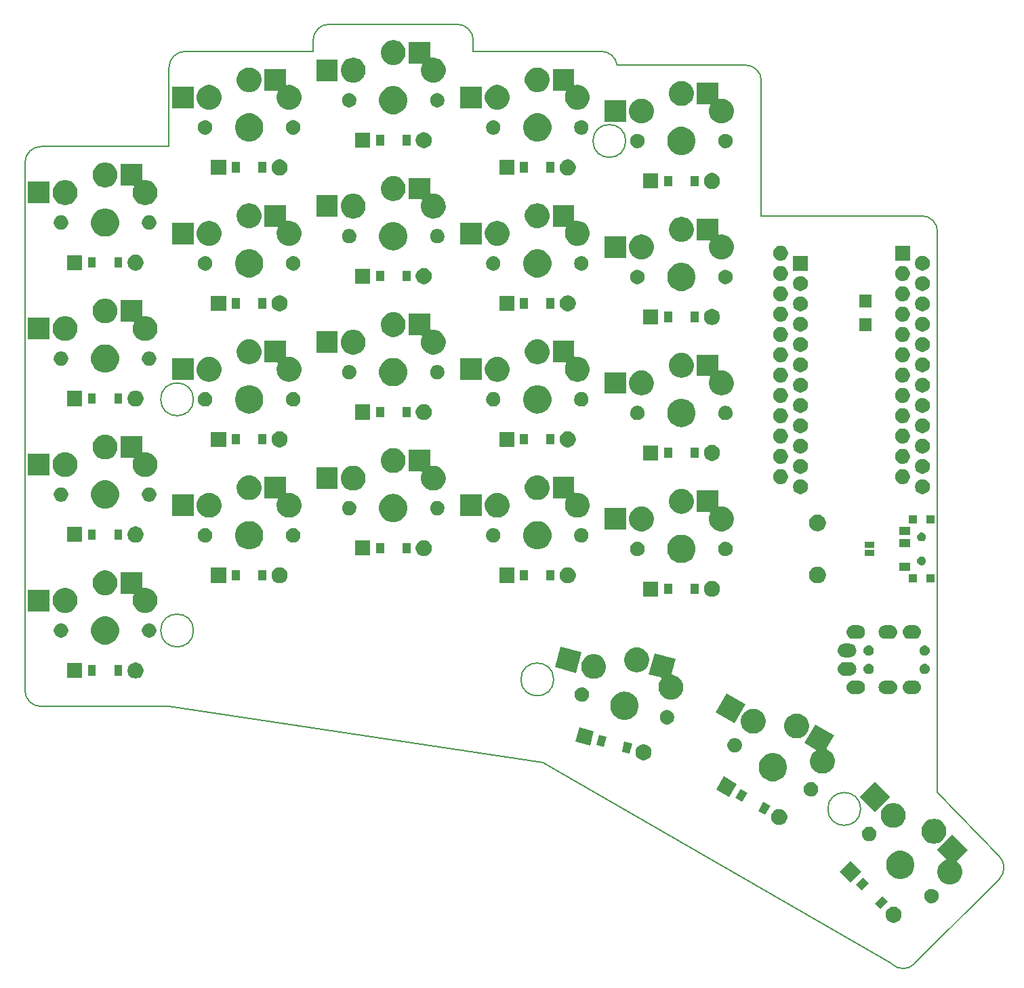
<source format=gbr>
G04 #@! TF.GenerationSoftware,KiCad,Pcbnew,5.1.5+dfsg1-2build2*
G04 #@! TF.CreationDate,2024-05-28T11:23:48+00:00*
G04 #@! TF.ProjectId,board,626f6172-642e-46b6-9963-61645f706362,0.3*
G04 #@! TF.SameCoordinates,Original*
G04 #@! TF.FileFunction,Soldermask,Top*
G04 #@! TF.FilePolarity,Negative*
%FSLAX46Y46*%
G04 Gerber Fmt 4.6, Leading zero omitted, Abs format (unit mm)*
G04 Created by KiCad (PCBNEW 5.1.5+dfsg1-2build2) date 2024-05-28 11:23:48*
%MOMM*%
%LPD*%
G04 APERTURE LIST*
G04 #@! TA.AperFunction,Profile*
%ADD10C,0.150000*%
G04 #@! TD*
%ADD11C,0.350000*%
G04 APERTURE END LIST*
D10*
X-8000000Y-9500000D02*
X8000000Y-9500000D01*
X-10000000Y-7500000D02*
X-10000000Y58500000D01*
X-8000000Y-9500000D02*
G75*
G02X-10000000Y-7500000I0J2000000D01*
G01*
X8000000Y60500000D02*
X-8000000Y60500000D01*
X-10000000Y58500000D02*
G75*
G02X-8000000Y60500000I2000000J0D01*
G01*
X26000000Y72400000D02*
X10000000Y72400000D01*
X8000000Y70400000D02*
G75*
G02X10000000Y72400000I2000000J0D01*
G01*
X8000000Y70400000D02*
X8000000Y60500000D01*
X46000000Y72400000D02*
X46000000Y73800000D01*
X44000000Y75800000D02*
G75*
G02X46000000Y73800000I0J-2000000D01*
G01*
X44000000Y75800000D02*
X28000000Y75800000D01*
X26000000Y73800000D02*
G75*
G02X28000000Y75800000I2000000J0D01*
G01*
X26000000Y73800000D02*
X26000000Y72400000D01*
X62000000Y72400000D02*
G75*
G02X63977391Y70699872I0J-2000000D01*
G01*
X62000000Y72400000D02*
X46000000Y72400000D01*
X82000000Y51850000D02*
X82000000Y68700000D01*
X80000000Y70700000D02*
G75*
G02X82000000Y68700000I0J-2000000D01*
G01*
X80000000Y70700000D02*
X64000000Y70700000D01*
X63977391Y70699872D02*
G75*
G02X64000000Y70700000I22609J-1999872D01*
G01*
X101117258Y-41686664D02*
G75*
G02X98288831Y-41686665I-1414214J1414213D01*
G01*
X101117258Y-41686665D02*
X111723860Y-31080063D01*
X111723859Y-28251637D02*
G75*
G02X111723859Y-31080063I-1414213J-1414213D01*
G01*
X104000000Y-20208734D02*
X111723860Y-28251636D01*
X98288831Y-41686665D02*
X54707107Y-16524745D01*
X54707107Y-16524745D02*
X8000000Y-9500000D01*
X104000000Y-20208734D02*
X104000000Y49850000D01*
X102000000Y51850000D02*
G75*
G02X104000000Y49850000I0J-2000000D01*
G01*
X102000000Y51850000D02*
X82000000Y51850000D01*
X11050000Y28900000D02*
G75*
G03X11050000Y28900000I-2050000J0D01*
G01*
X11050000Y0D02*
G75*
G03X11050000Y0I-2050000J0D01*
G01*
X65050000Y61200000D02*
G75*
G03X65050000Y61200000I-2050000J0D01*
G01*
X56050000Y-6120000D02*
G75*
G03X56050000Y-6120000I-2050000J0D01*
G01*
X94399134Y-22311939D02*
G75*
G03X94399134Y-22311939I-2050000J0D01*
G01*
D11*
G36*
X98800496Y-34577902D02*
G01*
X98982939Y-34653473D01*
X99147134Y-34763184D01*
X99286770Y-34902820D01*
X99396481Y-35067015D01*
X99472052Y-35249458D01*
X99510577Y-35443139D01*
X99510577Y-35640615D01*
X99472052Y-35834296D01*
X99396481Y-36016739D01*
X99286770Y-36180934D01*
X99147134Y-36320570D01*
X98982939Y-36430281D01*
X98800496Y-36505852D01*
X98606815Y-36544377D01*
X98409339Y-36544377D01*
X98215658Y-36505852D01*
X98033215Y-36430281D01*
X97869020Y-36320570D01*
X97729384Y-36180934D01*
X97619673Y-36016739D01*
X97544102Y-35834296D01*
X97505577Y-35640615D01*
X97505577Y-35443139D01*
X97544102Y-35249458D01*
X97619673Y-35067015D01*
X97729384Y-34902820D01*
X97869020Y-34763184D01*
X98033215Y-34653473D01*
X98215658Y-34577902D01*
X98409339Y-34539377D01*
X98606815Y-34539377D01*
X98800496Y-34577902D01*
G37*
G36*
X97793899Y-33908460D02*
G01*
X96874660Y-34827699D01*
X96167553Y-34120592D01*
X97086792Y-33201353D01*
X97793899Y-33908460D01*
G37*
G36*
X103414344Y-32317797D02*
G01*
X103501370Y-32335108D01*
X103665324Y-32403020D01*
X103812875Y-32501610D01*
X103938364Y-32627099D01*
X104036954Y-32774650D01*
X104104866Y-32938605D01*
X104139487Y-33112655D01*
X104139487Y-33290119D01*
X104104866Y-33464169D01*
X104036954Y-33628124D01*
X103938364Y-33775675D01*
X103812875Y-33901164D01*
X103665324Y-33999754D01*
X103501370Y-34067666D01*
X103414344Y-34084976D01*
X103327319Y-34102287D01*
X103149855Y-34102287D01*
X103062830Y-34084977D01*
X102975804Y-34067666D01*
X102811850Y-33999754D01*
X102664299Y-33901164D01*
X102538810Y-33775675D01*
X102440220Y-33628124D01*
X102372308Y-33464169D01*
X102337687Y-33290119D01*
X102337687Y-33112655D01*
X102372308Y-32938605D01*
X102440220Y-32774650D01*
X102538810Y-32627099D01*
X102664299Y-32501610D01*
X102811850Y-32403020D01*
X102893828Y-32369064D01*
X102975804Y-32335108D01*
X103062830Y-32317797D01*
X103149855Y-32300487D01*
X103327319Y-32300487D01*
X103414344Y-32317797D01*
G37*
G36*
X95460447Y-31575008D02*
G01*
X94541208Y-32494247D01*
X93834101Y-31787140D01*
X94753340Y-30867901D01*
X95460447Y-31575008D01*
G37*
G36*
X107781748Y-27420789D02*
G01*
X106443963Y-28758574D01*
X106428418Y-28777516D01*
X106416867Y-28799127D01*
X106409754Y-28822576D01*
X106407352Y-28846962D01*
X106409754Y-28871348D01*
X106416867Y-28894797D01*
X106428418Y-28916408D01*
X106443963Y-28935350D01*
X106462906Y-28950895D01*
X106524752Y-28992219D01*
X106740648Y-29208115D01*
X106822073Y-29329977D01*
X106910277Y-29461984D01*
X107027119Y-29744066D01*
X107086684Y-30043520D01*
X107086684Y-30348846D01*
X107027119Y-30648300D01*
X106910277Y-30930382D01*
X106910276Y-30930383D01*
X106740648Y-31184251D01*
X106524752Y-31400147D01*
X106402745Y-31481669D01*
X106270883Y-31569776D01*
X106105644Y-31638220D01*
X105988802Y-31686618D01*
X105839074Y-31716400D01*
X105689347Y-31746183D01*
X105384021Y-31746183D01*
X105234294Y-31716400D01*
X105084566Y-31686618D01*
X104967724Y-31638220D01*
X104802485Y-31569776D01*
X104670623Y-31481669D01*
X104548616Y-31400147D01*
X104332720Y-31184251D01*
X104163092Y-30930383D01*
X104163091Y-30930382D01*
X104046249Y-30648300D01*
X103986684Y-30348846D01*
X103986684Y-30043520D01*
X104046249Y-29744066D01*
X104163091Y-29461984D01*
X104251295Y-29329977D01*
X104332720Y-29208115D01*
X104548616Y-28992219D01*
X104766010Y-28846962D01*
X104802485Y-28822590D01*
X105027531Y-28729373D01*
X105049142Y-28717822D01*
X105068084Y-28702277D01*
X105083629Y-28683335D01*
X105095180Y-28661724D01*
X105102293Y-28638275D01*
X105104695Y-28613889D01*
X105102293Y-28589503D01*
X105095180Y-28566054D01*
X105083629Y-28544443D01*
X105068084Y-28525501D01*
X103963372Y-27420789D01*
X105872560Y-25511601D01*
X107781748Y-27420789D01*
G37*
G36*
X94447870Y-30153723D02*
G01*
X93119923Y-31481670D01*
X91791976Y-30153723D01*
X93119923Y-28825776D01*
X94447870Y-30153723D01*
G37*
G36*
X99565755Y-27556247D02*
G01*
X99864186Y-27615608D01*
X100185304Y-27748620D01*
X100474303Y-27941723D01*
X100720077Y-28187497D01*
X100913180Y-28476496D01*
X101046192Y-28797614D01*
X101114000Y-29138512D01*
X101114000Y-29486088D01*
X101046192Y-29826986D01*
X100913180Y-30148104D01*
X100720077Y-30437103D01*
X100474303Y-30682877D01*
X100185304Y-30875980D01*
X99864186Y-31008992D01*
X99565755Y-31068353D01*
X99523289Y-31076800D01*
X99175711Y-31076800D01*
X99133245Y-31068353D01*
X98834814Y-31008992D01*
X98513696Y-30875980D01*
X98224697Y-30682877D01*
X97978923Y-30437103D01*
X97785820Y-30148104D01*
X97652808Y-29826986D01*
X97585000Y-29486088D01*
X97585000Y-29138512D01*
X97652808Y-28797614D01*
X97785820Y-28476496D01*
X97978923Y-28187497D01*
X98224697Y-27941723D01*
X98513696Y-27748620D01*
X98834814Y-27615608D01*
X99133245Y-27556247D01*
X99175711Y-27547800D01*
X99523289Y-27547800D01*
X99565755Y-27556247D01*
G37*
G36*
X103859175Y-23584797D02*
G01*
X104008903Y-23614580D01*
X104125745Y-23662978D01*
X104290984Y-23731422D01*
X104290985Y-23731423D01*
X104544853Y-23901051D01*
X104760749Y-24116947D01*
X104830344Y-24221104D01*
X104930378Y-24370816D01*
X104983353Y-24498709D01*
X105047220Y-24652897D01*
X105106785Y-24952353D01*
X105106785Y-25257677D01*
X105056209Y-25511944D01*
X105047220Y-25557132D01*
X104930378Y-25839214D01*
X104930377Y-25839215D01*
X104760749Y-26093083D01*
X104544853Y-26308979D01*
X104375224Y-26422321D01*
X104290984Y-26478608D01*
X104125745Y-26547052D01*
X104008903Y-26595450D01*
X103859175Y-26625232D01*
X103709448Y-26655015D01*
X103404122Y-26655015D01*
X103254395Y-26625232D01*
X103104667Y-26595450D01*
X102987825Y-26547052D01*
X102822586Y-26478608D01*
X102738346Y-26422321D01*
X102568717Y-26308979D01*
X102352821Y-26093083D01*
X102183193Y-25839215D01*
X102183192Y-25839214D01*
X102066350Y-25557132D01*
X102057362Y-25511944D01*
X102006785Y-25257677D01*
X102006785Y-24952353D01*
X102066350Y-24652897D01*
X102130217Y-24498709D01*
X102183192Y-24370816D01*
X102283226Y-24221104D01*
X102352821Y-24116947D01*
X102568717Y-23901051D01*
X102822585Y-23731423D01*
X102822586Y-23731422D01*
X102987825Y-23662978D01*
X103104667Y-23614580D01*
X103254395Y-23584797D01*
X103404122Y-23555015D01*
X103709448Y-23555015D01*
X103859175Y-23584797D01*
G37*
G36*
X95636170Y-24539623D02*
G01*
X95723196Y-24556934D01*
X95887150Y-24624846D01*
X96034701Y-24723436D01*
X96160190Y-24848925D01*
X96258780Y-24996476D01*
X96326692Y-25160431D01*
X96361313Y-25334481D01*
X96361313Y-25511945D01*
X96326692Y-25685995D01*
X96258780Y-25849950D01*
X96160190Y-25997501D01*
X96034701Y-26122990D01*
X95887150Y-26221580D01*
X95723196Y-26289492D01*
X95636170Y-26306803D01*
X95549145Y-26324113D01*
X95371681Y-26324113D01*
X95284656Y-26306803D01*
X95197630Y-26289492D01*
X95033676Y-26221580D01*
X94886125Y-26122990D01*
X94760636Y-25997501D01*
X94662046Y-25849950D01*
X94594134Y-25685995D01*
X94559513Y-25511945D01*
X94559513Y-25334481D01*
X94594134Y-25160431D01*
X94662046Y-24996476D01*
X94760636Y-24848925D01*
X94886125Y-24723436D01*
X95033676Y-24624846D01*
X95197630Y-24556934D01*
X95284656Y-24539624D01*
X95371681Y-24522313D01*
X95549145Y-24522313D01*
X95636170Y-24539623D01*
G37*
G36*
X98768007Y-21604898D02*
G01*
X98917735Y-21634681D01*
X99034577Y-21683079D01*
X99199816Y-21751523D01*
X99199817Y-21751524D01*
X99453685Y-21921152D01*
X99669581Y-22137048D01*
X99782923Y-22306677D01*
X99839210Y-22390917D01*
X99861320Y-22444296D01*
X99956052Y-22672998D01*
X100015617Y-22972454D01*
X100015617Y-23277778D01*
X99956052Y-23577234D01*
X99936217Y-23625119D01*
X99839210Y-23859315D01*
X99839209Y-23859316D01*
X99669581Y-24113184D01*
X99453685Y-24329080D01*
X99391222Y-24370816D01*
X99199816Y-24498709D01*
X99059248Y-24556934D01*
X98917735Y-24615551D01*
X98871005Y-24624846D01*
X98618280Y-24675116D01*
X98312954Y-24675116D01*
X98060229Y-24624846D01*
X98013499Y-24615551D01*
X97871986Y-24556934D01*
X97731418Y-24498709D01*
X97540012Y-24370816D01*
X97477549Y-24329080D01*
X97261653Y-24113184D01*
X97092025Y-23859316D01*
X97092024Y-23859315D01*
X96995017Y-23625119D01*
X96975182Y-23577234D01*
X96915617Y-23277778D01*
X96915617Y-22972454D01*
X96975182Y-22672998D01*
X97069914Y-22444296D01*
X97092024Y-22390917D01*
X97148311Y-22306677D01*
X97261653Y-22137048D01*
X97477549Y-21921152D01*
X97731417Y-21751524D01*
X97731418Y-21751523D01*
X97896657Y-21683079D01*
X98013499Y-21634681D01*
X98163227Y-21604898D01*
X98312954Y-21575116D01*
X98618280Y-21575116D01*
X98768007Y-21604898D01*
G37*
G36*
X84522876Y-22368725D02*
G01*
X84705319Y-22444296D01*
X84869514Y-22554007D01*
X85009150Y-22693643D01*
X85118861Y-22857838D01*
X85194432Y-23040281D01*
X85232957Y-23233962D01*
X85232957Y-23431438D01*
X85194432Y-23625119D01*
X85118861Y-23807562D01*
X85009150Y-23971757D01*
X84869514Y-24111393D01*
X84705319Y-24221104D01*
X84522876Y-24296675D01*
X84329195Y-24335200D01*
X84131719Y-24335200D01*
X83938038Y-24296675D01*
X83755595Y-24221104D01*
X83591400Y-24111393D01*
X83451764Y-23971757D01*
X83342053Y-23807562D01*
X83266482Y-23625119D01*
X83227957Y-23431438D01*
X83227957Y-23233962D01*
X83266482Y-23040281D01*
X83342053Y-22857838D01*
X83451764Y-22693643D01*
X83591400Y-22554007D01*
X83755595Y-22444296D01*
X83938038Y-22368725D01*
X84131719Y-22330200D01*
X84329195Y-22330200D01*
X84522876Y-22368725D01*
G37*
G36*
X83117855Y-21939783D02*
G01*
X82467855Y-23065617D01*
X81601829Y-22565617D01*
X82251829Y-21439783D01*
X83117855Y-21939783D01*
G37*
G36*
X98059030Y-20809341D02*
G01*
X96149842Y-22718529D01*
X94240654Y-20809341D01*
X96149842Y-18900153D01*
X98059030Y-20809341D01*
G37*
G36*
X80259971Y-20289783D02*
G01*
X79609971Y-21415617D01*
X78743945Y-20915617D01*
X79393945Y-19789783D01*
X80259971Y-20289783D01*
G37*
G36*
X78914042Y-19179002D02*
G01*
X77975041Y-20805399D01*
X76348644Y-19866398D01*
X77287645Y-18240001D01*
X78914042Y-19179002D01*
G37*
G36*
X88369797Y-18963911D02*
G01*
X88456823Y-18981221D01*
X88620777Y-19049133D01*
X88768328Y-19147723D01*
X88893817Y-19273212D01*
X88992407Y-19420763D01*
X89060319Y-19584718D01*
X89094940Y-19758768D01*
X89094940Y-19936232D01*
X89060319Y-20110282D01*
X88992407Y-20274237D01*
X88893817Y-20421788D01*
X88768328Y-20547277D01*
X88620777Y-20645867D01*
X88538799Y-20679823D01*
X88456823Y-20713779D01*
X88369797Y-20731089D01*
X88282772Y-20748400D01*
X88105308Y-20748400D01*
X88018283Y-20731090D01*
X87931257Y-20713779D01*
X87767303Y-20645867D01*
X87619752Y-20547277D01*
X87494263Y-20421788D01*
X87395673Y-20274237D01*
X87327761Y-20110282D01*
X87293140Y-19936232D01*
X87293140Y-19758768D01*
X87327761Y-19584718D01*
X87395673Y-19420763D01*
X87494263Y-19273212D01*
X87619752Y-19147723D01*
X87767303Y-19049133D01*
X87931257Y-18981221D01*
X88018283Y-18963910D01*
X88105308Y-18946600D01*
X88282772Y-18946600D01*
X88369797Y-18963911D01*
G37*
G36*
X83647155Y-15341447D02*
G01*
X83945586Y-15400808D01*
X84266704Y-15533820D01*
X84555703Y-15726923D01*
X84801477Y-15972697D01*
X84994580Y-16261696D01*
X85127592Y-16582814D01*
X85195400Y-16923712D01*
X85195400Y-17271288D01*
X85127592Y-17612186D01*
X84994580Y-17933304D01*
X84801477Y-18222303D01*
X84555703Y-18468077D01*
X84266704Y-18661180D01*
X83945586Y-18794192D01*
X83647155Y-18853553D01*
X83604689Y-18862000D01*
X83257111Y-18862000D01*
X83214645Y-18853553D01*
X82916214Y-18794192D01*
X82595096Y-18661180D01*
X82306097Y-18468077D01*
X82060323Y-18222303D01*
X81867220Y-17933304D01*
X81734208Y-17612186D01*
X81666400Y-17271288D01*
X81666400Y-16923712D01*
X81734208Y-16582814D01*
X81867220Y-16261696D01*
X82060323Y-15972697D01*
X82306097Y-15726923D01*
X82595096Y-15533820D01*
X82916214Y-15400808D01*
X83214645Y-15341447D01*
X83257111Y-15333000D01*
X83604689Y-15333000D01*
X83647155Y-15341447D01*
G37*
G36*
X91086267Y-13088015D02*
G01*
X90207386Y-14610282D01*
X90139537Y-14727799D01*
X90129424Y-14750119D01*
X90123859Y-14773983D01*
X90123058Y-14798474D01*
X90127049Y-14822651D01*
X90135681Y-14845585D01*
X90148621Y-14866394D01*
X90165371Y-14884278D01*
X90185289Y-14898551D01*
X90199954Y-14905783D01*
X90370226Y-14976312D01*
X90370227Y-14976313D01*
X90624095Y-15145941D01*
X90839991Y-15361837D01*
X90950429Y-15527120D01*
X91009620Y-15615706D01*
X91055688Y-15726924D01*
X91126462Y-15897787D01*
X91149458Y-16013395D01*
X91186027Y-16197242D01*
X91186027Y-16502568D01*
X91126462Y-16802022D01*
X91009620Y-17084104D01*
X91009619Y-17084105D01*
X90839991Y-17337973D01*
X90624095Y-17553869D01*
X90454466Y-17667211D01*
X90370226Y-17723498D01*
X90204987Y-17791942D01*
X90088145Y-17840340D01*
X89938417Y-17870123D01*
X89788690Y-17899905D01*
X89483364Y-17899905D01*
X89333637Y-17870122D01*
X89183909Y-17840340D01*
X89067067Y-17791942D01*
X88901828Y-17723498D01*
X88817588Y-17667211D01*
X88647959Y-17553869D01*
X88432063Y-17337973D01*
X88262435Y-17084105D01*
X88262434Y-17084104D01*
X88145592Y-16802022D01*
X88086027Y-16502568D01*
X88086027Y-16197242D01*
X88122596Y-16013395D01*
X88145592Y-15897787D01*
X88216366Y-15726924D01*
X88262434Y-15615706D01*
X88321625Y-15527120D01*
X88432063Y-15361837D01*
X88647959Y-15145941D01*
X88760217Y-15070933D01*
X88779158Y-15055389D01*
X88794703Y-15036447D01*
X88806254Y-15014836D01*
X88813367Y-14991387D01*
X88815769Y-14967001D01*
X88813367Y-14942615D01*
X88806254Y-14919166D01*
X88794703Y-14897555D01*
X88779158Y-14878613D01*
X88753269Y-14858749D01*
X87397999Y-14076284D01*
X87397999Y-14076283D01*
X88747999Y-11738015D01*
X91086267Y-13088015D01*
G37*
G36*
X67571796Y-14270727D02*
G01*
X67754239Y-14346298D01*
X67918434Y-14456009D01*
X68058070Y-14595645D01*
X68167781Y-14759840D01*
X68243352Y-14942283D01*
X68281877Y-15135964D01*
X68281877Y-15333440D01*
X68243352Y-15527121D01*
X68167781Y-15709564D01*
X68058070Y-15873759D01*
X67918434Y-16013395D01*
X67754239Y-16123106D01*
X67571796Y-16198677D01*
X67378115Y-16237202D01*
X67180639Y-16237202D01*
X66986958Y-16198677D01*
X66804515Y-16123106D01*
X66640320Y-16013395D01*
X66500684Y-15873759D01*
X66390973Y-15709564D01*
X66315402Y-15527121D01*
X66276877Y-15333440D01*
X66276877Y-15135964D01*
X66315402Y-14942283D01*
X66390973Y-14759840D01*
X66500684Y-14595645D01*
X66640320Y-14456009D01*
X66804515Y-14346298D01*
X66986958Y-14270727D01*
X67180639Y-14232202D01*
X67378115Y-14232202D01*
X67571796Y-14270727D01*
G37*
G36*
X65844173Y-14177208D02*
G01*
X65507709Y-15432911D01*
X65507708Y-15432911D01*
X64541783Y-15174092D01*
X64575763Y-15047277D01*
X64878247Y-13918389D01*
X64878248Y-13918389D01*
X65844173Y-14177208D01*
G37*
G36*
X78843517Y-13463910D02*
G01*
X78930543Y-13481221D01*
X79012519Y-13515177D01*
X79094497Y-13549133D01*
X79242048Y-13647723D01*
X79367537Y-13773212D01*
X79466127Y-13920763D01*
X79534039Y-14084718D01*
X79568660Y-14258768D01*
X79568660Y-14436232D01*
X79534039Y-14610282D01*
X79466127Y-14774237D01*
X79367537Y-14921788D01*
X79242048Y-15047277D01*
X79094497Y-15145867D01*
X79026355Y-15174092D01*
X78930543Y-15213779D01*
X78843517Y-15231090D01*
X78756492Y-15248400D01*
X78579028Y-15248400D01*
X78492003Y-15231090D01*
X78404977Y-15213779D01*
X78309165Y-15174092D01*
X78241023Y-15145867D01*
X78093472Y-15047277D01*
X77967983Y-14921788D01*
X77869393Y-14774237D01*
X77801481Y-14610282D01*
X77766860Y-14436232D01*
X77766860Y-14258768D01*
X77801481Y-14084718D01*
X77869393Y-13920763D01*
X77967983Y-13773212D01*
X78093472Y-13647723D01*
X78241023Y-13549133D01*
X78323001Y-13515177D01*
X78404977Y-13481221D01*
X78492003Y-13463910D01*
X78579028Y-13446600D01*
X78756492Y-13446600D01*
X78843517Y-13463910D01*
G37*
G36*
X62005393Y-13148613D02*
G01*
X62656617Y-13323108D01*
X62320153Y-14578811D01*
X62320152Y-14578811D01*
X61354227Y-14319992D01*
X61367427Y-14270728D01*
X61690691Y-13064289D01*
X61690692Y-13064289D01*
X62005393Y-13148613D01*
G37*
G36*
X61069058Y-12598525D02*
G01*
X60582996Y-14412533D01*
X58768988Y-13926471D01*
X59255050Y-12112463D01*
X61069058Y-12598525D01*
G37*
G36*
X86708290Y-10424432D02*
G01*
X86858018Y-10454214D01*
X86974860Y-10502612D01*
X87140099Y-10571056D01*
X87224339Y-10627343D01*
X87393968Y-10740685D01*
X87609864Y-10956581D01*
X87709225Y-11105287D01*
X87779493Y-11210450D01*
X87803845Y-11269241D01*
X87896335Y-11492531D01*
X87906231Y-11542282D01*
X87955900Y-11791986D01*
X87955900Y-12097312D01*
X87896335Y-12396766D01*
X87779493Y-12678848D01*
X87749659Y-12723498D01*
X87609864Y-12932717D01*
X87393968Y-13148613D01*
X87224339Y-13261955D01*
X87140099Y-13318242D01*
X86974860Y-13386686D01*
X86858018Y-13435084D01*
X86708290Y-13464866D01*
X86558563Y-13494649D01*
X86253237Y-13494649D01*
X86103510Y-13464866D01*
X85953782Y-13435084D01*
X85836940Y-13386686D01*
X85671701Y-13318242D01*
X85587461Y-13261955D01*
X85417832Y-13148613D01*
X85201936Y-12932717D01*
X85062141Y-12723498D01*
X85032307Y-12678848D01*
X84915465Y-12396766D01*
X84855900Y-12097312D01*
X84855900Y-11791986D01*
X84905569Y-11542282D01*
X84915465Y-11492531D01*
X85007955Y-11269241D01*
X85032307Y-11210450D01*
X85102575Y-11105287D01*
X85201936Y-10956581D01*
X85417832Y-10740685D01*
X85587461Y-10627343D01*
X85671701Y-10571056D01*
X85836940Y-10502612D01*
X85953782Y-10454214D01*
X86103510Y-10424432D01*
X86253237Y-10394649D01*
X86558563Y-10394649D01*
X86708290Y-10424432D01*
G37*
G36*
X81278163Y-9829688D02*
G01*
X81427891Y-9859470D01*
X81544733Y-9907868D01*
X81709972Y-9976312D01*
X81709973Y-9976313D01*
X81963841Y-10145941D01*
X82179737Y-10361837D01*
X82201661Y-10394649D01*
X82349366Y-10615706D01*
X82417810Y-10780945D01*
X82466208Y-10897787D01*
X82477903Y-10956581D01*
X82525773Y-11197242D01*
X82525773Y-11502568D01*
X82466208Y-11802022D01*
X82349366Y-12084104D01*
X82330417Y-12112463D01*
X82179737Y-12337973D01*
X81963841Y-12553869D01*
X81897008Y-12598525D01*
X81709972Y-12723498D01*
X81544733Y-12791942D01*
X81427891Y-12840340D01*
X81278163Y-12870123D01*
X81128436Y-12899905D01*
X80823110Y-12899905D01*
X80673383Y-12870123D01*
X80523655Y-12840340D01*
X80406813Y-12791942D01*
X80241574Y-12723498D01*
X80054538Y-12598525D01*
X79987705Y-12553869D01*
X79771809Y-12337973D01*
X79621129Y-12112463D01*
X79602180Y-12084104D01*
X79485338Y-11802022D01*
X79425773Y-11502568D01*
X79425773Y-11197242D01*
X79473643Y-10956581D01*
X79485338Y-10897787D01*
X79533736Y-10780945D01*
X79602180Y-10615706D01*
X79749885Y-10394649D01*
X79771809Y-10361837D01*
X79987705Y-10145941D01*
X80241573Y-9976313D01*
X80241574Y-9976312D01*
X80406813Y-9907868D01*
X80523655Y-9859470D01*
X80673383Y-9829687D01*
X80823110Y-9799905D01*
X81128436Y-9799905D01*
X81278163Y-9829688D01*
G37*
G36*
X70381649Y-9958916D02*
G01*
X70468675Y-9976226D01*
X70550651Y-10010182D01*
X70632629Y-10044138D01*
X70780180Y-10142728D01*
X70905669Y-10268217D01*
X71004259Y-10415768D01*
X71004259Y-10415769D01*
X71068582Y-10571057D01*
X71072171Y-10579723D01*
X71106792Y-10753773D01*
X71106792Y-10931237D01*
X71072171Y-11105287D01*
X71004259Y-11269242D01*
X70905669Y-11416793D01*
X70780180Y-11542282D01*
X70632629Y-11640872D01*
X70550651Y-11674828D01*
X70468675Y-11708784D01*
X70381649Y-11726094D01*
X70294624Y-11743405D01*
X70117160Y-11743405D01*
X70030135Y-11726094D01*
X69943109Y-11708784D01*
X69861133Y-11674828D01*
X69779155Y-11640872D01*
X69631604Y-11542282D01*
X69506115Y-11416793D01*
X69407525Y-11269242D01*
X69339613Y-11105287D01*
X69304992Y-10931237D01*
X69304992Y-10753773D01*
X69339613Y-10579723D01*
X69343203Y-10571057D01*
X69407525Y-10415769D01*
X69407525Y-10415768D01*
X69506115Y-10268217D01*
X69631604Y-10142728D01*
X69779155Y-10044138D01*
X69861133Y-10010182D01*
X69943109Y-9976226D01*
X70030135Y-9958915D01*
X70117160Y-9941605D01*
X70294624Y-9941605D01*
X70381649Y-9958916D01*
G37*
G36*
X79983674Y-9218271D02*
G01*
X78633674Y-11556539D01*
X76295406Y-10206539D01*
X77645406Y-7868271D01*
X79983674Y-9218271D01*
G37*
G36*
X65109555Y-7662947D02*
G01*
X65407986Y-7722308D01*
X65729104Y-7855320D01*
X66018103Y-8048423D01*
X66263877Y-8294197D01*
X66456980Y-8583196D01*
X66589992Y-8904314D01*
X66657800Y-9245212D01*
X66657800Y-9592788D01*
X66589992Y-9933686D01*
X66456980Y-10254804D01*
X66263877Y-10543803D01*
X66018103Y-10789577D01*
X65729104Y-10982680D01*
X65407986Y-11115692D01*
X65109555Y-11175053D01*
X65067089Y-11183500D01*
X64719511Y-11183500D01*
X64677045Y-11175053D01*
X64378614Y-11115692D01*
X64057496Y-10982680D01*
X63768497Y-10789577D01*
X63522723Y-10543803D01*
X63329620Y-10254804D01*
X63196608Y-9933686D01*
X63128800Y-9592788D01*
X63128800Y-9245212D01*
X63196608Y-8904314D01*
X63329620Y-8583196D01*
X63522723Y-8294197D01*
X63768497Y-8048423D01*
X64057496Y-7855320D01*
X64378614Y-7722308D01*
X64677045Y-7662947D01*
X64719511Y-7654500D01*
X65067089Y-7654500D01*
X65109555Y-7662947D01*
G37*
G36*
X59756465Y-7111906D02*
G01*
X59843491Y-7129216D01*
X59925467Y-7163172D01*
X60007445Y-7197128D01*
X60154996Y-7295718D01*
X60280485Y-7421207D01*
X60379075Y-7568758D01*
X60446987Y-7732713D01*
X60465359Y-7825072D01*
X60481608Y-7906764D01*
X60481608Y-8084226D01*
X60446987Y-8258278D01*
X60379075Y-8422232D01*
X60280485Y-8569783D01*
X60154996Y-8695272D01*
X60007445Y-8793862D01*
X59925467Y-8827818D01*
X59843491Y-8861774D01*
X59756465Y-8879085D01*
X59669440Y-8896395D01*
X59491976Y-8896395D01*
X59404951Y-8879085D01*
X59317925Y-8861774D01*
X59235949Y-8827818D01*
X59153971Y-8793862D01*
X59006420Y-8695272D01*
X58880931Y-8569783D01*
X58782341Y-8422232D01*
X58714429Y-8258278D01*
X58679808Y-8084226D01*
X58679808Y-7906764D01*
X58696058Y-7825072D01*
X58714429Y-7732713D01*
X58782341Y-7568758D01*
X58880931Y-7421207D01*
X59006420Y-7295718D01*
X59153971Y-7197128D01*
X59235949Y-7163172D01*
X59317925Y-7129216D01*
X59404951Y-7111905D01*
X59491976Y-7094595D01*
X59669440Y-7094595D01*
X59756465Y-7111906D01*
G37*
G36*
X71250086Y-3564780D02*
G01*
X70761489Y-5388247D01*
X70757498Y-5412424D01*
X70758299Y-5436915D01*
X70763864Y-5460779D01*
X70773977Y-5483099D01*
X70788250Y-5503017D01*
X70806134Y-5519767D01*
X70826943Y-5532707D01*
X70857843Y-5543196D01*
X71025309Y-5576507D01*
X71145619Y-5600438D01*
X71238853Y-5639057D01*
X71427700Y-5717280D01*
X71427701Y-5717281D01*
X71681569Y-5886909D01*
X71897465Y-6102805D01*
X71944220Y-6172780D01*
X72067094Y-6356674D01*
X72080828Y-6389831D01*
X72178438Y-6625481D01*
X72183936Y-6638756D01*
X72243501Y-6938210D01*
X72243501Y-7243536D01*
X72233121Y-7295718D01*
X72183936Y-7542991D01*
X72137747Y-7654500D01*
X72067094Y-7825072D01*
X72024314Y-7889097D01*
X71897465Y-8078941D01*
X71681569Y-8294837D01*
X71511940Y-8408179D01*
X71427700Y-8464466D01*
X71262461Y-8532910D01*
X71145619Y-8581308D01*
X70995891Y-8611090D01*
X70846164Y-8640873D01*
X70540838Y-8640873D01*
X70391111Y-8611090D01*
X70241383Y-8581308D01*
X70124541Y-8532910D01*
X69959302Y-8464466D01*
X69875062Y-8408179D01*
X69705433Y-8294837D01*
X69489537Y-8078941D01*
X69362688Y-7889097D01*
X69319908Y-7825072D01*
X69249255Y-7654500D01*
X69203066Y-7542991D01*
X69153881Y-7295718D01*
X69143501Y-7243536D01*
X69143501Y-6938210D01*
X69203066Y-6638756D01*
X69208565Y-6625481D01*
X69306174Y-6389831D01*
X69319908Y-6356674D01*
X69442782Y-6172780D01*
X69489537Y-6102805D01*
X69505635Y-6086707D01*
X69521175Y-6067771D01*
X69532726Y-6046160D01*
X69539839Y-6022711D01*
X69542241Y-5998325D01*
X69539839Y-5973939D01*
X69532726Y-5950490D01*
X69521175Y-5928879D01*
X69505630Y-5909937D01*
X69486688Y-5894392D01*
X69465077Y-5882841D01*
X69449601Y-5877587D01*
X67943274Y-5473968D01*
X68642086Y-2865968D01*
X71250086Y-3564780D01*
G37*
G36*
X101266627Y-6262299D02*
G01*
X101346742Y-6286602D01*
X101426855Y-6310903D01*
X101426857Y-6310904D01*
X101574518Y-6389831D01*
X101703949Y-6496051D01*
X101810169Y-6625482D01*
X101889096Y-6773143D01*
X101937701Y-6933373D01*
X101954112Y-7100000D01*
X101937701Y-7266627D01*
X101889096Y-7426857D01*
X101810169Y-7574518D01*
X101703949Y-7703949D01*
X101574518Y-7810169D01*
X101426857Y-7889096D01*
X101426855Y-7889097D01*
X101368613Y-7906764D01*
X101266627Y-7937701D01*
X101141752Y-7950000D01*
X100458248Y-7950000D01*
X100333373Y-7937701D01*
X100231387Y-7906764D01*
X100173145Y-7889097D01*
X100173143Y-7889096D01*
X100025482Y-7810169D01*
X99896051Y-7703949D01*
X99789831Y-7574518D01*
X99710904Y-7426857D01*
X99662299Y-7266627D01*
X99645888Y-7100000D01*
X99662299Y-6933373D01*
X99710904Y-6773143D01*
X99789831Y-6625482D01*
X99896051Y-6496051D01*
X100025482Y-6389831D01*
X100173143Y-6310904D01*
X100173145Y-6310903D01*
X100253258Y-6286602D01*
X100333373Y-6262299D01*
X100458248Y-6250000D01*
X101141752Y-6250000D01*
X101266627Y-6262299D01*
G37*
G36*
X98266627Y-6262299D02*
G01*
X98346742Y-6286602D01*
X98426855Y-6310903D01*
X98426857Y-6310904D01*
X98574518Y-6389831D01*
X98703949Y-6496051D01*
X98810169Y-6625482D01*
X98889096Y-6773143D01*
X98937701Y-6933373D01*
X98954112Y-7100000D01*
X98937701Y-7266627D01*
X98889096Y-7426857D01*
X98810169Y-7574518D01*
X98703949Y-7703949D01*
X98574518Y-7810169D01*
X98426857Y-7889096D01*
X98426855Y-7889097D01*
X98368613Y-7906764D01*
X98266627Y-7937701D01*
X98141752Y-7950000D01*
X97458248Y-7950000D01*
X97333373Y-7937701D01*
X97231387Y-7906764D01*
X97173145Y-7889097D01*
X97173143Y-7889096D01*
X97025482Y-7810169D01*
X96896051Y-7703949D01*
X96789831Y-7574518D01*
X96710904Y-7426857D01*
X96662299Y-7266627D01*
X96645888Y-7100000D01*
X96662299Y-6933373D01*
X96710904Y-6773143D01*
X96789831Y-6625482D01*
X96896051Y-6496051D01*
X97025482Y-6389831D01*
X97173143Y-6310904D01*
X97173145Y-6310903D01*
X97253258Y-6286602D01*
X97333373Y-6262299D01*
X97458248Y-6250000D01*
X98141752Y-6250000D01*
X98266627Y-6262299D01*
G37*
G36*
X94266627Y-6262299D02*
G01*
X94346742Y-6286602D01*
X94426855Y-6310903D01*
X94426857Y-6310904D01*
X94574518Y-6389831D01*
X94703949Y-6496051D01*
X94810169Y-6625482D01*
X94889096Y-6773143D01*
X94937701Y-6933373D01*
X94954112Y-7100000D01*
X94937701Y-7266627D01*
X94889096Y-7426857D01*
X94810169Y-7574518D01*
X94703949Y-7703949D01*
X94574518Y-7810169D01*
X94426857Y-7889096D01*
X94426855Y-7889097D01*
X94368613Y-7906764D01*
X94266627Y-7937701D01*
X94141752Y-7950000D01*
X93458248Y-7950000D01*
X93333373Y-7937701D01*
X93231387Y-7906764D01*
X93173145Y-7889097D01*
X93173143Y-7889096D01*
X93025482Y-7810169D01*
X92896051Y-7703949D01*
X92789831Y-7574518D01*
X92710904Y-7426857D01*
X92662299Y-7266627D01*
X92645888Y-7100000D01*
X92662299Y-6933373D01*
X92710904Y-6773143D01*
X92789831Y-6625482D01*
X92896051Y-6496051D01*
X93025482Y-6389831D01*
X93173143Y-6310904D01*
X93173145Y-6310903D01*
X93253258Y-6286602D01*
X93333373Y-6262299D01*
X93458248Y-6250000D01*
X94141752Y-6250000D01*
X94266627Y-6262299D01*
G37*
G36*
X61296677Y-2974518D02*
G01*
X61486360Y-3012248D01*
X61603202Y-3060646D01*
X61768441Y-3129090D01*
X61768442Y-3129091D01*
X62022310Y-3298719D01*
X62238206Y-3514615D01*
X62351548Y-3684244D01*
X62407835Y-3768484D01*
X62476279Y-3933723D01*
X62524677Y-4050565D01*
X62584242Y-4350021D01*
X62584242Y-4655345D01*
X62524677Y-4954801D01*
X62487177Y-5045333D01*
X62407835Y-5236882D01*
X62407834Y-5236883D01*
X62238206Y-5490751D01*
X62022310Y-5706647D01*
X61852681Y-5819989D01*
X61768441Y-5876276D01*
X61641446Y-5928879D01*
X61486360Y-5993118D01*
X61337585Y-6022711D01*
X61186905Y-6052683D01*
X60881579Y-6052683D01*
X60730899Y-6022711D01*
X60582124Y-5993118D01*
X60427038Y-5928879D01*
X60300043Y-5876276D01*
X60215803Y-5819989D01*
X60046174Y-5706647D01*
X59830278Y-5490751D01*
X59660650Y-5236883D01*
X59660649Y-5236882D01*
X59581307Y-5045333D01*
X59543807Y-4954801D01*
X59484242Y-4655345D01*
X59484242Y-4350021D01*
X59543807Y-4050565D01*
X59592205Y-3933723D01*
X59660649Y-3768484D01*
X59716936Y-3684244D01*
X59830278Y-3514615D01*
X60046174Y-3298719D01*
X60300042Y-3129091D01*
X60300043Y-3129090D01*
X60465282Y-3060646D01*
X60582124Y-3012248D01*
X60771807Y-2974518D01*
X60881579Y-2952683D01*
X61186905Y-2952683D01*
X61296677Y-2974518D01*
G37*
G36*
X4102419Y-4036025D02*
G01*
X4284862Y-4111596D01*
X4449057Y-4221307D01*
X4588693Y-4360943D01*
X4698404Y-4525138D01*
X4773975Y-4707581D01*
X4812500Y-4901262D01*
X4812500Y-5098738D01*
X4773975Y-5292419D01*
X4698404Y-5474862D01*
X4588693Y-5639057D01*
X4449057Y-5778693D01*
X4284862Y-5888404D01*
X4102419Y-5963975D01*
X3908738Y-6002500D01*
X3711262Y-6002500D01*
X3517581Y-5963975D01*
X3335138Y-5888404D01*
X3170943Y-5778693D01*
X3031307Y-5639057D01*
X2921596Y-5474862D01*
X2846025Y-5292419D01*
X2807500Y-5098738D01*
X2807500Y-4901262D01*
X2846025Y-4707581D01*
X2921596Y-4525138D01*
X3031307Y-4360943D01*
X3170943Y-4221307D01*
X3335138Y-4111596D01*
X3517581Y-4036025D01*
X3711262Y-3997500D01*
X3908738Y-3997500D01*
X4102419Y-4036025D01*
G37*
G36*
X-2871000Y-5939000D02*
G01*
X-4749000Y-5939000D01*
X-4749000Y-4061000D01*
X-2871000Y-4061000D01*
X-2871000Y-5939000D01*
G37*
G36*
X-1150000Y-5650000D02*
G01*
X-2150000Y-5650000D01*
X-2150000Y-4350000D01*
X-1150000Y-4350000D01*
X-1150000Y-5650000D01*
G37*
G36*
X93166627Y-3962299D02*
G01*
X93246742Y-3986601D01*
X93326855Y-4010903D01*
X93326857Y-4010904D01*
X93474518Y-4089831D01*
X93603949Y-4196051D01*
X93710169Y-4325482D01*
X93789096Y-4473143D01*
X93789097Y-4473145D01*
X93804869Y-4525140D01*
X93837701Y-4633373D01*
X93854112Y-4800000D01*
X93837701Y-4966627D01*
X93789096Y-5126857D01*
X93710169Y-5274518D01*
X93603949Y-5403949D01*
X93474518Y-5510169D01*
X93417075Y-5540873D01*
X93326855Y-5589097D01*
X93246742Y-5613398D01*
X93166627Y-5637701D01*
X93041752Y-5650000D01*
X92358248Y-5650000D01*
X92233373Y-5637701D01*
X92153258Y-5613398D01*
X92073145Y-5589097D01*
X91982925Y-5540873D01*
X91925482Y-5510169D01*
X91796051Y-5403949D01*
X91689831Y-5274518D01*
X91610904Y-5126857D01*
X91562299Y-4966627D01*
X91545888Y-4800000D01*
X91562299Y-4633373D01*
X91595131Y-4525140D01*
X91610903Y-4473145D01*
X91610904Y-4473143D01*
X91689831Y-4325482D01*
X91796051Y-4196051D01*
X91925482Y-4089831D01*
X92073143Y-4010904D01*
X92073145Y-4010903D01*
X92153258Y-3986601D01*
X92233373Y-3962299D01*
X92358248Y-3950000D01*
X93041752Y-3950000D01*
X93166627Y-3962299D01*
G37*
G36*
X2150000Y-5650000D02*
G01*
X1150000Y-5650000D01*
X1150000Y-4350000D01*
X2150000Y-4350000D01*
X2150000Y-5650000D01*
G37*
G36*
X95547738Y-4166653D02*
G01*
X95589598Y-4174979D01*
X95638596Y-4195275D01*
X95707889Y-4223977D01*
X95707890Y-4223978D01*
X95814351Y-4295112D01*
X95904888Y-4385649D01*
X95918446Y-4405941D01*
X95976023Y-4492111D01*
X96025021Y-4610403D01*
X96050000Y-4735979D01*
X96050000Y-4864021D01*
X96025021Y-4989597D01*
X95976023Y-5107889D01*
X95976022Y-5107890D01*
X95904888Y-5214351D01*
X95814351Y-5304888D01*
X95743216Y-5352418D01*
X95707889Y-5376023D01*
X95640472Y-5403948D01*
X95589598Y-5425021D01*
X95547738Y-5433347D01*
X95464021Y-5450000D01*
X95335979Y-5450000D01*
X95252262Y-5433347D01*
X95210402Y-5425021D01*
X95159528Y-5403948D01*
X95092111Y-5376023D01*
X95056784Y-5352418D01*
X94985649Y-5304888D01*
X94895112Y-5214351D01*
X94823978Y-5107890D01*
X94823977Y-5107889D01*
X94774979Y-4989597D01*
X94750000Y-4864021D01*
X94750000Y-4735979D01*
X94774979Y-4610403D01*
X94823977Y-4492111D01*
X94881554Y-4405941D01*
X94895112Y-4385649D01*
X94985649Y-4295112D01*
X95092110Y-4223978D01*
X95092111Y-4223977D01*
X95161404Y-4195275D01*
X95210402Y-4174979D01*
X95252262Y-4166653D01*
X95335979Y-4150000D01*
X95464021Y-4150000D01*
X95547738Y-4166653D01*
G37*
G36*
X102547738Y-4166653D02*
G01*
X102589598Y-4174979D01*
X102638596Y-4195275D01*
X102707889Y-4223977D01*
X102707890Y-4223978D01*
X102814351Y-4295112D01*
X102904888Y-4385649D01*
X102918446Y-4405941D01*
X102976023Y-4492111D01*
X103025021Y-4610403D01*
X103050000Y-4735979D01*
X103050000Y-4864021D01*
X103025021Y-4989597D01*
X102976023Y-5107889D01*
X102976022Y-5107890D01*
X102904888Y-5214351D01*
X102814351Y-5304888D01*
X102743216Y-5352418D01*
X102707889Y-5376023D01*
X102640472Y-5403948D01*
X102589598Y-5425021D01*
X102547738Y-5433347D01*
X102464021Y-5450000D01*
X102335979Y-5450000D01*
X102252262Y-5433347D01*
X102210402Y-5425021D01*
X102159528Y-5403948D01*
X102092111Y-5376023D01*
X102056784Y-5352418D01*
X101985649Y-5304888D01*
X101895112Y-5214351D01*
X101823978Y-5107890D01*
X101823977Y-5107889D01*
X101774979Y-4989597D01*
X101750000Y-4864021D01*
X101750000Y-4735979D01*
X101774979Y-4610403D01*
X101823977Y-4492111D01*
X101881554Y-4405941D01*
X101895112Y-4385649D01*
X101985649Y-4295112D01*
X102092110Y-4223978D01*
X102092111Y-4223977D01*
X102161404Y-4195275D01*
X102210402Y-4174979D01*
X102252262Y-4166653D01*
X102335979Y-4150000D01*
X102464021Y-4150000D01*
X102547738Y-4166653D01*
G37*
G36*
X59524241Y-2700457D02*
G01*
X58825429Y-5308457D01*
X56217429Y-4609645D01*
X56916241Y-2001645D01*
X59524241Y-2700457D01*
G37*
G36*
X66735663Y-2151524D02*
G01*
X66885391Y-2181306D01*
X66911476Y-2192111D01*
X67167472Y-2298148D01*
X67167473Y-2298149D01*
X67421341Y-2467777D01*
X67637237Y-2683673D01*
X67732907Y-2826855D01*
X67806866Y-2937542D01*
X67837810Y-3012248D01*
X67923708Y-3219623D01*
X67983273Y-3519079D01*
X67983273Y-3824403D01*
X67930477Y-4089831D01*
X67923708Y-4123858D01*
X67806866Y-4405940D01*
X67806865Y-4405941D01*
X67637237Y-4659809D01*
X67421341Y-4875705D01*
X67251712Y-4989047D01*
X67167472Y-5045334D01*
X67038543Y-5098738D01*
X66885391Y-5162176D01*
X66735663Y-5191959D01*
X66585936Y-5221741D01*
X66280610Y-5221741D01*
X66130883Y-5191959D01*
X65981155Y-5162176D01*
X65828003Y-5098738D01*
X65699074Y-5045334D01*
X65614834Y-4989047D01*
X65445205Y-4875705D01*
X65229309Y-4659809D01*
X65059681Y-4405941D01*
X65059680Y-4405940D01*
X64942838Y-4123858D01*
X64936070Y-4089831D01*
X64883273Y-3824403D01*
X64883273Y-3519079D01*
X64942838Y-3219623D01*
X65028736Y-3012248D01*
X65059680Y-2937542D01*
X65133639Y-2826855D01*
X65229309Y-2683673D01*
X65445205Y-2467777D01*
X65699073Y-2298149D01*
X65699074Y-2298148D01*
X65955070Y-2192111D01*
X65981155Y-2181306D01*
X66130883Y-2151523D01*
X66280610Y-2121741D01*
X66585936Y-2121741D01*
X66735663Y-2151524D01*
G37*
G36*
X93166627Y-1662299D02*
G01*
X93246742Y-1686602D01*
X93326855Y-1710903D01*
X93326857Y-1710904D01*
X93474518Y-1789831D01*
X93603949Y-1896051D01*
X93710169Y-2025482D01*
X93761621Y-2121741D01*
X93789097Y-2173145D01*
X93794850Y-2192110D01*
X93837701Y-2333373D01*
X93854112Y-2500000D01*
X93837701Y-2666627D01*
X93789096Y-2826857D01*
X93710169Y-2974518D01*
X93603949Y-3103949D01*
X93474518Y-3210169D01*
X93326857Y-3289096D01*
X93326855Y-3289097D01*
X93246742Y-3313399D01*
X93166627Y-3337701D01*
X93041752Y-3350000D01*
X92358248Y-3350000D01*
X92233373Y-3337701D01*
X92153258Y-3313399D01*
X92073145Y-3289097D01*
X92073143Y-3289096D01*
X91925482Y-3210169D01*
X91796051Y-3103949D01*
X91689831Y-2974518D01*
X91610904Y-2826857D01*
X91562299Y-2666627D01*
X91545888Y-2500000D01*
X91562299Y-2333373D01*
X91605150Y-2192110D01*
X91610903Y-2173145D01*
X91638379Y-2121741D01*
X91689831Y-2025482D01*
X91796051Y-1896051D01*
X91925482Y-1789831D01*
X92073143Y-1710904D01*
X92073145Y-1710903D01*
X92153258Y-1686602D01*
X92233373Y-1662299D01*
X92358248Y-1650000D01*
X93041752Y-1650000D01*
X93166627Y-1662299D01*
G37*
G36*
X102547738Y-1866653D02*
G01*
X102589598Y-1874979D01*
X102638596Y-1895275D01*
X102707889Y-1923977D01*
X102707890Y-1923978D01*
X102814351Y-1995112D01*
X102904888Y-2085649D01*
X102952418Y-2156784D01*
X102976023Y-2192111D01*
X103004725Y-2261404D01*
X103025021Y-2310402D01*
X103050000Y-2435981D01*
X103050000Y-2564019D01*
X103026200Y-2683673D01*
X103025021Y-2689597D01*
X102976023Y-2807889D01*
X102976022Y-2807890D01*
X102904888Y-2914351D01*
X102814351Y-3004888D01*
X102743216Y-3052418D01*
X102707889Y-3076023D01*
X102640472Y-3103948D01*
X102589598Y-3125021D01*
X102547738Y-3133347D01*
X102464021Y-3150000D01*
X102335979Y-3150000D01*
X102252262Y-3133347D01*
X102210402Y-3125021D01*
X102159528Y-3103948D01*
X102092111Y-3076023D01*
X102056784Y-3052418D01*
X101985649Y-3004888D01*
X101895112Y-2914351D01*
X101823978Y-2807890D01*
X101823977Y-2807889D01*
X101774979Y-2689597D01*
X101773801Y-2683673D01*
X101750000Y-2564019D01*
X101750000Y-2435981D01*
X101774979Y-2310402D01*
X101795275Y-2261404D01*
X101823977Y-2192111D01*
X101847582Y-2156784D01*
X101895112Y-2085649D01*
X101985649Y-1995112D01*
X102092110Y-1923978D01*
X102092111Y-1923977D01*
X102161404Y-1895275D01*
X102210402Y-1874979D01*
X102252262Y-1866653D01*
X102335979Y-1850000D01*
X102464021Y-1850000D01*
X102547738Y-1866653D01*
G37*
G36*
X95547738Y-1866653D02*
G01*
X95589598Y-1874979D01*
X95638596Y-1895275D01*
X95707889Y-1923977D01*
X95707890Y-1923978D01*
X95814351Y-1995112D01*
X95904888Y-2085649D01*
X95952418Y-2156784D01*
X95976023Y-2192111D01*
X96004725Y-2261404D01*
X96025021Y-2310402D01*
X96050000Y-2435981D01*
X96050000Y-2564019D01*
X96026200Y-2683673D01*
X96025021Y-2689597D01*
X95976023Y-2807889D01*
X95976022Y-2807890D01*
X95904888Y-2914351D01*
X95814351Y-3004888D01*
X95743216Y-3052418D01*
X95707889Y-3076023D01*
X95640472Y-3103948D01*
X95589598Y-3125021D01*
X95547738Y-3133347D01*
X95464021Y-3150000D01*
X95335979Y-3150000D01*
X95252262Y-3133347D01*
X95210402Y-3125021D01*
X95159528Y-3103948D01*
X95092111Y-3076023D01*
X95056784Y-3052418D01*
X94985649Y-3004888D01*
X94895112Y-2914351D01*
X94823978Y-2807890D01*
X94823977Y-2807889D01*
X94774979Y-2689597D01*
X94773801Y-2683673D01*
X94750000Y-2564019D01*
X94750000Y-2435981D01*
X94774979Y-2310402D01*
X94795275Y-2261404D01*
X94823977Y-2192111D01*
X94847582Y-2156784D01*
X94895112Y-2085649D01*
X94985649Y-1995112D01*
X95092110Y-1923978D01*
X95092111Y-1923977D01*
X95161404Y-1895275D01*
X95210402Y-1874979D01*
X95252262Y-1866653D01*
X95335979Y-1850000D01*
X95464021Y-1850000D01*
X95547738Y-1866653D01*
G37*
G36*
X216255Y1756053D02*
G01*
X514686Y1696692D01*
X835804Y1563680D01*
X1124803Y1370577D01*
X1370577Y1124803D01*
X1563680Y835804D01*
X1696692Y514686D01*
X1764500Y173788D01*
X1764500Y-173788D01*
X1696692Y-514686D01*
X1563680Y-835804D01*
X1370577Y-1124803D01*
X1124803Y-1370577D01*
X835804Y-1563680D01*
X514686Y-1696692D01*
X216255Y-1756053D01*
X173789Y-1764500D01*
X-173789Y-1764500D01*
X-216255Y-1756053D01*
X-514686Y-1696692D01*
X-835804Y-1563680D01*
X-1124803Y-1370577D01*
X-1370577Y-1124803D01*
X-1563680Y-835804D01*
X-1696692Y-514686D01*
X-1764500Y-173788D01*
X-1764500Y173788D01*
X-1696692Y514686D01*
X-1563680Y835804D01*
X-1370577Y1124803D01*
X-1124803Y1370577D01*
X-835804Y1563680D01*
X-514686Y1696692D01*
X-216255Y1756053D01*
X-173789Y1764500D01*
X173789Y1764500D01*
X216255Y1756053D01*
G37*
G36*
X98266627Y637701D02*
G01*
X98346742Y613399D01*
X98426855Y589097D01*
X98426857Y589096D01*
X98574518Y510169D01*
X98703949Y403949D01*
X98810169Y274518D01*
X98889096Y126857D01*
X98889097Y126855D01*
X98913399Y46742D01*
X98937701Y-33373D01*
X98954112Y-200000D01*
X98937701Y-366627D01*
X98889096Y-526857D01*
X98810169Y-674518D01*
X98703949Y-803949D01*
X98574518Y-910169D01*
X98426857Y-989096D01*
X98426855Y-989097D01*
X98346742Y-1013398D01*
X98266627Y-1037701D01*
X98141752Y-1050000D01*
X97458248Y-1050000D01*
X97333373Y-1037701D01*
X97253258Y-1013398D01*
X97173145Y-989097D01*
X97173143Y-989096D01*
X97025482Y-910169D01*
X96896051Y-803949D01*
X96789831Y-674518D01*
X96710904Y-526857D01*
X96662299Y-366627D01*
X96645888Y-200000D01*
X96662299Y-33373D01*
X96686601Y46742D01*
X96710903Y126855D01*
X96710904Y126857D01*
X96789831Y274518D01*
X96896051Y403949D01*
X97025482Y510169D01*
X97173143Y589096D01*
X97173145Y589097D01*
X97253258Y613399D01*
X97333373Y637701D01*
X97458248Y650000D01*
X98141752Y650000D01*
X98266627Y637701D01*
G37*
G36*
X94266627Y637701D02*
G01*
X94346742Y613399D01*
X94426855Y589097D01*
X94426857Y589096D01*
X94574518Y510169D01*
X94703949Y403949D01*
X94810169Y274518D01*
X94889096Y126857D01*
X94889097Y126855D01*
X94913399Y46742D01*
X94937701Y-33373D01*
X94954112Y-200000D01*
X94937701Y-366627D01*
X94889096Y-526857D01*
X94810169Y-674518D01*
X94703949Y-803949D01*
X94574518Y-910169D01*
X94426857Y-989096D01*
X94426855Y-989097D01*
X94346742Y-1013398D01*
X94266627Y-1037701D01*
X94141752Y-1050000D01*
X93458248Y-1050000D01*
X93333373Y-1037701D01*
X93253258Y-1013398D01*
X93173145Y-989097D01*
X93173143Y-989096D01*
X93025482Y-910169D01*
X92896051Y-803949D01*
X92789831Y-674518D01*
X92710904Y-526857D01*
X92662299Y-366627D01*
X92645888Y-200000D01*
X92662299Y-33373D01*
X92686601Y46742D01*
X92710903Y126855D01*
X92710904Y126857D01*
X92789831Y274518D01*
X92896051Y403949D01*
X93025482Y510169D01*
X93173143Y589096D01*
X93173145Y589097D01*
X93253258Y613399D01*
X93333373Y637701D01*
X93458248Y650000D01*
X94141752Y650000D01*
X94266627Y637701D01*
G37*
G36*
X101266627Y637701D02*
G01*
X101346742Y613399D01*
X101426855Y589097D01*
X101426857Y589096D01*
X101574518Y510169D01*
X101703949Y403949D01*
X101810169Y274518D01*
X101889096Y126857D01*
X101889097Y126855D01*
X101913399Y46742D01*
X101937701Y-33373D01*
X101954112Y-200000D01*
X101937701Y-366627D01*
X101889096Y-526857D01*
X101810169Y-674518D01*
X101703949Y-803949D01*
X101574518Y-910169D01*
X101426857Y-989096D01*
X101426855Y-989097D01*
X101346742Y-1013398D01*
X101266627Y-1037701D01*
X101141752Y-1050000D01*
X100458248Y-1050000D01*
X100333373Y-1037701D01*
X100253258Y-1013398D01*
X100173145Y-989097D01*
X100173143Y-989096D01*
X100025482Y-910169D01*
X99896051Y-803949D01*
X99789831Y-674518D01*
X99710904Y-526857D01*
X99662299Y-366627D01*
X99645888Y-200000D01*
X99662299Y-33373D01*
X99686601Y46742D01*
X99710903Y126855D01*
X99710904Y126857D01*
X99789831Y274518D01*
X99896051Y403949D01*
X100025482Y510169D01*
X100173143Y589096D01*
X100173145Y589097D01*
X100253258Y613399D01*
X100333373Y637701D01*
X100458248Y650000D01*
X101141752Y650000D01*
X101266627Y637701D01*
G37*
G36*
X-5324243Y883589D02*
G01*
X-5237217Y866279D01*
X-5073263Y798367D01*
X-4925712Y699777D01*
X-4800223Y574288D01*
X-4701633Y426737D01*
X-4701633Y426736D01*
X-4638582Y274519D01*
X-4633721Y262782D01*
X-4599100Y88732D01*
X-4599100Y-88732D01*
X-4633721Y-262782D01*
X-4701633Y-426737D01*
X-4800223Y-574288D01*
X-4925712Y-699777D01*
X-5073263Y-798367D01*
X-5237217Y-866279D01*
X-5324243Y-883589D01*
X-5411268Y-900900D01*
X-5588732Y-900900D01*
X-5675757Y-883590D01*
X-5762783Y-866279D01*
X-5926737Y-798367D01*
X-6074288Y-699777D01*
X-6199777Y-574288D01*
X-6298367Y-426737D01*
X-6366279Y-262782D01*
X-6400900Y-88732D01*
X-6400900Y88732D01*
X-6366279Y262782D01*
X-6361417Y274519D01*
X-6298367Y426736D01*
X-6298367Y426737D01*
X-6199777Y574288D01*
X-6074288Y699777D01*
X-5926737Y798367D01*
X-5762783Y866279D01*
X-5675757Y883590D01*
X-5588732Y900900D01*
X-5411268Y900900D01*
X-5324243Y883589D01*
G37*
G36*
X5675757Y883590D02*
G01*
X5762783Y866279D01*
X5926737Y798367D01*
X6074288Y699777D01*
X6199777Y574288D01*
X6298367Y426737D01*
X6298367Y426736D01*
X6361418Y274519D01*
X6366279Y262782D01*
X6400900Y88732D01*
X6400900Y-88732D01*
X6366279Y-262782D01*
X6298367Y-426737D01*
X6199777Y-574288D01*
X6074288Y-699777D01*
X5926737Y-798367D01*
X5762783Y-866279D01*
X5675757Y-883590D01*
X5588732Y-900900D01*
X5411268Y-900900D01*
X5324243Y-883589D01*
X5237217Y-866279D01*
X5073263Y-798367D01*
X4925712Y-699777D01*
X4800223Y-574288D01*
X4701633Y-426737D01*
X4633721Y-262782D01*
X4599100Y-88732D01*
X4599100Y88732D01*
X4633721Y262782D01*
X4638583Y274519D01*
X4701633Y426736D01*
X4701633Y426737D01*
X4800223Y574288D01*
X4925712Y699777D01*
X5073263Y798367D01*
X5237217Y866279D01*
X5324243Y883589D01*
X5411268Y900900D01*
X5588732Y900900D01*
X5675757Y883590D01*
G37*
G36*
X4625000Y5408086D02*
G01*
X4627402Y5383700D01*
X4634515Y5360251D01*
X4646066Y5338640D01*
X4661611Y5319698D01*
X4680553Y5304153D01*
X4702164Y5292602D01*
X4725613Y5285489D01*
X4749999Y5283087D01*
X4774385Y5285489D01*
X4847337Y5300000D01*
X5152663Y5300000D01*
X5302390Y5270218D01*
X5452118Y5240435D01*
X5568960Y5192037D01*
X5734199Y5123593D01*
X5769508Y5100000D01*
X5988068Y4953964D01*
X6203964Y4738068D01*
X6212602Y4725140D01*
X6373593Y4484199D01*
X6408469Y4400000D01*
X6490435Y4202118D01*
X6520217Y4052390D01*
X6550000Y3902663D01*
X6550000Y3597337D01*
X6490435Y3297883D01*
X6373593Y3015801D01*
X6373592Y3015800D01*
X6203964Y2761932D01*
X5988068Y2546036D01*
X5818439Y2432694D01*
X5734199Y2376407D01*
X5568960Y2307963D01*
X5452118Y2259565D01*
X5302390Y2229782D01*
X5152663Y2200000D01*
X4847337Y2200000D01*
X4697610Y2229782D01*
X4547882Y2259565D01*
X4431040Y2307963D01*
X4265801Y2376407D01*
X4181561Y2432694D01*
X4011932Y2546036D01*
X3796036Y2761932D01*
X3626408Y3015800D01*
X3626407Y3015801D01*
X3509565Y3297883D01*
X3450000Y3597337D01*
X3450000Y3902663D01*
X3479783Y4052390D01*
X3509565Y4202118D01*
X3591531Y4400000D01*
X3602783Y4427166D01*
X3609896Y4450615D01*
X3612298Y4475001D01*
X3609896Y4499387D01*
X3602783Y4522836D01*
X3591232Y4544447D01*
X3575687Y4563389D01*
X3556745Y4578934D01*
X3535134Y4590485D01*
X3511685Y4597598D01*
X3487299Y4600000D01*
X1925000Y4600000D01*
X1925000Y7300000D01*
X4625000Y7300000D01*
X4625000Y5408086D01*
G37*
G36*
X-4697610Y5270218D02*
G01*
X-4547882Y5240435D01*
X-4431040Y5192037D01*
X-4265801Y5123593D01*
X-4230492Y5100000D01*
X-4011932Y4953964D01*
X-3796036Y4738068D01*
X-3787398Y4725140D01*
X-3626407Y4484199D01*
X-3591531Y4400000D01*
X-3509565Y4202118D01*
X-3479783Y4052390D01*
X-3450000Y3902663D01*
X-3450000Y3597337D01*
X-3509565Y3297883D01*
X-3626407Y3015801D01*
X-3626408Y3015800D01*
X-3796036Y2761932D01*
X-4011932Y2546036D01*
X-4181561Y2432694D01*
X-4265801Y2376407D01*
X-4431040Y2307963D01*
X-4547882Y2259565D01*
X-4697610Y2229782D01*
X-4847337Y2200000D01*
X-5152663Y2200000D01*
X-5302390Y2229782D01*
X-5452118Y2259565D01*
X-5568960Y2307963D01*
X-5734199Y2376407D01*
X-5818439Y2432694D01*
X-5988068Y2546036D01*
X-6203964Y2761932D01*
X-6373592Y3015800D01*
X-6373593Y3015801D01*
X-6490435Y3297883D01*
X-6550000Y3597337D01*
X-6550000Y3902663D01*
X-6520217Y4052390D01*
X-6490435Y4202118D01*
X-6408469Y4400000D01*
X-6373593Y4484199D01*
X-6212602Y4725140D01*
X-6203964Y4738068D01*
X-5988068Y4953964D01*
X-5769508Y5100000D01*
X-5734199Y5123593D01*
X-5568960Y5192037D01*
X-5452118Y5240435D01*
X-5302390Y5270218D01*
X-5152663Y5300000D01*
X-4847337Y5300000D01*
X-4697610Y5270218D01*
G37*
G36*
X-6925000Y2400000D02*
G01*
X-9625000Y2400000D01*
X-9625000Y5100000D01*
X-6925000Y5100000D01*
X-6925000Y2400000D01*
G37*
G36*
X76102419Y6163975D02*
G01*
X76284862Y6088404D01*
X76449057Y5978693D01*
X76588693Y5839057D01*
X76698404Y5674862D01*
X76773975Y5492419D01*
X76812500Y5298738D01*
X76812500Y5101262D01*
X76773975Y4907581D01*
X76698404Y4725138D01*
X76588693Y4560943D01*
X76449057Y4421307D01*
X76284862Y4311596D01*
X76102419Y4236025D01*
X75908738Y4197500D01*
X75711262Y4197500D01*
X75517581Y4236025D01*
X75335138Y4311596D01*
X75170943Y4421307D01*
X75031307Y4560943D01*
X74921596Y4725138D01*
X74846025Y4907581D01*
X74807500Y5101262D01*
X74807500Y5298738D01*
X74846025Y5492419D01*
X74921596Y5674862D01*
X75031307Y5839057D01*
X75170943Y5978693D01*
X75335138Y6088404D01*
X75517581Y6163975D01*
X75711262Y6202500D01*
X75908738Y6202500D01*
X76102419Y6163975D01*
G37*
G36*
X69129000Y4261000D02*
G01*
X67251000Y4261000D01*
X67251000Y6139000D01*
X69129000Y6139000D01*
X69129000Y4261000D01*
G37*
G36*
X302390Y7470217D02*
G01*
X452118Y7440435D01*
X568960Y7392037D01*
X734199Y7323593D01*
X734200Y7323592D01*
X988068Y7153964D01*
X1203964Y6938068D01*
X1295374Y6801262D01*
X1373593Y6684199D01*
X1405329Y6607581D01*
X1480900Y6425138D01*
X1490435Y6402117D01*
X1537805Y6163974D01*
X1550000Y6102662D01*
X1550000Y5797338D01*
X1490435Y5497882D01*
X1453240Y5408086D01*
X1373593Y5215801D01*
X1373592Y5215800D01*
X1203964Y4961932D01*
X988068Y4746036D01*
X818439Y4632694D01*
X734199Y4576407D01*
X604867Y4522836D01*
X452118Y4459565D01*
X302390Y4429782D01*
X152663Y4400000D01*
X-152663Y4400000D01*
X-302390Y4429782D01*
X-452118Y4459565D01*
X-604867Y4522836D01*
X-734199Y4576407D01*
X-818439Y4632694D01*
X-988068Y4746036D01*
X-1203964Y4961932D01*
X-1373592Y5215800D01*
X-1373593Y5215801D01*
X-1453240Y5408086D01*
X-1490435Y5497882D01*
X-1550000Y5797338D01*
X-1550000Y6102662D01*
X-1537804Y6163974D01*
X-1490435Y6402117D01*
X-1480899Y6425138D01*
X-1405329Y6607581D01*
X-1373593Y6684199D01*
X-1295374Y6801262D01*
X-1203964Y6938068D01*
X-988068Y7153964D01*
X-734200Y7323592D01*
X-734199Y7323593D01*
X-568960Y7392037D01*
X-452118Y7440435D01*
X-302390Y7470217D01*
X-152663Y7500000D01*
X152663Y7500000D01*
X302390Y7470217D01*
G37*
G36*
X70850000Y4550000D02*
G01*
X69850000Y4550000D01*
X69850000Y5850000D01*
X70850000Y5850000D01*
X70850000Y4550000D01*
G37*
G36*
X74150000Y4550000D02*
G01*
X73150000Y4550000D01*
X73150000Y5850000D01*
X74150000Y5850000D01*
X74150000Y4550000D01*
G37*
G36*
X22102419Y7863975D02*
G01*
X22284862Y7788404D01*
X22449057Y7678693D01*
X22588693Y7539057D01*
X22698404Y7374862D01*
X22773975Y7192419D01*
X22812500Y6998738D01*
X22812500Y6801262D01*
X22773975Y6607581D01*
X22698404Y6425138D01*
X22588693Y6260943D01*
X22449057Y6121307D01*
X22284862Y6011596D01*
X22102419Y5936025D01*
X21908738Y5897500D01*
X21711262Y5897500D01*
X21517581Y5936025D01*
X21335138Y6011596D01*
X21170943Y6121307D01*
X21031307Y6260943D01*
X20921596Y6425138D01*
X20846025Y6607581D01*
X20807500Y6801262D01*
X20807500Y6998738D01*
X20846025Y7192419D01*
X20921596Y7374862D01*
X21031307Y7539057D01*
X21170943Y7678693D01*
X21335138Y7788404D01*
X21517581Y7863975D01*
X21711262Y7902500D01*
X21908738Y7902500D01*
X22102419Y7863975D01*
G37*
G36*
X58102419Y7863975D02*
G01*
X58284862Y7788404D01*
X58449057Y7678693D01*
X58588693Y7539057D01*
X58698404Y7374862D01*
X58773975Y7192419D01*
X58812500Y6998738D01*
X58812500Y6801262D01*
X58773975Y6607581D01*
X58698404Y6425138D01*
X58588693Y6260943D01*
X58449057Y6121307D01*
X58284862Y6011596D01*
X58102419Y5936025D01*
X57908738Y5897500D01*
X57711262Y5897500D01*
X57517581Y5936025D01*
X57335138Y6011596D01*
X57170943Y6121307D01*
X57031307Y6260943D01*
X56921596Y6425138D01*
X56846025Y6607581D01*
X56807500Y6801262D01*
X56807500Y6998738D01*
X56846025Y7192419D01*
X56921596Y7374862D01*
X57031307Y7539057D01*
X57170943Y7678693D01*
X57335138Y7788404D01*
X57517581Y7863975D01*
X57711262Y7902500D01*
X57908738Y7902500D01*
X58102419Y7863975D01*
G37*
G36*
X89128687Y7994973D02*
G01*
X89306274Y7959650D01*
X89497362Y7880498D01*
X89669336Y7765589D01*
X89815589Y7619336D01*
X89930498Y7447362D01*
X90009650Y7256274D01*
X90050000Y7053416D01*
X90050000Y6846584D01*
X90009650Y6643726D01*
X89930498Y6452638D01*
X89815589Y6280664D01*
X89669336Y6134411D01*
X89497362Y6019502D01*
X89306274Y5940350D01*
X89128687Y5905027D01*
X89103417Y5900000D01*
X88896583Y5900000D01*
X88871313Y5905027D01*
X88693726Y5940350D01*
X88502638Y6019502D01*
X88330664Y6134411D01*
X88184411Y6280664D01*
X88069502Y6452638D01*
X87990350Y6643726D01*
X87950000Y6846584D01*
X87950000Y7053416D01*
X87990350Y7256274D01*
X88069502Y7447362D01*
X88184411Y7619336D01*
X88330664Y7765589D01*
X88502638Y7880498D01*
X88693726Y7959650D01*
X88871313Y7994973D01*
X88896583Y8000000D01*
X89103417Y8000000D01*
X89128687Y7994973D01*
G37*
G36*
X15129000Y5961000D02*
G01*
X13251000Y5961000D01*
X13251000Y7839000D01*
X15129000Y7839000D01*
X15129000Y5961000D01*
G37*
G36*
X51129000Y5961000D02*
G01*
X49251000Y5961000D01*
X49251000Y7839000D01*
X51129000Y7839000D01*
X51129000Y5961000D01*
G37*
G36*
X101400000Y6000000D02*
G01*
X100400000Y6000000D01*
X100400000Y7000000D01*
X101400000Y7000000D01*
X101400000Y6000000D01*
G37*
G36*
X103600000Y6000000D02*
G01*
X102600000Y6000000D01*
X102600000Y7000000D01*
X103600000Y7000000D01*
X103600000Y6000000D01*
G37*
G36*
X52850000Y6250000D02*
G01*
X51850000Y6250000D01*
X51850000Y7550000D01*
X52850000Y7550000D01*
X52850000Y6250000D01*
G37*
G36*
X16850000Y6250000D02*
G01*
X15850000Y6250000D01*
X15850000Y7550000D01*
X16850000Y7550000D01*
X16850000Y6250000D01*
G37*
G36*
X56150000Y6250000D02*
G01*
X55150000Y6250000D01*
X55150000Y7550000D01*
X56150000Y7550000D01*
X56150000Y6250000D01*
G37*
G36*
X20150000Y6250000D02*
G01*
X19150000Y6250000D01*
X19150000Y7550000D01*
X20150000Y7550000D01*
X20150000Y6250000D01*
G37*
G36*
X100600000Y7450000D02*
G01*
X99250000Y7450000D01*
X99250000Y8450000D01*
X100600000Y8450000D01*
X100600000Y7450000D01*
G37*
G36*
X102125009Y9235909D02*
G01*
X102160429Y9228864D01*
X102210476Y9208133D01*
X102260524Y9187403D01*
X102350602Y9127215D01*
X102427215Y9050602D01*
X102487403Y8960524D01*
X102528864Y8860428D01*
X102550000Y8754172D01*
X102550000Y8645828D01*
X102535909Y8574991D01*
X102528864Y8539571D01*
X102513843Y8503308D01*
X102487403Y8439476D01*
X102427215Y8349398D01*
X102350602Y8272785D01*
X102260524Y8212597D01*
X102210476Y8191866D01*
X102160429Y8171136D01*
X102125009Y8164091D01*
X102054172Y8150000D01*
X101945828Y8150000D01*
X101874991Y8164091D01*
X101839571Y8171136D01*
X101789524Y8191866D01*
X101739476Y8212597D01*
X101649398Y8272785D01*
X101572785Y8349398D01*
X101512597Y8439476D01*
X101486157Y8503308D01*
X101471136Y8539571D01*
X101464091Y8574991D01*
X101450000Y8645828D01*
X101450000Y8754172D01*
X101471136Y8860428D01*
X101512597Y8960524D01*
X101572785Y9050602D01*
X101649398Y9127215D01*
X101739476Y9187403D01*
X101789524Y9208133D01*
X101839571Y9228864D01*
X101874991Y9235909D01*
X101945828Y9250000D01*
X102054172Y9250000D01*
X102125009Y9235909D01*
G37*
G36*
X72216255Y11956053D02*
G01*
X72514686Y11896692D01*
X72835804Y11763680D01*
X73124803Y11570577D01*
X73370577Y11324803D01*
X73563680Y11035804D01*
X73696692Y10714686D01*
X73764500Y10373788D01*
X73764500Y10026212D01*
X73696692Y9685314D01*
X73563680Y9364196D01*
X73370577Y9075197D01*
X73124803Y8829423D01*
X72835804Y8636320D01*
X72514686Y8503308D01*
X72246685Y8450000D01*
X72173789Y8435500D01*
X71826211Y8435500D01*
X71753315Y8450000D01*
X71485314Y8503308D01*
X71164196Y8636320D01*
X70875197Y8829423D01*
X70629423Y9075197D01*
X70436320Y9364196D01*
X70303308Y9685314D01*
X70235500Y10026212D01*
X70235500Y10373788D01*
X70303308Y10714686D01*
X70436320Y11035804D01*
X70629423Y11324803D01*
X70875197Y11570577D01*
X71164196Y11763680D01*
X71485314Y11896692D01*
X71783745Y11956053D01*
X71826211Y11964500D01*
X72173789Y11964500D01*
X72216255Y11956053D01*
G37*
G36*
X40102419Y11263975D02*
G01*
X40284862Y11188404D01*
X40449057Y11078693D01*
X40588693Y10939057D01*
X40698404Y10774862D01*
X40773975Y10592419D01*
X40812500Y10398738D01*
X40812500Y10201262D01*
X40773975Y10007581D01*
X40698404Y9825138D01*
X40588693Y9660943D01*
X40449057Y9521307D01*
X40284862Y9411596D01*
X40102419Y9336025D01*
X39908738Y9297500D01*
X39711262Y9297500D01*
X39517581Y9336025D01*
X39335138Y9411596D01*
X39170943Y9521307D01*
X39031307Y9660943D01*
X38921596Y9825138D01*
X38846025Y10007581D01*
X38807500Y10201262D01*
X38807500Y10398738D01*
X38846025Y10592419D01*
X38921596Y10774862D01*
X39031307Y10939057D01*
X39170943Y11078693D01*
X39335138Y11188404D01*
X39517581Y11263975D01*
X39711262Y11302500D01*
X39908738Y11302500D01*
X40102419Y11263975D01*
G37*
G36*
X77675757Y11083589D02*
G01*
X77762783Y11066279D01*
X77841384Y11033721D01*
X77926737Y10998367D01*
X78074288Y10899777D01*
X78199777Y10774288D01*
X78298367Y10626737D01*
X78298367Y10626736D01*
X78366279Y10462783D01*
X78383590Y10375757D01*
X78400900Y10288732D01*
X78400900Y10111268D01*
X78366279Y9937218D01*
X78298367Y9773263D01*
X78199777Y9625712D01*
X78074288Y9500223D01*
X77926737Y9401633D01*
X77844759Y9367677D01*
X77762783Y9333721D01*
X77675757Y9316411D01*
X77588732Y9299100D01*
X77411268Y9299100D01*
X77324243Y9316410D01*
X77237217Y9333721D01*
X77073263Y9401633D01*
X76925712Y9500223D01*
X76800223Y9625712D01*
X76701633Y9773263D01*
X76633721Y9937218D01*
X76599100Y10111268D01*
X76599100Y10288732D01*
X76616410Y10375757D01*
X76633721Y10462783D01*
X76701633Y10626736D01*
X76701633Y10626737D01*
X76800223Y10774288D01*
X76925712Y10899777D01*
X77073263Y10998367D01*
X77158616Y11033721D01*
X77237217Y11066279D01*
X77324243Y11083589D01*
X77411268Y11100900D01*
X77588732Y11100900D01*
X77675757Y11083589D01*
G37*
G36*
X66675757Y11083589D02*
G01*
X66762783Y11066279D01*
X66841384Y11033721D01*
X66926737Y10998367D01*
X67074288Y10899777D01*
X67199777Y10774288D01*
X67298367Y10626737D01*
X67298367Y10626736D01*
X67366279Y10462783D01*
X67383590Y10375757D01*
X67400900Y10288732D01*
X67400900Y10111268D01*
X67366279Y9937218D01*
X67298367Y9773263D01*
X67199777Y9625712D01*
X67074288Y9500223D01*
X66926737Y9401633D01*
X66844759Y9367677D01*
X66762783Y9333721D01*
X66675757Y9316411D01*
X66588732Y9299100D01*
X66411268Y9299100D01*
X66324243Y9316410D01*
X66237217Y9333721D01*
X66073263Y9401633D01*
X65925712Y9500223D01*
X65800223Y9625712D01*
X65701633Y9773263D01*
X65633721Y9937218D01*
X65599100Y10111268D01*
X65599100Y10288732D01*
X65616410Y10375757D01*
X65633721Y10462783D01*
X65701633Y10626736D01*
X65701633Y10626737D01*
X65800223Y10774288D01*
X65925712Y10899777D01*
X66073263Y10998367D01*
X66158616Y11033721D01*
X66237217Y11066279D01*
X66324243Y11083589D01*
X66411268Y11100900D01*
X66588732Y11100900D01*
X66675757Y11083589D01*
G37*
G36*
X96121500Y9332120D02*
G01*
X94878500Y9332120D01*
X94878500Y10067120D01*
X96121500Y10067120D01*
X96121500Y9332120D01*
G37*
G36*
X33129000Y9361000D02*
G01*
X31251000Y9361000D01*
X31251000Y11239000D01*
X33129000Y11239000D01*
X33129000Y9361000D01*
G37*
G36*
X38150000Y9650000D02*
G01*
X37150000Y9650000D01*
X37150000Y10950000D01*
X38150000Y10950000D01*
X38150000Y9650000D01*
G37*
G36*
X34850000Y9650000D02*
G01*
X33850000Y9650000D01*
X33850000Y10950000D01*
X34850000Y10950000D01*
X34850000Y9650000D01*
G37*
G36*
X54216255Y13656053D02*
G01*
X54514686Y13596692D01*
X54835804Y13463680D01*
X55124803Y13270577D01*
X55370577Y13024803D01*
X55563680Y12735804D01*
X55696692Y12414686D01*
X55764500Y12073788D01*
X55764500Y11726212D01*
X55696692Y11385314D01*
X55563680Y11064196D01*
X55370577Y10775197D01*
X55124803Y10529423D01*
X54835804Y10336320D01*
X54514686Y10203308D01*
X54216255Y10143947D01*
X54173789Y10135500D01*
X53826211Y10135500D01*
X53783745Y10143947D01*
X53485314Y10203308D01*
X53164196Y10336320D01*
X52875197Y10529423D01*
X52629423Y10775197D01*
X52436320Y11064196D01*
X52303308Y11385314D01*
X52235500Y11726212D01*
X52235500Y12073788D01*
X52303308Y12414686D01*
X52436320Y12735804D01*
X52629423Y13024803D01*
X52875197Y13270577D01*
X53164196Y13463680D01*
X53485314Y13596692D01*
X53783745Y13656053D01*
X53826211Y13664500D01*
X54173789Y13664500D01*
X54216255Y13656053D01*
G37*
G36*
X18216255Y13656053D02*
G01*
X18514686Y13596692D01*
X18835804Y13463680D01*
X19124803Y13270577D01*
X19370577Y13024803D01*
X19563680Y12735804D01*
X19696692Y12414686D01*
X19764500Y12073788D01*
X19764500Y11726212D01*
X19696692Y11385314D01*
X19563680Y11064196D01*
X19370577Y10775197D01*
X19124803Y10529423D01*
X18835804Y10336320D01*
X18514686Y10203308D01*
X18216255Y10143947D01*
X18173789Y10135500D01*
X17826211Y10135500D01*
X17783745Y10143947D01*
X17485314Y10203308D01*
X17164196Y10336320D01*
X16875197Y10529423D01*
X16629423Y10775197D01*
X16436320Y11064196D01*
X16303308Y11385314D01*
X16235500Y11726212D01*
X16235500Y12073788D01*
X16303308Y12414686D01*
X16436320Y12735804D01*
X16629423Y13024803D01*
X16875197Y13270577D01*
X17164196Y13463680D01*
X17485314Y13596692D01*
X17783745Y13656053D01*
X17826211Y13664500D01*
X18173789Y13664500D01*
X18216255Y13656053D01*
G37*
G36*
X96121500Y10332880D02*
G01*
X94878500Y10332880D01*
X94878500Y11067880D01*
X96121500Y11067880D01*
X96121500Y10332880D01*
G37*
G36*
X100600000Y10450000D02*
G01*
X99250000Y10450000D01*
X99250000Y11450000D01*
X100600000Y11450000D01*
X100600000Y10450000D01*
G37*
G36*
X4102419Y12963975D02*
G01*
X4284862Y12888404D01*
X4449057Y12778693D01*
X4588693Y12639057D01*
X4698404Y12474862D01*
X4773975Y12292419D01*
X4812500Y12098738D01*
X4812500Y11901262D01*
X4773975Y11707581D01*
X4698404Y11525138D01*
X4588693Y11360943D01*
X4449057Y11221307D01*
X4284862Y11111596D01*
X4102419Y11036025D01*
X3908738Y10997500D01*
X3711262Y10997500D01*
X3517581Y11036025D01*
X3335138Y11111596D01*
X3170943Y11221307D01*
X3031307Y11360943D01*
X2921596Y11525138D01*
X2846025Y11707581D01*
X2807500Y11901262D01*
X2807500Y12098738D01*
X2846025Y12292419D01*
X2921596Y12474862D01*
X3031307Y12639057D01*
X3170943Y12778693D01*
X3335138Y12888404D01*
X3517581Y12963975D01*
X3711262Y13002500D01*
X3908738Y13002500D01*
X4102419Y12963975D01*
G37*
G36*
X48675757Y12783590D02*
G01*
X48762783Y12766279D01*
X48844759Y12732323D01*
X48926737Y12698367D01*
X49074288Y12599777D01*
X49199777Y12474288D01*
X49298367Y12326737D01*
X49298367Y12326736D01*
X49366279Y12162783D01*
X49383590Y12075757D01*
X49400900Y11988732D01*
X49400900Y11811268D01*
X49366279Y11637218D01*
X49298367Y11473263D01*
X49199777Y11325712D01*
X49074288Y11200223D01*
X48926737Y11101633D01*
X48845250Y11067880D01*
X48762783Y11033721D01*
X48675757Y11016410D01*
X48588732Y10999100D01*
X48411268Y10999100D01*
X48324243Y11016411D01*
X48237217Y11033721D01*
X48154750Y11067880D01*
X48073263Y11101633D01*
X47925712Y11200223D01*
X47800223Y11325712D01*
X47701633Y11473263D01*
X47633721Y11637218D01*
X47599100Y11811268D01*
X47599100Y11988732D01*
X47616410Y12075757D01*
X47633721Y12162783D01*
X47701633Y12326736D01*
X47701633Y12326737D01*
X47800223Y12474288D01*
X47925712Y12599777D01*
X48073263Y12698367D01*
X48237217Y12766279D01*
X48324243Y12783589D01*
X48411268Y12800900D01*
X48588732Y12800900D01*
X48675757Y12783590D01*
G37*
G36*
X23675757Y12783590D02*
G01*
X23762783Y12766279D01*
X23926737Y12698367D01*
X24074288Y12599777D01*
X24199777Y12474288D01*
X24298367Y12326737D01*
X24298367Y12326736D01*
X24366279Y12162783D01*
X24383589Y12075757D01*
X24400900Y11988732D01*
X24400900Y11811268D01*
X24366279Y11637218D01*
X24298367Y11473263D01*
X24199777Y11325712D01*
X24074288Y11200223D01*
X23926737Y11101633D01*
X23845250Y11067880D01*
X23762783Y11033721D01*
X23675757Y11016410D01*
X23588732Y10999100D01*
X23411268Y10999100D01*
X23324243Y11016411D01*
X23237217Y11033721D01*
X23154750Y11067880D01*
X23073263Y11101633D01*
X22925712Y11200223D01*
X22800223Y11325712D01*
X22701633Y11473263D01*
X22633721Y11637218D01*
X22599100Y11811268D01*
X22599100Y11988732D01*
X22616411Y12075757D01*
X22633721Y12162783D01*
X22701633Y12326736D01*
X22701633Y12326737D01*
X22800223Y12474288D01*
X22925712Y12599777D01*
X23073263Y12698367D01*
X23237217Y12766279D01*
X23324243Y12783589D01*
X23411268Y12800900D01*
X23588732Y12800900D01*
X23675757Y12783590D01*
G37*
G36*
X12675757Y12783590D02*
G01*
X12762783Y12766279D01*
X12926737Y12698367D01*
X13074288Y12599777D01*
X13199777Y12474288D01*
X13298367Y12326737D01*
X13298367Y12326736D01*
X13366279Y12162783D01*
X13383589Y12075757D01*
X13400900Y11988732D01*
X13400900Y11811268D01*
X13366279Y11637218D01*
X13298367Y11473263D01*
X13199777Y11325712D01*
X13074288Y11200223D01*
X12926737Y11101633D01*
X12845250Y11067880D01*
X12762783Y11033721D01*
X12675757Y11016410D01*
X12588732Y10999100D01*
X12411268Y10999100D01*
X12324243Y11016411D01*
X12237217Y11033721D01*
X12154750Y11067880D01*
X12073263Y11101633D01*
X11925712Y11200223D01*
X11800223Y11325712D01*
X11701633Y11473263D01*
X11633721Y11637218D01*
X11599100Y11811268D01*
X11599100Y11988732D01*
X11616411Y12075757D01*
X11633721Y12162783D01*
X11701633Y12326736D01*
X11701633Y12326737D01*
X11800223Y12474288D01*
X11925712Y12599777D01*
X12073263Y12698367D01*
X12237217Y12766279D01*
X12324243Y12783589D01*
X12411268Y12800900D01*
X12588732Y12800900D01*
X12675757Y12783590D01*
G37*
G36*
X59675757Y12783590D02*
G01*
X59762783Y12766279D01*
X59844759Y12732323D01*
X59926737Y12698367D01*
X60074288Y12599777D01*
X60199777Y12474288D01*
X60298367Y12326737D01*
X60298367Y12326736D01*
X60366279Y12162783D01*
X60383590Y12075757D01*
X60400900Y11988732D01*
X60400900Y11811268D01*
X60366279Y11637218D01*
X60298367Y11473263D01*
X60199777Y11325712D01*
X60074288Y11200223D01*
X59926737Y11101633D01*
X59845250Y11067880D01*
X59762783Y11033721D01*
X59675757Y11016410D01*
X59588732Y10999100D01*
X59411268Y10999100D01*
X59324243Y11016411D01*
X59237217Y11033721D01*
X59154750Y11067880D01*
X59073263Y11101633D01*
X58925712Y11200223D01*
X58800223Y11325712D01*
X58701633Y11473263D01*
X58633721Y11637218D01*
X58599100Y11811268D01*
X58599100Y11988732D01*
X58616410Y12075757D01*
X58633721Y12162783D01*
X58701633Y12326736D01*
X58701633Y12326737D01*
X58800223Y12474288D01*
X58925712Y12599777D01*
X59073263Y12698367D01*
X59237217Y12766279D01*
X59324243Y12783589D01*
X59411268Y12800900D01*
X59588732Y12800900D01*
X59675757Y12783590D01*
G37*
G36*
X-2871000Y11061000D02*
G01*
X-4749000Y11061000D01*
X-4749000Y12939000D01*
X-2871000Y12939000D01*
X-2871000Y11061000D01*
G37*
G36*
X102125009Y12235909D02*
G01*
X102160429Y12228864D01*
X102210476Y12208134D01*
X102260524Y12187403D01*
X102350602Y12127215D01*
X102427215Y12050602D01*
X102487403Y11960524D01*
X102487403Y11960523D01*
X102513844Y11896691D01*
X102528864Y11860428D01*
X102548109Y11763680D01*
X102550000Y11754170D01*
X102550000Y11645830D01*
X102528864Y11539571D01*
X102508133Y11489524D01*
X102487403Y11439476D01*
X102427215Y11349398D01*
X102350602Y11272785D01*
X102260524Y11212597D01*
X102230655Y11200225D01*
X102160429Y11171136D01*
X102125009Y11164091D01*
X102054172Y11150000D01*
X101945828Y11150000D01*
X101874991Y11164091D01*
X101839571Y11171136D01*
X101769345Y11200225D01*
X101739476Y11212597D01*
X101649398Y11272785D01*
X101572785Y11349398D01*
X101512597Y11439476D01*
X101491867Y11489524D01*
X101471136Y11539571D01*
X101450000Y11645830D01*
X101450000Y11754170D01*
X101451892Y11763680D01*
X101471136Y11860428D01*
X101486157Y11896691D01*
X101512597Y11960523D01*
X101512597Y11960524D01*
X101572785Y12050602D01*
X101649398Y12127215D01*
X101739476Y12187403D01*
X101789524Y12208134D01*
X101839571Y12228864D01*
X101874991Y12235909D01*
X101945828Y12250000D01*
X102054172Y12250000D01*
X102125009Y12235909D01*
G37*
G36*
X2150000Y11350000D02*
G01*
X1150000Y11350000D01*
X1150000Y12650000D01*
X2150000Y12650000D01*
X2150000Y11350000D01*
G37*
G36*
X-1150000Y11350000D02*
G01*
X-2150000Y11350000D01*
X-2150000Y12650000D01*
X-1150000Y12650000D01*
X-1150000Y11350000D01*
G37*
G36*
X100600000Y11950000D02*
G01*
X99250000Y11950000D01*
X99250000Y12950000D01*
X100600000Y12950000D01*
X100600000Y11950000D01*
G37*
G36*
X76625000Y15608086D02*
G01*
X76627402Y15583700D01*
X76634515Y15560251D01*
X76646066Y15538640D01*
X76661611Y15519698D01*
X76680553Y15504153D01*
X76702164Y15492602D01*
X76725613Y15485489D01*
X76749999Y15483087D01*
X76774385Y15485489D01*
X76847337Y15500000D01*
X77152663Y15500000D01*
X77284435Y15473789D01*
X77452118Y15440435D01*
X77568960Y15392037D01*
X77734199Y15323593D01*
X77769508Y15300000D01*
X77988068Y15153964D01*
X78203964Y14938068D01*
X78247264Y14873264D01*
X78373593Y14684199D01*
X78408376Y14600225D01*
X78477345Y14433721D01*
X78490435Y14402117D01*
X78546684Y14119336D01*
X78550000Y14102662D01*
X78550000Y13797338D01*
X78497918Y13535500D01*
X78490435Y13497883D01*
X78373593Y13215801D01*
X78373592Y13215800D01*
X78203964Y12961932D01*
X77988068Y12746036D01*
X77827957Y12639054D01*
X77734199Y12576407D01*
X77596818Y12519502D01*
X77452118Y12459565D01*
X77355522Y12440351D01*
X77152663Y12400000D01*
X76847337Y12400000D01*
X76644478Y12440351D01*
X76547882Y12459565D01*
X76403182Y12519502D01*
X76265801Y12576407D01*
X76172043Y12639054D01*
X76011932Y12746036D01*
X75796036Y12961932D01*
X75626408Y13215800D01*
X75626407Y13215801D01*
X75509565Y13497883D01*
X75502083Y13535500D01*
X75450000Y13797338D01*
X75450000Y14102662D01*
X75453317Y14119336D01*
X75509565Y14402117D01*
X75522656Y14433721D01*
X75591624Y14600225D01*
X75602783Y14627166D01*
X75609896Y14650615D01*
X75612298Y14675001D01*
X75609896Y14699387D01*
X75602783Y14722836D01*
X75591232Y14744447D01*
X75575687Y14763389D01*
X75556745Y14778934D01*
X75535134Y14790485D01*
X75511685Y14797598D01*
X75487299Y14800000D01*
X73925000Y14800000D01*
X73925000Y17500000D01*
X76625000Y17500000D01*
X76625000Y15608086D01*
G37*
G36*
X67284435Y15473789D02*
G01*
X67452118Y15440435D01*
X67568960Y15392037D01*
X67734199Y15323593D01*
X67769508Y15300000D01*
X67988068Y15153964D01*
X68203964Y14938068D01*
X68247264Y14873264D01*
X68373593Y14684199D01*
X68408376Y14600225D01*
X68477345Y14433721D01*
X68490435Y14402117D01*
X68546684Y14119336D01*
X68550000Y14102662D01*
X68550000Y13797338D01*
X68497918Y13535500D01*
X68490435Y13497883D01*
X68373593Y13215801D01*
X68373592Y13215800D01*
X68203964Y12961932D01*
X67988068Y12746036D01*
X67827957Y12639054D01*
X67734199Y12576407D01*
X67596818Y12519502D01*
X67452118Y12459565D01*
X67355522Y12440351D01*
X67152663Y12400000D01*
X66847337Y12400000D01*
X66644478Y12440351D01*
X66547882Y12459565D01*
X66403182Y12519502D01*
X66265801Y12576407D01*
X66172043Y12639054D01*
X66011932Y12746036D01*
X65796036Y12961932D01*
X65626408Y13215800D01*
X65626407Y13215801D01*
X65509565Y13497883D01*
X65502083Y13535500D01*
X65450000Y13797338D01*
X65450000Y14102662D01*
X65453317Y14119336D01*
X65509565Y14402117D01*
X65522656Y14433721D01*
X65591624Y14600225D01*
X65626407Y14684199D01*
X65752736Y14873264D01*
X65796036Y14938068D01*
X66011932Y15153964D01*
X66230492Y15300000D01*
X66265801Y15323593D01*
X66431040Y15392037D01*
X66547882Y15440435D01*
X66715565Y15473789D01*
X66847337Y15500000D01*
X67152663Y15500000D01*
X67284435Y15473789D01*
G37*
G36*
X89128687Y14494973D02*
G01*
X89306274Y14459650D01*
X89497362Y14380498D01*
X89669336Y14265589D01*
X89815589Y14119336D01*
X89930498Y13947362D01*
X90009650Y13756274D01*
X90050000Y13553416D01*
X90050000Y13346584D01*
X90009650Y13143726D01*
X89930498Y12952638D01*
X89815589Y12780664D01*
X89669336Y12634411D01*
X89497362Y12519502D01*
X89306274Y12440350D01*
X89128687Y12405027D01*
X89103417Y12400000D01*
X88896583Y12400000D01*
X88871313Y12405027D01*
X88693726Y12440350D01*
X88502638Y12519502D01*
X88330664Y12634411D01*
X88184411Y12780664D01*
X88069502Y12952638D01*
X87990350Y13143726D01*
X87950000Y13346584D01*
X87950000Y13553416D01*
X87990350Y13756274D01*
X88069502Y13947362D01*
X88184411Y14119336D01*
X88330664Y14265589D01*
X88502638Y14380498D01*
X88693726Y14459650D01*
X88871313Y14494973D01*
X88896583Y14500000D01*
X89103417Y14500000D01*
X89128687Y14494973D01*
G37*
G36*
X65075000Y12600000D02*
G01*
X62375000Y12600000D01*
X62375000Y15300000D01*
X65075000Y15300000D01*
X65075000Y12600000D01*
G37*
G36*
X103600000Y13400000D02*
G01*
X102600000Y13400000D01*
X102600000Y14400000D01*
X103600000Y14400000D01*
X103600000Y13400000D01*
G37*
G36*
X101400000Y13400000D02*
G01*
X100400000Y13400000D01*
X100400000Y14400000D01*
X101400000Y14400000D01*
X101400000Y13400000D01*
G37*
G36*
X36216255Y17056053D02*
G01*
X36514686Y16996692D01*
X36835804Y16863680D01*
X37124803Y16670577D01*
X37370577Y16424803D01*
X37563680Y16135804D01*
X37696692Y15814686D01*
X37764500Y15473788D01*
X37764500Y15126212D01*
X37696692Y14785314D01*
X37563680Y14464196D01*
X37370577Y14175197D01*
X37124803Y13929423D01*
X36835804Y13736320D01*
X36514686Y13603308D01*
X36216255Y13543947D01*
X36173789Y13535500D01*
X35826211Y13535500D01*
X35783745Y13543947D01*
X35485314Y13603308D01*
X35164196Y13736320D01*
X34875197Y13929423D01*
X34629423Y14175197D01*
X34436320Y14464196D01*
X34303308Y14785314D01*
X34235500Y15126212D01*
X34235500Y15473788D01*
X34303308Y15814686D01*
X34436320Y16135804D01*
X34629423Y16424803D01*
X34875197Y16670577D01*
X35164196Y16863680D01*
X35485314Y16996692D01*
X35783745Y17056053D01*
X35826211Y17064500D01*
X36173789Y17064500D01*
X36216255Y17056053D01*
G37*
G36*
X58625000Y17308086D02*
G01*
X58627402Y17283700D01*
X58634515Y17260251D01*
X58646066Y17238640D01*
X58661611Y17219698D01*
X58680553Y17204153D01*
X58702164Y17192602D01*
X58725613Y17185489D01*
X58749999Y17183087D01*
X58774385Y17185489D01*
X58847337Y17200000D01*
X59152663Y17200000D01*
X59284435Y17173789D01*
X59452118Y17140435D01*
X59568960Y17092037D01*
X59734199Y17023593D01*
X59818439Y16967306D01*
X59988068Y16853964D01*
X60203964Y16638068D01*
X60247264Y16573264D01*
X60373593Y16384199D01*
X60408376Y16300225D01*
X60477345Y16133721D01*
X60490435Y16102117D01*
X60550000Y15802663D01*
X60550000Y15497337D01*
X60533781Y15415800D01*
X60493098Y15211268D01*
X60490435Y15197883D01*
X60373593Y14915801D01*
X60373592Y14915800D01*
X60203964Y14661932D01*
X59988068Y14446036D01*
X59818439Y14332694D01*
X59734199Y14276407D01*
X59568960Y14207963D01*
X59452118Y14159565D01*
X59302390Y14129782D01*
X59152663Y14100000D01*
X58847337Y14100000D01*
X58697610Y14129782D01*
X58547882Y14159565D01*
X58431040Y14207963D01*
X58265801Y14276407D01*
X58181561Y14332694D01*
X58011932Y14446036D01*
X57796036Y14661932D01*
X57626408Y14915800D01*
X57626407Y14915801D01*
X57509565Y15197883D01*
X57506903Y15211268D01*
X57466219Y15415800D01*
X57450000Y15497337D01*
X57450000Y15802663D01*
X57509565Y16102117D01*
X57522656Y16133721D01*
X57591624Y16300225D01*
X57602783Y16327166D01*
X57609896Y16350615D01*
X57612298Y16375001D01*
X57609896Y16399387D01*
X57602783Y16422836D01*
X57591232Y16444447D01*
X57575687Y16463389D01*
X57556745Y16478934D01*
X57535134Y16490485D01*
X57511685Y16497598D01*
X57487299Y16500000D01*
X55925000Y16500000D01*
X55925000Y19200000D01*
X58625000Y19200000D01*
X58625000Y17308086D01*
G37*
G36*
X49284435Y17173789D02*
G01*
X49452118Y17140435D01*
X49568960Y17092037D01*
X49734199Y17023593D01*
X49818439Y16967306D01*
X49988068Y16853964D01*
X50203964Y16638068D01*
X50247264Y16573264D01*
X50373593Y16384199D01*
X50408376Y16300225D01*
X50477345Y16133721D01*
X50490435Y16102117D01*
X50550000Y15802663D01*
X50550000Y15497337D01*
X50533781Y15415800D01*
X50493098Y15211268D01*
X50490435Y15197883D01*
X50373593Y14915801D01*
X50373592Y14915800D01*
X50203964Y14661932D01*
X49988068Y14446036D01*
X49818439Y14332694D01*
X49734199Y14276407D01*
X49568960Y14207963D01*
X49452118Y14159565D01*
X49302390Y14129782D01*
X49152663Y14100000D01*
X48847337Y14100000D01*
X48697610Y14129782D01*
X48547882Y14159565D01*
X48431040Y14207963D01*
X48265801Y14276407D01*
X48181561Y14332694D01*
X48011932Y14446036D01*
X47796036Y14661932D01*
X47626408Y14915800D01*
X47626407Y14915801D01*
X47509565Y15197883D01*
X47506903Y15211268D01*
X47466219Y15415800D01*
X47450000Y15497337D01*
X47450000Y15802663D01*
X47509565Y16102117D01*
X47522656Y16133721D01*
X47591624Y16300225D01*
X47626407Y16384199D01*
X47752736Y16573264D01*
X47796036Y16638068D01*
X48011932Y16853964D01*
X48181561Y16967306D01*
X48265801Y17023593D01*
X48431040Y17092037D01*
X48547882Y17140435D01*
X48715565Y17173789D01*
X48847337Y17200000D01*
X49152663Y17200000D01*
X49284435Y17173789D01*
G37*
G36*
X13284435Y17173789D02*
G01*
X13452118Y17140435D01*
X13568960Y17092037D01*
X13734199Y17023593D01*
X13818439Y16967306D01*
X13988068Y16853964D01*
X14203964Y16638068D01*
X14247264Y16573264D01*
X14373593Y16384199D01*
X14408376Y16300225D01*
X14477345Y16133721D01*
X14490435Y16102117D01*
X14550000Y15802663D01*
X14550000Y15497337D01*
X14533781Y15415800D01*
X14493098Y15211268D01*
X14490435Y15197883D01*
X14373593Y14915801D01*
X14373592Y14915800D01*
X14203964Y14661932D01*
X13988068Y14446036D01*
X13818439Y14332694D01*
X13734199Y14276407D01*
X13568960Y14207963D01*
X13452118Y14159565D01*
X13302390Y14129782D01*
X13152663Y14100000D01*
X12847337Y14100000D01*
X12697610Y14129782D01*
X12547882Y14159565D01*
X12431040Y14207963D01*
X12265801Y14276407D01*
X12181561Y14332694D01*
X12011932Y14446036D01*
X11796036Y14661932D01*
X11626408Y14915800D01*
X11626407Y14915801D01*
X11509565Y15197883D01*
X11506903Y15211268D01*
X11466219Y15415800D01*
X11450000Y15497337D01*
X11450000Y15802663D01*
X11509565Y16102117D01*
X11522656Y16133721D01*
X11591624Y16300225D01*
X11626407Y16384199D01*
X11752736Y16573264D01*
X11796036Y16638068D01*
X12011932Y16853964D01*
X12181561Y16967306D01*
X12265801Y17023593D01*
X12431040Y17092037D01*
X12547882Y17140435D01*
X12715565Y17173789D01*
X12847337Y17200000D01*
X13152663Y17200000D01*
X13284435Y17173789D01*
G37*
G36*
X22625000Y17308086D02*
G01*
X22627402Y17283700D01*
X22634515Y17260251D01*
X22646066Y17238640D01*
X22661611Y17219698D01*
X22680553Y17204153D01*
X22702164Y17192602D01*
X22725613Y17185489D01*
X22749999Y17183087D01*
X22774385Y17185489D01*
X22847337Y17200000D01*
X23152663Y17200000D01*
X23284435Y17173789D01*
X23452118Y17140435D01*
X23568960Y17092037D01*
X23734199Y17023593D01*
X23818439Y16967306D01*
X23988068Y16853964D01*
X24203964Y16638068D01*
X24247264Y16573264D01*
X24373593Y16384199D01*
X24408376Y16300225D01*
X24477345Y16133721D01*
X24490435Y16102117D01*
X24550000Y15802663D01*
X24550000Y15497337D01*
X24533781Y15415800D01*
X24493098Y15211268D01*
X24490435Y15197883D01*
X24373593Y14915801D01*
X24373592Y14915800D01*
X24203964Y14661932D01*
X23988068Y14446036D01*
X23818439Y14332694D01*
X23734199Y14276407D01*
X23568960Y14207963D01*
X23452118Y14159565D01*
X23302390Y14129782D01*
X23152663Y14100000D01*
X22847337Y14100000D01*
X22697610Y14129782D01*
X22547882Y14159565D01*
X22431040Y14207963D01*
X22265801Y14276407D01*
X22181561Y14332694D01*
X22011932Y14446036D01*
X21796036Y14661932D01*
X21626408Y14915800D01*
X21626407Y14915801D01*
X21509565Y15197883D01*
X21506903Y15211268D01*
X21466219Y15415800D01*
X21450000Y15497337D01*
X21450000Y15802663D01*
X21509565Y16102117D01*
X21522656Y16133721D01*
X21591624Y16300225D01*
X21602783Y16327166D01*
X21609896Y16350615D01*
X21612298Y16375001D01*
X21609896Y16399387D01*
X21602783Y16422836D01*
X21591232Y16444447D01*
X21575687Y16463389D01*
X21556745Y16478934D01*
X21535134Y16490485D01*
X21511685Y16497598D01*
X21487299Y16500000D01*
X19925000Y16500000D01*
X19925000Y19200000D01*
X22625000Y19200000D01*
X22625000Y17308086D01*
G37*
G36*
X47075000Y14300000D02*
G01*
X44375000Y14300000D01*
X44375000Y17000000D01*
X47075000Y17000000D01*
X47075000Y14300000D01*
G37*
G36*
X11075000Y14300000D02*
G01*
X8375000Y14300000D01*
X8375000Y17000000D01*
X11075000Y17000000D01*
X11075000Y14300000D01*
G37*
G36*
X30675757Y16183590D02*
G01*
X30762783Y16166279D01*
X30841384Y16133721D01*
X30926737Y16098367D01*
X31074288Y15999777D01*
X31199777Y15874288D01*
X31298367Y15726737D01*
X31310319Y15697882D01*
X31366279Y15562783D01*
X31371081Y15538640D01*
X31400900Y15388732D01*
X31400900Y15211268D01*
X31366279Y15037218D01*
X31298367Y14873263D01*
X31199777Y14725712D01*
X31074288Y14600223D01*
X30926737Y14501633D01*
X30762783Y14433721D01*
X30675757Y14416411D01*
X30588732Y14399100D01*
X30411268Y14399100D01*
X30324243Y14416411D01*
X30237217Y14433721D01*
X30073263Y14501633D01*
X29925712Y14600223D01*
X29800223Y14725712D01*
X29701633Y14873263D01*
X29633721Y15037218D01*
X29599100Y15211268D01*
X29599100Y15388732D01*
X29628919Y15538640D01*
X29633721Y15562783D01*
X29689681Y15697882D01*
X29701633Y15726737D01*
X29800223Y15874288D01*
X29925712Y15999777D01*
X30073263Y16098367D01*
X30158616Y16133721D01*
X30237217Y16166279D01*
X30324243Y16183590D01*
X30411268Y16200900D01*
X30588732Y16200900D01*
X30675757Y16183590D01*
G37*
G36*
X41675757Y16183590D02*
G01*
X41762783Y16166279D01*
X41841384Y16133721D01*
X41926737Y16098367D01*
X42074288Y15999777D01*
X42199777Y15874288D01*
X42298367Y15726737D01*
X42310319Y15697882D01*
X42366279Y15562783D01*
X42371081Y15538640D01*
X42400900Y15388732D01*
X42400900Y15211268D01*
X42366279Y15037218D01*
X42298367Y14873263D01*
X42199777Y14725712D01*
X42074288Y14600223D01*
X41926737Y14501633D01*
X41762783Y14433721D01*
X41675757Y14416411D01*
X41588732Y14399100D01*
X41411268Y14399100D01*
X41324243Y14416411D01*
X41237217Y14433721D01*
X41073263Y14501633D01*
X40925712Y14600223D01*
X40800223Y14725712D01*
X40701633Y14873263D01*
X40633721Y15037218D01*
X40599100Y15211268D01*
X40599100Y15388732D01*
X40628919Y15538640D01*
X40633721Y15562783D01*
X40689681Y15697882D01*
X40701633Y15726737D01*
X40800223Y15874288D01*
X40925712Y15999777D01*
X41073263Y16098367D01*
X41158616Y16133721D01*
X41237217Y16166279D01*
X41324243Y16183590D01*
X41411268Y16200900D01*
X41588732Y16200900D01*
X41675757Y16183590D01*
G37*
G36*
X72271268Y17676408D02*
G01*
X72452118Y17640435D01*
X72568960Y17592037D01*
X72734199Y17523593D01*
X72734200Y17523592D01*
X72988068Y17353964D01*
X73203964Y17138068D01*
X73280453Y17023593D01*
X73373593Y16884199D01*
X73397612Y16826212D01*
X73490435Y16602118D01*
X73510747Y16500000D01*
X73538682Y16359565D01*
X73550000Y16302662D01*
X73550000Y15997338D01*
X73490435Y15697882D01*
X73462078Y15629423D01*
X73373593Y15415801D01*
X73373592Y15415800D01*
X73203964Y15161932D01*
X72988068Y14946036D01*
X72818439Y14832694D01*
X72734199Y14776407D01*
X72611810Y14725712D01*
X72452118Y14659565D01*
X72302390Y14629783D01*
X72152663Y14600000D01*
X71847337Y14600000D01*
X71697610Y14629783D01*
X71547882Y14659565D01*
X71388190Y14725712D01*
X71265801Y14776407D01*
X71181561Y14832694D01*
X71011932Y14946036D01*
X70796036Y15161932D01*
X70626408Y15415800D01*
X70626407Y15415801D01*
X70537922Y15629423D01*
X70509565Y15697882D01*
X70450000Y15997338D01*
X70450000Y16302662D01*
X70461319Y16359565D01*
X70489253Y16500000D01*
X70509565Y16602118D01*
X70602388Y16826212D01*
X70626407Y16884199D01*
X70719547Y17023593D01*
X70796036Y17138068D01*
X71011932Y17353964D01*
X71265800Y17523592D01*
X71265801Y17523593D01*
X71431040Y17592037D01*
X71547882Y17640435D01*
X71728732Y17676408D01*
X71847337Y17700000D01*
X72152663Y17700000D01*
X72271268Y17676408D01*
G37*
G36*
X216255Y18756053D02*
G01*
X514686Y18696692D01*
X835804Y18563680D01*
X1124803Y18370577D01*
X1370577Y18124803D01*
X1563680Y17835804D01*
X1696692Y17514686D01*
X1764500Y17173788D01*
X1764500Y16826212D01*
X1696692Y16485314D01*
X1563680Y16164196D01*
X1370577Y15875197D01*
X1124803Y15629423D01*
X835804Y15436320D01*
X514686Y15303308D01*
X216255Y15243947D01*
X173789Y15235500D01*
X-173789Y15235500D01*
X-216255Y15243947D01*
X-514686Y15303308D01*
X-835804Y15436320D01*
X-1124803Y15629423D01*
X-1370577Y15875197D01*
X-1563680Y16164196D01*
X-1696692Y16485314D01*
X-1764500Y16826212D01*
X-1764500Y17173788D01*
X-1696692Y17514686D01*
X-1563680Y17835804D01*
X-1370577Y18124803D01*
X-1124803Y18370577D01*
X-835804Y18563680D01*
X-514686Y18696692D01*
X-216255Y18756053D01*
X-173789Y18764500D01*
X173789Y18764500D01*
X216255Y18756053D01*
G37*
G36*
X5649728Y17888767D02*
G01*
X5762783Y17866279D01*
X5844759Y17832323D01*
X5926737Y17798367D01*
X6074288Y17699777D01*
X6199777Y17574288D01*
X6298367Y17426737D01*
X6328510Y17353964D01*
X6366279Y17262783D01*
X6371081Y17238640D01*
X6400900Y17088732D01*
X6400900Y16911268D01*
X6366279Y16737218D01*
X6298367Y16573263D01*
X6199777Y16425712D01*
X6074288Y16300223D01*
X5926737Y16201633D01*
X5762783Y16133721D01*
X5675757Y16116410D01*
X5588732Y16099100D01*
X5411268Y16099100D01*
X5324243Y16116410D01*
X5237217Y16133721D01*
X5073263Y16201633D01*
X4925712Y16300223D01*
X4800223Y16425712D01*
X4701633Y16573263D01*
X4633721Y16737218D01*
X4599100Y16911268D01*
X4599100Y17088732D01*
X4628919Y17238640D01*
X4633721Y17262783D01*
X4671490Y17353964D01*
X4701633Y17426737D01*
X4800223Y17574288D01*
X4925712Y17699777D01*
X5073263Y17798367D01*
X5155241Y17832323D01*
X5237217Y17866279D01*
X5350272Y17888767D01*
X5411268Y17900900D01*
X5588732Y17900900D01*
X5649728Y17888767D01*
G37*
G36*
X-5350272Y17888767D02*
G01*
X-5237217Y17866279D01*
X-5155241Y17832323D01*
X-5073263Y17798367D01*
X-4925712Y17699777D01*
X-4800223Y17574288D01*
X-4701633Y17426737D01*
X-4671490Y17353964D01*
X-4633721Y17262783D01*
X-4628919Y17238640D01*
X-4599100Y17088732D01*
X-4599100Y16911268D01*
X-4633721Y16737218D01*
X-4701633Y16573263D01*
X-4800223Y16425712D01*
X-4925712Y16300223D01*
X-5073263Y16201633D01*
X-5237217Y16133721D01*
X-5324243Y16116410D01*
X-5411268Y16099100D01*
X-5588732Y16099100D01*
X-5675757Y16116410D01*
X-5762783Y16133721D01*
X-5926737Y16201633D01*
X-6074288Y16300223D01*
X-6199777Y16425712D01*
X-6298367Y16573263D01*
X-6366279Y16737218D01*
X-6400900Y16911268D01*
X-6400900Y17088732D01*
X-6371081Y17238640D01*
X-6366279Y17262783D01*
X-6328510Y17353964D01*
X-6298367Y17426737D01*
X-6199777Y17574288D01*
X-6074288Y17699777D01*
X-5926737Y17798367D01*
X-5844759Y17832323D01*
X-5762783Y17866279D01*
X-5649728Y17888767D01*
X-5588732Y17900900D01*
X-5411268Y17900900D01*
X-5350272Y17888767D01*
G37*
G36*
X54271268Y19376408D02*
G01*
X54452118Y19340435D01*
X54498475Y19321233D01*
X54734199Y19223593D01*
X54734200Y19223592D01*
X54988068Y19053964D01*
X55203964Y18838068D01*
X55253120Y18764500D01*
X55373593Y18584199D01*
X55442037Y18418960D01*
X55489780Y18303700D01*
X55490435Y18302117D01*
X55550000Y18002663D01*
X55550000Y17697337D01*
X55525524Y17574290D01*
X55496175Y17426737D01*
X55490435Y17397883D01*
X55373593Y17115801D01*
X55355506Y17088732D01*
X55203964Y16861932D01*
X54988068Y16646036D01*
X54818439Y16532694D01*
X54734199Y16476407D01*
X54609613Y16424802D01*
X54452118Y16359565D01*
X54302390Y16329782D01*
X54152663Y16300000D01*
X53847337Y16300000D01*
X53697610Y16329783D01*
X53547882Y16359565D01*
X53390387Y16424802D01*
X53265801Y16476407D01*
X53181561Y16532694D01*
X53011932Y16646036D01*
X52796036Y16861932D01*
X52644494Y17088732D01*
X52626407Y17115801D01*
X52509565Y17397883D01*
X52503826Y17426737D01*
X52474476Y17574290D01*
X52450000Y17697337D01*
X52450000Y18002663D01*
X52509565Y18302117D01*
X52510221Y18303700D01*
X52557963Y18418960D01*
X52626407Y18584199D01*
X52746880Y18764500D01*
X52796036Y18838068D01*
X53011932Y19053964D01*
X53265800Y19223592D01*
X53265801Y19223593D01*
X53501525Y19321233D01*
X53547882Y19340435D01*
X53728732Y19376408D01*
X53847337Y19400000D01*
X54152663Y19400000D01*
X54271268Y19376408D01*
G37*
G36*
X18271268Y19376408D02*
G01*
X18452118Y19340435D01*
X18498475Y19321233D01*
X18734199Y19223593D01*
X18734200Y19223592D01*
X18988068Y19053964D01*
X19203964Y18838068D01*
X19253120Y18764500D01*
X19373593Y18584199D01*
X19442037Y18418960D01*
X19489780Y18303700D01*
X19490435Y18302117D01*
X19550000Y18002663D01*
X19550000Y17697337D01*
X19525524Y17574290D01*
X19496175Y17426737D01*
X19490435Y17397883D01*
X19373593Y17115801D01*
X19355506Y17088732D01*
X19203964Y16861932D01*
X18988068Y16646036D01*
X18818439Y16532694D01*
X18734199Y16476407D01*
X18609613Y16424802D01*
X18452118Y16359565D01*
X18302390Y16329782D01*
X18152663Y16300000D01*
X17847337Y16300000D01*
X17697610Y16329782D01*
X17547882Y16359565D01*
X17390387Y16424802D01*
X17265801Y16476407D01*
X17181561Y16532694D01*
X17011932Y16646036D01*
X16796036Y16861932D01*
X16644494Y17088732D01*
X16626407Y17115801D01*
X16509565Y17397883D01*
X16503826Y17426737D01*
X16474476Y17574290D01*
X16450000Y17697337D01*
X16450000Y18002663D01*
X16509565Y18302117D01*
X16510221Y18303700D01*
X16557963Y18418960D01*
X16626407Y18584199D01*
X16746880Y18764500D01*
X16796036Y18838068D01*
X17011932Y19053964D01*
X17265800Y19223592D01*
X17265801Y19223593D01*
X17501525Y19321233D01*
X17547882Y19340435D01*
X17728732Y19376408D01*
X17847337Y19400000D01*
X18152663Y19400000D01*
X18271268Y19376408D01*
G37*
G36*
X102300712Y18888502D02*
G01*
X102390192Y18870703D01*
X102558768Y18800876D01*
X102710482Y18699504D01*
X102839504Y18570482D01*
X102940876Y18418768D01*
X103010703Y18250192D01*
X103046300Y18071233D01*
X103046300Y17888767D01*
X103010703Y17709808D01*
X102940876Y17541232D01*
X102839504Y17389518D01*
X102710482Y17260496D01*
X102558768Y17159124D01*
X102390192Y17089297D01*
X102300712Y17071498D01*
X102211234Y17053700D01*
X102028766Y17053700D01*
X101939288Y17071498D01*
X101849808Y17089297D01*
X101681232Y17159124D01*
X101529518Y17260496D01*
X101400496Y17389518D01*
X101299124Y17541232D01*
X101229297Y17709808D01*
X101193700Y17888767D01*
X101193700Y18071233D01*
X101229297Y18250192D01*
X101299124Y18418768D01*
X101400496Y18570482D01*
X101529518Y18699504D01*
X101681232Y18800876D01*
X101849808Y18870703D01*
X101939288Y18888502D01*
X102028766Y18906300D01*
X102211234Y18906300D01*
X102300712Y18888502D01*
G37*
G36*
X87060712Y18888502D02*
G01*
X87150192Y18870703D01*
X87318768Y18800876D01*
X87470482Y18699504D01*
X87599504Y18570482D01*
X87700876Y18418768D01*
X87770703Y18250192D01*
X87806300Y18071233D01*
X87806300Y17888767D01*
X87770703Y17709808D01*
X87700876Y17541232D01*
X87599504Y17389518D01*
X87470482Y17260496D01*
X87318768Y17159124D01*
X87150192Y17089297D01*
X87060712Y17071498D01*
X86971234Y17053700D01*
X86788766Y17053700D01*
X86699288Y17071498D01*
X86609808Y17089297D01*
X86441232Y17159124D01*
X86289518Y17260496D01*
X86160496Y17389518D01*
X86059124Y17541232D01*
X85989297Y17709808D01*
X85953700Y17888767D01*
X85953700Y18071233D01*
X85989297Y18250192D01*
X86059124Y18418768D01*
X86160496Y18570482D01*
X86289518Y18699504D01*
X86441232Y18800876D01*
X86609808Y18870703D01*
X86699288Y18888502D01*
X86788766Y18906300D01*
X86971234Y18906300D01*
X87060712Y18888502D01*
G37*
G36*
X40625000Y20708086D02*
G01*
X40627402Y20683700D01*
X40634515Y20660251D01*
X40646066Y20638640D01*
X40661611Y20619698D01*
X40680553Y20604153D01*
X40702164Y20592602D01*
X40725613Y20585489D01*
X40749999Y20583087D01*
X40774385Y20585489D01*
X40847337Y20600000D01*
X41152663Y20600000D01*
X41302390Y20570218D01*
X41452118Y20540435D01*
X41568960Y20492037D01*
X41734199Y20423593D01*
X41734200Y20423592D01*
X41988068Y20253964D01*
X42203964Y20038068D01*
X42276494Y19929518D01*
X42373593Y19784199D01*
X42490435Y19502117D01*
X42538682Y19259565D01*
X42550000Y19202662D01*
X42550000Y18897338D01*
X42490435Y18597882D01*
X42484767Y18584199D01*
X42373593Y18315801D01*
X42329754Y18250191D01*
X42203964Y18061932D01*
X41988068Y17846036D01*
X41818439Y17732694D01*
X41734199Y17676407D01*
X41568960Y17607963D01*
X41452118Y17559565D01*
X41359961Y17541234D01*
X41152663Y17500000D01*
X40847337Y17500000D01*
X40640039Y17541234D01*
X40547882Y17559565D01*
X40431040Y17607963D01*
X40265801Y17676407D01*
X40181561Y17732694D01*
X40011932Y17846036D01*
X39796036Y18061932D01*
X39670246Y18250191D01*
X39626407Y18315801D01*
X39515233Y18584199D01*
X39509565Y18597882D01*
X39450000Y18897338D01*
X39450000Y19202662D01*
X39461319Y19259565D01*
X39509565Y19502117D01*
X39602783Y19727166D01*
X39609896Y19750615D01*
X39612298Y19775001D01*
X39609896Y19799387D01*
X39602783Y19822836D01*
X39591232Y19844447D01*
X39575687Y19863389D01*
X39556745Y19878934D01*
X39535134Y19890485D01*
X39511685Y19897598D01*
X39487299Y19900000D01*
X37925000Y19900000D01*
X37925000Y22600000D01*
X40625000Y22600000D01*
X40625000Y20708086D01*
G37*
G36*
X31302390Y20570218D02*
G01*
X31452118Y20540435D01*
X31568960Y20492037D01*
X31734199Y20423593D01*
X31734200Y20423592D01*
X31988068Y20253964D01*
X32203964Y20038068D01*
X32276494Y19929518D01*
X32373593Y19784199D01*
X32490435Y19502117D01*
X32538682Y19259565D01*
X32550000Y19202662D01*
X32550000Y18897338D01*
X32490435Y18597882D01*
X32484767Y18584199D01*
X32373593Y18315801D01*
X32329754Y18250191D01*
X32203964Y18061932D01*
X31988068Y17846036D01*
X31818439Y17732694D01*
X31734199Y17676407D01*
X31568960Y17607963D01*
X31452118Y17559565D01*
X31359961Y17541234D01*
X31152663Y17500000D01*
X30847337Y17500000D01*
X30640039Y17541234D01*
X30547882Y17559565D01*
X30431040Y17607963D01*
X30265801Y17676407D01*
X30181561Y17732694D01*
X30011932Y17846036D01*
X29796036Y18061932D01*
X29670246Y18250191D01*
X29626407Y18315801D01*
X29515233Y18584199D01*
X29509565Y18597882D01*
X29450000Y18897338D01*
X29450000Y19202662D01*
X29461319Y19259565D01*
X29509565Y19502117D01*
X29626407Y19784199D01*
X29723506Y19929518D01*
X29796036Y20038068D01*
X30011932Y20253964D01*
X30265800Y20423592D01*
X30265801Y20423593D01*
X30431040Y20492037D01*
X30547882Y20540435D01*
X30697610Y20570218D01*
X30847337Y20600000D01*
X31152663Y20600000D01*
X31302390Y20570218D01*
G37*
G36*
X29075000Y17700000D02*
G01*
X26375000Y17700000D01*
X26375000Y20400000D01*
X29075000Y20400000D01*
X29075000Y17700000D01*
G37*
G36*
X84560713Y20138501D02*
G01*
X84650192Y20120703D01*
X84818768Y20050876D01*
X84970482Y19949504D01*
X85099504Y19820482D01*
X85200876Y19668768D01*
X85270703Y19500192D01*
X85306300Y19321233D01*
X85306300Y19138767D01*
X85270703Y18959808D01*
X85200876Y18791232D01*
X85099504Y18639518D01*
X84970482Y18510496D01*
X84818768Y18409124D01*
X84650192Y18339297D01*
X84560712Y18321498D01*
X84471234Y18303700D01*
X84288766Y18303700D01*
X84199288Y18321498D01*
X84109808Y18339297D01*
X83941232Y18409124D01*
X83789518Y18510496D01*
X83660496Y18639518D01*
X83559124Y18791232D01*
X83489297Y18959808D01*
X83453700Y19138767D01*
X83453700Y19321233D01*
X83489297Y19500192D01*
X83559124Y19668768D01*
X83660496Y19820482D01*
X83789518Y19949504D01*
X83941232Y20050876D01*
X84109808Y20120703D01*
X84199287Y20138501D01*
X84288766Y20156300D01*
X84471234Y20156300D01*
X84560713Y20138501D01*
G37*
G36*
X99800713Y20138501D02*
G01*
X99890192Y20120703D01*
X100058768Y20050876D01*
X100210482Y19949504D01*
X100339504Y19820482D01*
X100440876Y19668768D01*
X100510703Y19500192D01*
X100546300Y19321233D01*
X100546300Y19138767D01*
X100510703Y18959808D01*
X100440876Y18791232D01*
X100339504Y18639518D01*
X100210482Y18510496D01*
X100058768Y18409124D01*
X99890192Y18339297D01*
X99800712Y18321498D01*
X99711234Y18303700D01*
X99528766Y18303700D01*
X99439288Y18321498D01*
X99349808Y18339297D01*
X99181232Y18409124D01*
X99029518Y18510496D01*
X98900496Y18639518D01*
X98799124Y18791232D01*
X98729297Y18959808D01*
X98693700Y19138767D01*
X98693700Y19321233D01*
X98729297Y19500192D01*
X98799124Y19668768D01*
X98900496Y19820482D01*
X99029518Y19949504D01*
X99181232Y20050876D01*
X99349808Y20120703D01*
X99439287Y20138501D01*
X99528766Y20156300D01*
X99711234Y20156300D01*
X99800713Y20138501D01*
G37*
G36*
X4625000Y22408086D02*
G01*
X4627402Y22383700D01*
X4634515Y22360251D01*
X4646066Y22338640D01*
X4661611Y22319698D01*
X4680553Y22304153D01*
X4702164Y22292602D01*
X4725613Y22285489D01*
X4749999Y22283087D01*
X4774385Y22285489D01*
X4847337Y22300000D01*
X5152663Y22300000D01*
X5302390Y22270217D01*
X5452118Y22240435D01*
X5528568Y22208768D01*
X5734199Y22123593D01*
X5769508Y22100000D01*
X5988068Y21953964D01*
X6203964Y21738068D01*
X6243587Y21678767D01*
X6373593Y21484199D01*
X6408469Y21400000D01*
X6490435Y21202118D01*
X6494930Y21179519D01*
X6550000Y20902663D01*
X6550000Y20597337D01*
X6490435Y20297883D01*
X6373593Y20015801D01*
X6373592Y20015800D01*
X6203964Y19761932D01*
X5988068Y19546036D01*
X5818439Y19432694D01*
X5734199Y19376407D01*
X5600999Y19321234D01*
X5452118Y19259565D01*
X5302390Y19229783D01*
X5152663Y19200000D01*
X4847337Y19200000D01*
X4697610Y19229783D01*
X4547882Y19259565D01*
X4399001Y19321234D01*
X4265801Y19376407D01*
X4181561Y19432694D01*
X4011932Y19546036D01*
X3796036Y19761932D01*
X3626408Y20015800D01*
X3626407Y20015801D01*
X3509565Y20297883D01*
X3450000Y20597337D01*
X3450000Y20902663D01*
X3505070Y21179519D01*
X3509565Y21202118D01*
X3591531Y21400000D01*
X3602783Y21427166D01*
X3609896Y21450615D01*
X3612298Y21475001D01*
X3609896Y21499387D01*
X3602783Y21522836D01*
X3591232Y21544447D01*
X3575687Y21563389D01*
X3556745Y21578934D01*
X3535134Y21590485D01*
X3511685Y21597598D01*
X3487299Y21600000D01*
X1925000Y21600000D01*
X1925000Y24300000D01*
X4625000Y24300000D01*
X4625000Y22408086D01*
G37*
G36*
X-4697610Y22270217D02*
G01*
X-4547882Y22240435D01*
X-4471432Y22208768D01*
X-4265801Y22123593D01*
X-4230492Y22100000D01*
X-4011932Y21953964D01*
X-3796036Y21738068D01*
X-3756413Y21678767D01*
X-3626407Y21484199D01*
X-3591531Y21400000D01*
X-3509565Y21202118D01*
X-3505070Y21179519D01*
X-3450000Y20902663D01*
X-3450000Y20597337D01*
X-3509565Y20297883D01*
X-3626407Y20015801D01*
X-3626408Y20015800D01*
X-3796036Y19761932D01*
X-4011932Y19546036D01*
X-4181561Y19432694D01*
X-4265801Y19376407D01*
X-4399001Y19321234D01*
X-4547882Y19259565D01*
X-4697610Y19229783D01*
X-4847337Y19200000D01*
X-5152663Y19200000D01*
X-5302390Y19229783D01*
X-5452118Y19259565D01*
X-5600999Y19321234D01*
X-5734199Y19376407D01*
X-5818439Y19432694D01*
X-5988068Y19546036D01*
X-6203964Y19761932D01*
X-6373592Y20015800D01*
X-6373593Y20015801D01*
X-6490435Y20297883D01*
X-6550000Y20597337D01*
X-6550000Y20902663D01*
X-6494930Y21179519D01*
X-6490435Y21202118D01*
X-6408469Y21400000D01*
X-6373593Y21484199D01*
X-6243587Y21678767D01*
X-6203964Y21738068D01*
X-5988068Y21953964D01*
X-5769508Y22100000D01*
X-5734199Y22123593D01*
X-5528568Y22208768D01*
X-5452118Y22240435D01*
X-5302390Y22270217D01*
X-5152663Y22300000D01*
X-4847337Y22300000D01*
X-4697610Y22270217D01*
G37*
G36*
X-6925000Y19400000D02*
G01*
X-9625000Y19400000D01*
X-9625000Y22100000D01*
X-6925000Y22100000D01*
X-6925000Y19400000D01*
G37*
G36*
X87060712Y21428502D02*
G01*
X87150192Y21410703D01*
X87318768Y21340876D01*
X87470482Y21239504D01*
X87599504Y21110482D01*
X87700876Y20958768D01*
X87767518Y20797882D01*
X87770703Y20790191D01*
X87800849Y20638640D01*
X87806300Y20611233D01*
X87806300Y20428767D01*
X87770703Y20249808D01*
X87700876Y20081232D01*
X87599504Y19929518D01*
X87470482Y19800496D01*
X87318768Y19699124D01*
X87150192Y19629297D01*
X87060712Y19611498D01*
X86971234Y19593700D01*
X86788766Y19593700D01*
X86699288Y19611498D01*
X86609808Y19629297D01*
X86441232Y19699124D01*
X86289518Y19800496D01*
X86160496Y19929518D01*
X86059124Y20081232D01*
X85989297Y20249808D01*
X85953700Y20428767D01*
X85953700Y20611233D01*
X85959152Y20638640D01*
X85989297Y20790191D01*
X85992483Y20797882D01*
X86059124Y20958768D01*
X86160496Y21110482D01*
X86289518Y21239504D01*
X86441232Y21340876D01*
X86609808Y21410703D01*
X86699288Y21428502D01*
X86788766Y21446300D01*
X86971234Y21446300D01*
X87060712Y21428502D01*
G37*
G36*
X102300712Y21428502D02*
G01*
X102390192Y21410703D01*
X102558768Y21340876D01*
X102710482Y21239504D01*
X102839504Y21110482D01*
X102940876Y20958768D01*
X103007518Y20797882D01*
X103010703Y20790191D01*
X103040849Y20638640D01*
X103046300Y20611233D01*
X103046300Y20428767D01*
X103010703Y20249808D01*
X102940876Y20081232D01*
X102839504Y19929518D01*
X102710482Y19800496D01*
X102558768Y19699124D01*
X102390192Y19629297D01*
X102300712Y19611498D01*
X102211234Y19593700D01*
X102028766Y19593700D01*
X101939288Y19611498D01*
X101849808Y19629297D01*
X101681232Y19699124D01*
X101529518Y19800496D01*
X101400496Y19929518D01*
X101299124Y20081232D01*
X101229297Y20249808D01*
X101193700Y20428767D01*
X101193700Y20611233D01*
X101199152Y20638640D01*
X101229297Y20790191D01*
X101232483Y20797882D01*
X101299124Y20958768D01*
X101400496Y21110482D01*
X101529518Y21239504D01*
X101681232Y21340876D01*
X101849808Y21410703D01*
X101939288Y21428502D01*
X102028766Y21446300D01*
X102211234Y21446300D01*
X102300712Y21428502D01*
G37*
G36*
X36302390Y22770218D02*
G01*
X36452118Y22740435D01*
X36568960Y22692037D01*
X36734199Y22623593D01*
X36818439Y22567306D01*
X36988068Y22453964D01*
X37203964Y22238068D01*
X37295374Y22101262D01*
X37373593Y21984199D01*
X37405329Y21907581D01*
X37480900Y21725138D01*
X37490435Y21702117D01*
X37538682Y21459565D01*
X37550000Y21402662D01*
X37550000Y21097338D01*
X37490435Y20797882D01*
X37487249Y20790191D01*
X37373593Y20515801D01*
X37373592Y20515800D01*
X37203964Y20261932D01*
X36988068Y20046036D01*
X36942816Y20015800D01*
X36734199Y19876407D01*
X36604867Y19822836D01*
X36452118Y19759565D01*
X36302390Y19729783D01*
X36152663Y19700000D01*
X35847337Y19700000D01*
X35697610Y19729783D01*
X35547882Y19759565D01*
X35395133Y19822836D01*
X35265801Y19876407D01*
X35057184Y20015800D01*
X35011932Y20046036D01*
X34796036Y20261932D01*
X34626408Y20515800D01*
X34626407Y20515801D01*
X34512751Y20790191D01*
X34509565Y20797882D01*
X34450000Y21097338D01*
X34450000Y21402662D01*
X34461319Y21459565D01*
X34509565Y21702117D01*
X34519101Y21725138D01*
X34594671Y21907581D01*
X34626407Y21984199D01*
X34704626Y22101262D01*
X34796036Y22238068D01*
X35011932Y22453964D01*
X35181561Y22567306D01*
X35265801Y22623593D01*
X35431040Y22692037D01*
X35547882Y22740435D01*
X35697610Y22770218D01*
X35847337Y22800000D01*
X36152663Y22800000D01*
X36302390Y22770218D01*
G37*
G36*
X99800712Y22678502D02*
G01*
X99890192Y22660703D01*
X100058768Y22590876D01*
X100210482Y22489504D01*
X100339504Y22360482D01*
X100440876Y22208768D01*
X100510703Y22040192D01*
X100546300Y21861233D01*
X100546300Y21678767D01*
X100510703Y21499808D01*
X100440876Y21331232D01*
X100339504Y21179518D01*
X100210482Y21050496D01*
X100058768Y20949124D01*
X99890192Y20879297D01*
X99800712Y20861498D01*
X99711234Y20843700D01*
X99528766Y20843700D01*
X99439288Y20861498D01*
X99349808Y20879297D01*
X99181232Y20949124D01*
X99029518Y21050496D01*
X98900496Y21179518D01*
X98799124Y21331232D01*
X98729297Y21499808D01*
X98693700Y21678767D01*
X98693700Y21861233D01*
X98729297Y22040192D01*
X98799124Y22208768D01*
X98900496Y22360482D01*
X99029518Y22489504D01*
X99181232Y22590876D01*
X99349808Y22660703D01*
X99439288Y22678502D01*
X99528766Y22696300D01*
X99711234Y22696300D01*
X99800712Y22678502D01*
G37*
G36*
X84560712Y22678502D02*
G01*
X84650192Y22660703D01*
X84818768Y22590876D01*
X84970482Y22489504D01*
X85099504Y22360482D01*
X85200876Y22208768D01*
X85270703Y22040192D01*
X85306300Y21861233D01*
X85306300Y21678767D01*
X85270703Y21499808D01*
X85200876Y21331232D01*
X85099504Y21179518D01*
X84970482Y21050496D01*
X84818768Y20949124D01*
X84650192Y20879297D01*
X84560712Y20861498D01*
X84471234Y20843700D01*
X84288766Y20843700D01*
X84199288Y20861498D01*
X84109808Y20879297D01*
X83941232Y20949124D01*
X83789518Y21050496D01*
X83660496Y21179518D01*
X83559124Y21331232D01*
X83489297Y21499808D01*
X83453700Y21678767D01*
X83453700Y21861233D01*
X83489297Y22040192D01*
X83559124Y22208768D01*
X83660496Y22360482D01*
X83789518Y22489504D01*
X83941232Y22590876D01*
X84109808Y22660703D01*
X84199288Y22678502D01*
X84288766Y22696300D01*
X84471234Y22696300D01*
X84560712Y22678502D01*
G37*
G36*
X76102419Y23163975D02*
G01*
X76284862Y23088404D01*
X76449057Y22978693D01*
X76588693Y22839057D01*
X76698404Y22674862D01*
X76773975Y22492419D01*
X76812500Y22298738D01*
X76812500Y22101262D01*
X76773975Y21907581D01*
X76698404Y21725138D01*
X76588693Y21560943D01*
X76449057Y21421307D01*
X76284862Y21311596D01*
X76102419Y21236025D01*
X75908738Y21197500D01*
X75711262Y21197500D01*
X75517581Y21236025D01*
X75335138Y21311596D01*
X75170943Y21421307D01*
X75031307Y21560943D01*
X74921596Y21725138D01*
X74846025Y21907581D01*
X74807500Y22101262D01*
X74807500Y22298738D01*
X74846025Y22492419D01*
X74921596Y22674862D01*
X75031307Y22839057D01*
X75170943Y22978693D01*
X75335138Y23088404D01*
X75517581Y23163975D01*
X75711262Y23202500D01*
X75908738Y23202500D01*
X76102419Y23163975D01*
G37*
G36*
X69129000Y21261000D02*
G01*
X67251000Y21261000D01*
X67251000Y23139000D01*
X69129000Y23139000D01*
X69129000Y21261000D01*
G37*
G36*
X302390Y24470217D02*
G01*
X452118Y24440435D01*
X546757Y24401234D01*
X734199Y24323593D01*
X734200Y24323592D01*
X988068Y24153964D01*
X1203964Y23938068D01*
X1295374Y23801262D01*
X1373593Y23684199D01*
X1405329Y23607581D01*
X1490435Y23402118D01*
X1504742Y23330192D01*
X1550000Y23102663D01*
X1550000Y22797337D01*
X1525638Y22674862D01*
X1490435Y22497882D01*
X1478686Y22469518D01*
X1373593Y22215801D01*
X1368892Y22208766D01*
X1203964Y21961932D01*
X988068Y21746036D01*
X818439Y21632694D01*
X734199Y21576407D01*
X604867Y21522836D01*
X452118Y21459565D01*
X302390Y21429782D01*
X152663Y21400000D01*
X-152663Y21400000D01*
X-302390Y21429782D01*
X-452118Y21459565D01*
X-604867Y21522836D01*
X-734199Y21576407D01*
X-818439Y21632694D01*
X-988068Y21746036D01*
X-1203964Y21961932D01*
X-1368892Y22208766D01*
X-1373593Y22215801D01*
X-1478686Y22469518D01*
X-1490435Y22497882D01*
X-1525638Y22674862D01*
X-1550000Y22797337D01*
X-1550000Y23102663D01*
X-1504742Y23330192D01*
X-1490435Y23402118D01*
X-1405329Y23607581D01*
X-1373593Y23684199D01*
X-1295374Y23801262D01*
X-1203964Y23938068D01*
X-988068Y24153964D01*
X-734200Y24323592D01*
X-734199Y24323593D01*
X-546757Y24401234D01*
X-452118Y24440435D01*
X-302390Y24470217D01*
X-152663Y24500000D01*
X152663Y24500000D01*
X302390Y24470217D01*
G37*
G36*
X74150000Y21550000D02*
G01*
X73150000Y21550000D01*
X73150000Y22850000D01*
X74150000Y22850000D01*
X74150000Y21550000D01*
G37*
G36*
X70850000Y21550000D02*
G01*
X69850000Y21550000D01*
X69850000Y22850000D01*
X70850000Y22850000D01*
X70850000Y21550000D01*
G37*
G36*
X87060713Y23968501D02*
G01*
X87150192Y23950703D01*
X87318768Y23880876D01*
X87470482Y23779504D01*
X87599504Y23650482D01*
X87639585Y23590496D01*
X87700877Y23498766D01*
X87770703Y23330191D01*
X87806300Y23151234D01*
X87806300Y22968766D01*
X87799787Y22936025D01*
X87770703Y22789808D01*
X87700876Y22621232D01*
X87599504Y22469518D01*
X87470482Y22340496D01*
X87318768Y22239124D01*
X87318767Y22239123D01*
X87318766Y22239123D01*
X87269393Y22218672D01*
X87150192Y22169297D01*
X87060712Y22151498D01*
X86971234Y22133700D01*
X86788766Y22133700D01*
X86699288Y22151498D01*
X86609808Y22169297D01*
X86490607Y22218672D01*
X86441234Y22239123D01*
X86441233Y22239123D01*
X86441232Y22239124D01*
X86289518Y22340496D01*
X86160496Y22469518D01*
X86059124Y22621232D01*
X85989297Y22789808D01*
X85960213Y22936025D01*
X85953700Y22968766D01*
X85953700Y23151234D01*
X85989297Y23330191D01*
X86059123Y23498766D01*
X86120415Y23590496D01*
X86160496Y23650482D01*
X86289518Y23779504D01*
X86441232Y23880876D01*
X86609808Y23950703D01*
X86699287Y23968501D01*
X86788766Y23986300D01*
X86971234Y23986300D01*
X87060713Y23968501D01*
G37*
G36*
X102300713Y23968501D02*
G01*
X102390192Y23950703D01*
X102558768Y23880876D01*
X102710482Y23779504D01*
X102839504Y23650482D01*
X102879585Y23590496D01*
X102940877Y23498766D01*
X103010703Y23330191D01*
X103046300Y23151234D01*
X103046300Y22968766D01*
X103039787Y22936025D01*
X103010703Y22789808D01*
X102940876Y22621232D01*
X102839504Y22469518D01*
X102710482Y22340496D01*
X102558768Y22239124D01*
X102558767Y22239123D01*
X102558766Y22239123D01*
X102509393Y22218672D01*
X102390192Y22169297D01*
X102300712Y22151498D01*
X102211234Y22133700D01*
X102028766Y22133700D01*
X101939288Y22151498D01*
X101849808Y22169297D01*
X101730607Y22218672D01*
X101681234Y22239123D01*
X101681233Y22239123D01*
X101681232Y22239124D01*
X101529518Y22340496D01*
X101400496Y22469518D01*
X101299124Y22621232D01*
X101229297Y22789808D01*
X101200213Y22936025D01*
X101193700Y22968766D01*
X101193700Y23151234D01*
X101229297Y23330191D01*
X101299123Y23498766D01*
X101360415Y23590496D01*
X101400496Y23650482D01*
X101529518Y23779504D01*
X101681232Y23880876D01*
X101849808Y23950703D01*
X101939287Y23968501D01*
X102028766Y23986300D01*
X102211234Y23986300D01*
X102300713Y23968501D01*
G37*
G36*
X58102419Y24863975D02*
G01*
X58284862Y24788404D01*
X58449057Y24678693D01*
X58588693Y24539057D01*
X58698404Y24374862D01*
X58773975Y24192419D01*
X58812500Y23998738D01*
X58812500Y23801262D01*
X58773975Y23607581D01*
X58698404Y23425138D01*
X58588693Y23260943D01*
X58449057Y23121307D01*
X58284862Y23011596D01*
X58102419Y22936025D01*
X57908738Y22897500D01*
X57711262Y22897500D01*
X57517581Y22936025D01*
X57335138Y23011596D01*
X57170943Y23121307D01*
X57031307Y23260943D01*
X56921596Y23425138D01*
X56846025Y23607581D01*
X56807500Y23801262D01*
X56807500Y23998738D01*
X56846025Y24192419D01*
X56921596Y24374862D01*
X57031307Y24539057D01*
X57170943Y24678693D01*
X57335138Y24788404D01*
X57517581Y24863975D01*
X57711262Y24902500D01*
X57908738Y24902500D01*
X58102419Y24863975D01*
G37*
G36*
X22102419Y24863975D02*
G01*
X22284862Y24788404D01*
X22449057Y24678693D01*
X22588693Y24539057D01*
X22698404Y24374862D01*
X22773975Y24192419D01*
X22812500Y23998738D01*
X22812500Y23801262D01*
X22773975Y23607581D01*
X22698404Y23425138D01*
X22588693Y23260943D01*
X22449057Y23121307D01*
X22284862Y23011596D01*
X22102419Y22936025D01*
X21908738Y22897500D01*
X21711262Y22897500D01*
X21517581Y22936025D01*
X21335138Y23011596D01*
X21170943Y23121307D01*
X21031307Y23260943D01*
X20921596Y23425138D01*
X20846025Y23607581D01*
X20807500Y23801262D01*
X20807500Y23998738D01*
X20846025Y24192419D01*
X20921596Y24374862D01*
X21031307Y24539057D01*
X21170943Y24678693D01*
X21335138Y24788404D01*
X21517581Y24863975D01*
X21711262Y24902500D01*
X21908738Y24902500D01*
X22102419Y24863975D01*
G37*
G36*
X15129000Y22961000D02*
G01*
X13251000Y22961000D01*
X13251000Y24839000D01*
X15129000Y24839000D01*
X15129000Y22961000D01*
G37*
G36*
X51129000Y22961000D02*
G01*
X49251000Y22961000D01*
X49251000Y24839000D01*
X51129000Y24839000D01*
X51129000Y22961000D01*
G37*
G36*
X20150000Y23250000D02*
G01*
X19150000Y23250000D01*
X19150000Y24550000D01*
X20150000Y24550000D01*
X20150000Y23250000D01*
G37*
G36*
X16850000Y23250000D02*
G01*
X15850000Y23250000D01*
X15850000Y24550000D01*
X16850000Y24550000D01*
X16850000Y23250000D01*
G37*
G36*
X56150000Y23250000D02*
G01*
X55150000Y23250000D01*
X55150000Y24550000D01*
X56150000Y24550000D01*
X56150000Y23250000D01*
G37*
G36*
X52850000Y23250000D02*
G01*
X51850000Y23250000D01*
X51850000Y24550000D01*
X52850000Y24550000D01*
X52850000Y23250000D01*
G37*
G36*
X99800712Y25218502D02*
G01*
X99890192Y25200703D01*
X100058768Y25130876D01*
X100210482Y25029504D01*
X100339504Y24900482D01*
X100440876Y24748768D01*
X100510703Y24580192D01*
X100546300Y24401233D01*
X100546300Y24218767D01*
X100510703Y24039808D01*
X100440876Y23871232D01*
X100339504Y23719518D01*
X100210482Y23590496D01*
X100058768Y23489124D01*
X99890192Y23419297D01*
X99803827Y23402118D01*
X99711234Y23383700D01*
X99528766Y23383700D01*
X99436173Y23402118D01*
X99349808Y23419297D01*
X99181232Y23489124D01*
X99029518Y23590496D01*
X98900496Y23719518D01*
X98799124Y23871232D01*
X98729297Y24039808D01*
X98693700Y24218767D01*
X98693700Y24401233D01*
X98729297Y24580192D01*
X98799124Y24748768D01*
X98900496Y24900482D01*
X99029518Y25029504D01*
X99181232Y25130876D01*
X99349808Y25200703D01*
X99439288Y25218502D01*
X99528766Y25236300D01*
X99711234Y25236300D01*
X99800712Y25218502D01*
G37*
G36*
X84560712Y25218502D02*
G01*
X84650192Y25200703D01*
X84818768Y25130876D01*
X84970482Y25029504D01*
X85099504Y24900482D01*
X85200876Y24748768D01*
X85270703Y24580192D01*
X85306300Y24401233D01*
X85306300Y24218767D01*
X85270703Y24039808D01*
X85200876Y23871232D01*
X85099504Y23719518D01*
X84970482Y23590496D01*
X84818768Y23489124D01*
X84650192Y23419297D01*
X84563827Y23402118D01*
X84471234Y23383700D01*
X84288766Y23383700D01*
X84196173Y23402118D01*
X84109808Y23419297D01*
X83941232Y23489124D01*
X83789518Y23590496D01*
X83660496Y23719518D01*
X83559124Y23871232D01*
X83489297Y24039808D01*
X83453700Y24218767D01*
X83453700Y24401233D01*
X83489297Y24580192D01*
X83559124Y24748768D01*
X83660496Y24900482D01*
X83789518Y25029504D01*
X83941232Y25130876D01*
X84109808Y25200703D01*
X84199288Y25218502D01*
X84288766Y25236300D01*
X84471234Y25236300D01*
X84560712Y25218502D01*
G37*
G36*
X86996335Y26521307D02*
G01*
X87150192Y26490703D01*
X87318768Y26420876D01*
X87470482Y26319504D01*
X87599504Y26190482D01*
X87639585Y26130496D01*
X87700877Y26038766D01*
X87770703Y25870191D01*
X87806300Y25691234D01*
X87806300Y25508766D01*
X87805214Y25503308D01*
X87770703Y25329808D01*
X87700876Y25161232D01*
X87599504Y25009518D01*
X87470482Y24880496D01*
X87318768Y24779124D01*
X87150192Y24709297D01*
X87060712Y24691498D01*
X86971234Y24673700D01*
X86788766Y24673700D01*
X86699288Y24691498D01*
X86609808Y24709297D01*
X86441232Y24779124D01*
X86289518Y24880496D01*
X86160496Y25009518D01*
X86059124Y25161232D01*
X85989297Y25329808D01*
X85954786Y25503308D01*
X85953700Y25508766D01*
X85953700Y25691234D01*
X85989297Y25870191D01*
X86059123Y26038766D01*
X86120415Y26130496D01*
X86160496Y26190482D01*
X86289518Y26319504D01*
X86441232Y26420876D01*
X86609808Y26490703D01*
X86763665Y26521307D01*
X86788766Y26526300D01*
X86971234Y26526300D01*
X86996335Y26521307D01*
G37*
G36*
X102236335Y26521307D02*
G01*
X102390192Y26490703D01*
X102558768Y26420876D01*
X102710482Y26319504D01*
X102839504Y26190482D01*
X102879585Y26130496D01*
X102940877Y26038766D01*
X103010703Y25870191D01*
X103046300Y25691234D01*
X103046300Y25508766D01*
X103045214Y25503308D01*
X103010703Y25329808D01*
X102940876Y25161232D01*
X102839504Y25009518D01*
X102710482Y24880496D01*
X102558768Y24779124D01*
X102390192Y24709297D01*
X102300712Y24691498D01*
X102211234Y24673700D01*
X102028766Y24673700D01*
X101939288Y24691498D01*
X101849808Y24709297D01*
X101681232Y24779124D01*
X101529518Y24880496D01*
X101400496Y25009518D01*
X101299124Y25161232D01*
X101229297Y25329808D01*
X101194786Y25503308D01*
X101193700Y25508766D01*
X101193700Y25691234D01*
X101229297Y25870191D01*
X101299123Y26038766D01*
X101360415Y26130496D01*
X101400496Y26190482D01*
X101529518Y26319504D01*
X101681232Y26420876D01*
X101849808Y26490703D01*
X102003665Y26521307D01*
X102028766Y26526300D01*
X102211234Y26526300D01*
X102236335Y26521307D01*
G37*
G36*
X72216255Y28956053D02*
G01*
X72514686Y28896692D01*
X72835804Y28763680D01*
X73124803Y28570577D01*
X73370577Y28324803D01*
X73563680Y28035804D01*
X73696692Y27714686D01*
X73764500Y27373788D01*
X73764500Y27026212D01*
X73696692Y26685314D01*
X73563680Y26364196D01*
X73370577Y26075197D01*
X73124803Y25829423D01*
X72835804Y25636320D01*
X72514686Y25503308D01*
X72216255Y25443947D01*
X72173789Y25435500D01*
X71826211Y25435500D01*
X71783745Y25443947D01*
X71485314Y25503308D01*
X71164196Y25636320D01*
X70875197Y25829423D01*
X70629423Y26075197D01*
X70436320Y26364196D01*
X70303308Y26685314D01*
X70235500Y27026212D01*
X70235500Y27373788D01*
X70303308Y27714686D01*
X70436320Y28035804D01*
X70629423Y28324803D01*
X70875197Y28570577D01*
X71164196Y28763680D01*
X71485314Y28896692D01*
X71783745Y28956053D01*
X71826211Y28964500D01*
X72173789Y28964500D01*
X72216255Y28956053D01*
G37*
G36*
X99800712Y27758502D02*
G01*
X99890192Y27740703D01*
X100058768Y27670876D01*
X100210482Y27569504D01*
X100339504Y27440482D01*
X100440876Y27288768D01*
X100510703Y27120192D01*
X100546300Y26941233D01*
X100546300Y26758767D01*
X100510703Y26579808D01*
X100440876Y26411232D01*
X100339504Y26259518D01*
X100210482Y26130496D01*
X100058768Y26029124D01*
X99890192Y25959297D01*
X99800712Y25941498D01*
X99711234Y25923700D01*
X99528766Y25923700D01*
X99439288Y25941498D01*
X99349808Y25959297D01*
X99181232Y26029124D01*
X99029518Y26130496D01*
X98900496Y26259518D01*
X98799124Y26411232D01*
X98729297Y26579808D01*
X98693700Y26758767D01*
X98693700Y26941233D01*
X98729297Y27120192D01*
X98799124Y27288768D01*
X98900496Y27440482D01*
X99029518Y27569504D01*
X99181232Y27670876D01*
X99349808Y27740703D01*
X99439288Y27758502D01*
X99528766Y27776300D01*
X99711234Y27776300D01*
X99800712Y27758502D01*
G37*
G36*
X84560712Y27758502D02*
G01*
X84650192Y27740703D01*
X84818768Y27670876D01*
X84970482Y27569504D01*
X85099504Y27440482D01*
X85200876Y27288768D01*
X85270703Y27120192D01*
X85306300Y26941233D01*
X85306300Y26758767D01*
X85270703Y26579808D01*
X85200876Y26411232D01*
X85099504Y26259518D01*
X84970482Y26130496D01*
X84818768Y26029124D01*
X84650192Y25959297D01*
X84560712Y25941498D01*
X84471234Y25923700D01*
X84288766Y25923700D01*
X84199288Y25941498D01*
X84109808Y25959297D01*
X83941232Y26029124D01*
X83789518Y26130496D01*
X83660496Y26259518D01*
X83559124Y26411232D01*
X83489297Y26579808D01*
X83453700Y26758767D01*
X83453700Y26941233D01*
X83489297Y27120192D01*
X83559124Y27288768D01*
X83660496Y27440482D01*
X83789518Y27569504D01*
X83941232Y27670876D01*
X84109808Y27740703D01*
X84199288Y27758502D01*
X84288766Y27776300D01*
X84471234Y27776300D01*
X84560712Y27758502D01*
G37*
G36*
X40102419Y28263975D02*
G01*
X40284862Y28188404D01*
X40449057Y28078693D01*
X40588693Y27939057D01*
X40698404Y27774862D01*
X40773975Y27592419D01*
X40812500Y27398738D01*
X40812500Y27201262D01*
X40773975Y27007581D01*
X40698404Y26825138D01*
X40588693Y26660943D01*
X40449057Y26521307D01*
X40284862Y26411596D01*
X40102419Y26336025D01*
X39908738Y26297500D01*
X39711262Y26297500D01*
X39517581Y26336025D01*
X39335138Y26411596D01*
X39170943Y26521307D01*
X39031307Y26660943D01*
X38921596Y26825138D01*
X38846025Y27007581D01*
X38807500Y27201262D01*
X38807500Y27398738D01*
X38846025Y27592419D01*
X38921596Y27774862D01*
X39031307Y27939057D01*
X39170943Y28078693D01*
X39335138Y28188404D01*
X39517581Y28263975D01*
X39711262Y28302500D01*
X39908738Y28302500D01*
X40102419Y28263975D01*
G37*
G36*
X66675757Y28083589D02*
G01*
X66762783Y28066279D01*
X66841384Y28033721D01*
X66926737Y27998367D01*
X67074288Y27899777D01*
X67199777Y27774288D01*
X67298367Y27626737D01*
X67330352Y27549519D01*
X67366279Y27462783D01*
X67383589Y27375757D01*
X67400900Y27288732D01*
X67400900Y27111268D01*
X67366279Y26937218D01*
X67298367Y26773263D01*
X67199777Y26625712D01*
X67074288Y26500223D01*
X66926737Y26401633D01*
X66844759Y26367677D01*
X66762783Y26333721D01*
X66691309Y26319504D01*
X66588732Y26299100D01*
X66411268Y26299100D01*
X66308691Y26319504D01*
X66237217Y26333721D01*
X66155241Y26367677D01*
X66073263Y26401633D01*
X65925712Y26500223D01*
X65800223Y26625712D01*
X65701633Y26773263D01*
X65633721Y26937218D01*
X65599100Y27111268D01*
X65599100Y27288732D01*
X65616411Y27375757D01*
X65633721Y27462783D01*
X65669648Y27549519D01*
X65701633Y27626737D01*
X65800223Y27774288D01*
X65925712Y27899777D01*
X66073263Y27998367D01*
X66158616Y28033721D01*
X66237217Y28066279D01*
X66324243Y28083589D01*
X66411268Y28100900D01*
X66588732Y28100900D01*
X66675757Y28083589D01*
G37*
G36*
X77675757Y28083589D02*
G01*
X77762783Y28066279D01*
X77841384Y28033721D01*
X77926737Y27998367D01*
X78074288Y27899777D01*
X78199777Y27774288D01*
X78298367Y27626737D01*
X78330352Y27549519D01*
X78366279Y27462783D01*
X78383589Y27375757D01*
X78400900Y27288732D01*
X78400900Y27111268D01*
X78366279Y26937218D01*
X78298367Y26773263D01*
X78199777Y26625712D01*
X78074288Y26500223D01*
X77926737Y26401633D01*
X77844759Y26367677D01*
X77762783Y26333721D01*
X77691309Y26319504D01*
X77588732Y26299100D01*
X77411268Y26299100D01*
X77308691Y26319504D01*
X77237217Y26333721D01*
X77155241Y26367677D01*
X77073263Y26401633D01*
X76925712Y26500223D01*
X76800223Y26625712D01*
X76701633Y26773263D01*
X76633721Y26937218D01*
X76599100Y27111268D01*
X76599100Y27288732D01*
X76616411Y27375757D01*
X76633721Y27462783D01*
X76669648Y27549519D01*
X76701633Y27626737D01*
X76800223Y27774288D01*
X76925712Y27899777D01*
X77073263Y27998367D01*
X77158616Y28033721D01*
X77237217Y28066279D01*
X77324243Y28083589D01*
X77411268Y28100900D01*
X77588732Y28100900D01*
X77675757Y28083589D01*
G37*
G36*
X33129000Y26361000D02*
G01*
X31251000Y26361000D01*
X31251000Y28239000D01*
X33129000Y28239000D01*
X33129000Y26361000D01*
G37*
G36*
X34850000Y26650000D02*
G01*
X33850000Y26650000D01*
X33850000Y27950000D01*
X34850000Y27950000D01*
X34850000Y26650000D01*
G37*
G36*
X38150000Y26650000D02*
G01*
X37150000Y26650000D01*
X37150000Y27950000D01*
X38150000Y27950000D01*
X38150000Y26650000D01*
G37*
G36*
X18216255Y30656053D02*
G01*
X18514686Y30596692D01*
X18835804Y30463680D01*
X19124803Y30270577D01*
X19370577Y30024803D01*
X19563680Y29735804D01*
X19696692Y29414686D01*
X19764500Y29073788D01*
X19764500Y28726212D01*
X19696692Y28385314D01*
X19563680Y28064196D01*
X19370577Y27775197D01*
X19124803Y27529423D01*
X18835804Y27336320D01*
X18514686Y27203308D01*
X18216255Y27143947D01*
X18173789Y27135500D01*
X17826211Y27135500D01*
X17783745Y27143947D01*
X17485314Y27203308D01*
X17164196Y27336320D01*
X16875197Y27529423D01*
X16629423Y27775197D01*
X16436320Y28064196D01*
X16303308Y28385314D01*
X16235500Y28726212D01*
X16235500Y29073788D01*
X16303308Y29414686D01*
X16436320Y29735804D01*
X16629423Y30024803D01*
X16875197Y30270577D01*
X17164196Y30463680D01*
X17485314Y30596692D01*
X17783745Y30656053D01*
X17826211Y30664500D01*
X18173789Y30664500D01*
X18216255Y30656053D01*
G37*
G36*
X54216255Y30656053D02*
G01*
X54514686Y30596692D01*
X54835804Y30463680D01*
X55124803Y30270577D01*
X55370577Y30024803D01*
X55563680Y29735804D01*
X55696692Y29414686D01*
X55764500Y29073788D01*
X55764500Y28726212D01*
X55696692Y28385314D01*
X55563680Y28064196D01*
X55370577Y27775197D01*
X55124803Y27529423D01*
X54835804Y27336320D01*
X54514686Y27203308D01*
X54216255Y27143947D01*
X54173789Y27135500D01*
X53826211Y27135500D01*
X53783745Y27143947D01*
X53485314Y27203308D01*
X53164196Y27336320D01*
X52875197Y27529423D01*
X52629423Y27775197D01*
X52436320Y28064196D01*
X52303308Y28385314D01*
X52235500Y28726212D01*
X52235500Y29073788D01*
X52303308Y29414686D01*
X52436320Y29735804D01*
X52629423Y30024803D01*
X52875197Y30270577D01*
X53164196Y30463680D01*
X53485314Y30596692D01*
X53783745Y30656053D01*
X53826211Y30664500D01*
X54173789Y30664500D01*
X54216255Y30656053D01*
G37*
G36*
X102300712Y29048502D02*
G01*
X102390192Y29030703D01*
X102558768Y28960876D01*
X102710482Y28859504D01*
X102839504Y28730482D01*
X102940876Y28578768D01*
X103010703Y28410192D01*
X103020499Y28360946D01*
X103046300Y28231234D01*
X103046300Y28048766D01*
X103043722Y28035804D01*
X103010703Y27869808D01*
X102940876Y27701232D01*
X102839504Y27549518D01*
X102710482Y27420496D01*
X102558768Y27319124D01*
X102390192Y27249297D01*
X102300712Y27231498D01*
X102211234Y27213700D01*
X102028766Y27213700D01*
X101939288Y27231498D01*
X101849808Y27249297D01*
X101681232Y27319124D01*
X101529518Y27420496D01*
X101400496Y27549518D01*
X101299124Y27701232D01*
X101229297Y27869808D01*
X101196278Y28035804D01*
X101193700Y28048766D01*
X101193700Y28231234D01*
X101219501Y28360946D01*
X101229297Y28410192D01*
X101299124Y28578768D01*
X101400496Y28730482D01*
X101529518Y28859504D01*
X101681232Y28960876D01*
X101849808Y29030703D01*
X101939288Y29048502D01*
X102028766Y29066300D01*
X102211234Y29066300D01*
X102300712Y29048502D01*
G37*
G36*
X87060712Y29048502D02*
G01*
X87150192Y29030703D01*
X87318768Y28960876D01*
X87470482Y28859504D01*
X87599504Y28730482D01*
X87700876Y28578768D01*
X87770703Y28410192D01*
X87780499Y28360946D01*
X87806300Y28231234D01*
X87806300Y28048766D01*
X87803722Y28035804D01*
X87770703Y27869808D01*
X87700876Y27701232D01*
X87599504Y27549518D01*
X87470482Y27420496D01*
X87318768Y27319124D01*
X87150192Y27249297D01*
X87060712Y27231498D01*
X86971234Y27213700D01*
X86788766Y27213700D01*
X86699288Y27231498D01*
X86609808Y27249297D01*
X86441232Y27319124D01*
X86289518Y27420496D01*
X86160496Y27549518D01*
X86059124Y27701232D01*
X85989297Y27869808D01*
X85956278Y28035804D01*
X85953700Y28048766D01*
X85953700Y28231234D01*
X85979501Y28360946D01*
X85989297Y28410192D01*
X86059124Y28578768D01*
X86160496Y28730482D01*
X86289518Y28859504D01*
X86441232Y28960876D01*
X86609808Y29030703D01*
X86699288Y29048502D01*
X86788766Y29066300D01*
X86971234Y29066300D01*
X87060712Y29048502D01*
G37*
G36*
X4102419Y29963975D02*
G01*
X4284862Y29888404D01*
X4449057Y29778693D01*
X4588693Y29639057D01*
X4698404Y29474862D01*
X4773975Y29292419D01*
X4812500Y29098738D01*
X4812500Y28901262D01*
X4773975Y28707581D01*
X4698404Y28525138D01*
X4588693Y28360943D01*
X4449057Y28221307D01*
X4284862Y28111596D01*
X4102419Y28036025D01*
X3908738Y27997500D01*
X3711262Y27997500D01*
X3517581Y28036025D01*
X3335138Y28111596D01*
X3170943Y28221307D01*
X3031307Y28360943D01*
X2921596Y28525138D01*
X2846025Y28707581D01*
X2807500Y28901262D01*
X2807500Y29098738D01*
X2846025Y29292419D01*
X2921596Y29474862D01*
X3031307Y29639057D01*
X3170943Y29778693D01*
X3335138Y29888404D01*
X3517581Y29963975D01*
X3711262Y30002500D01*
X3908738Y30002500D01*
X4102419Y29963975D01*
G37*
G36*
X59675757Y29783589D02*
G01*
X59762783Y29766279D01*
X59926737Y29698367D01*
X60074288Y29599777D01*
X60199777Y29474288D01*
X60298367Y29326737D01*
X60298367Y29326736D01*
X60366279Y29162783D01*
X60400900Y28988731D01*
X60400900Y28811269D01*
X60372899Y28670496D01*
X60366279Y28637218D01*
X60298367Y28473263D01*
X60199777Y28325712D01*
X60074288Y28200223D01*
X59926737Y28101633D01*
X59844759Y28067677D01*
X59762783Y28033721D01*
X59675757Y28016411D01*
X59588732Y27999100D01*
X59411268Y27999100D01*
X59324243Y28016411D01*
X59237217Y28033721D01*
X59155241Y28067677D01*
X59073263Y28101633D01*
X58925712Y28200223D01*
X58800223Y28325712D01*
X58701633Y28473263D01*
X58633721Y28637218D01*
X58627102Y28670496D01*
X58599100Y28811269D01*
X58599100Y28988731D01*
X58633721Y29162783D01*
X58701633Y29326736D01*
X58701633Y29326737D01*
X58800223Y29474288D01*
X58925712Y29599777D01*
X59073263Y29698367D01*
X59237217Y29766279D01*
X59324243Y29783589D01*
X59411268Y29800900D01*
X59588732Y29800900D01*
X59675757Y29783589D01*
G37*
G36*
X23675757Y29783589D02*
G01*
X23762783Y29766279D01*
X23926737Y29698367D01*
X24074288Y29599777D01*
X24199777Y29474288D01*
X24298367Y29326737D01*
X24298367Y29326736D01*
X24366279Y29162783D01*
X24400900Y28988731D01*
X24400900Y28811269D01*
X24372899Y28670496D01*
X24366279Y28637218D01*
X24298367Y28473263D01*
X24199777Y28325712D01*
X24074288Y28200223D01*
X23926737Y28101633D01*
X23844759Y28067677D01*
X23762783Y28033721D01*
X23675757Y28016411D01*
X23588732Y27999100D01*
X23411268Y27999100D01*
X23324243Y28016411D01*
X23237217Y28033721D01*
X23155241Y28067677D01*
X23073263Y28101633D01*
X22925712Y28200223D01*
X22800223Y28325712D01*
X22701633Y28473263D01*
X22633721Y28637218D01*
X22627102Y28670496D01*
X22599100Y28811269D01*
X22599100Y28988731D01*
X22633721Y29162783D01*
X22701633Y29326736D01*
X22701633Y29326737D01*
X22800223Y29474288D01*
X22925712Y29599777D01*
X23073263Y29698367D01*
X23237217Y29766279D01*
X23324243Y29783589D01*
X23411268Y29800900D01*
X23588732Y29800900D01*
X23675757Y29783589D01*
G37*
G36*
X12675757Y29783589D02*
G01*
X12762783Y29766279D01*
X12926737Y29698367D01*
X13074288Y29599777D01*
X13199777Y29474288D01*
X13298367Y29326737D01*
X13298367Y29326736D01*
X13366279Y29162783D01*
X13400900Y28988731D01*
X13400900Y28811269D01*
X13372899Y28670496D01*
X13366279Y28637218D01*
X13298367Y28473263D01*
X13199777Y28325712D01*
X13074288Y28200223D01*
X12926737Y28101633D01*
X12844759Y28067677D01*
X12762783Y28033721D01*
X12675757Y28016411D01*
X12588732Y27999100D01*
X12411268Y27999100D01*
X12324243Y28016411D01*
X12237217Y28033721D01*
X12155241Y28067677D01*
X12073263Y28101633D01*
X11925712Y28200223D01*
X11800223Y28325712D01*
X11701633Y28473263D01*
X11633721Y28637218D01*
X11627102Y28670496D01*
X11599100Y28811269D01*
X11599100Y28988731D01*
X11633721Y29162783D01*
X11701633Y29326736D01*
X11701633Y29326737D01*
X11800223Y29474288D01*
X11925712Y29599777D01*
X12073263Y29698367D01*
X12237217Y29766279D01*
X12324243Y29783589D01*
X12411268Y29800900D01*
X12588732Y29800900D01*
X12675757Y29783589D01*
G37*
G36*
X48675757Y29783589D02*
G01*
X48762783Y29766279D01*
X48926737Y29698367D01*
X49074288Y29599777D01*
X49199777Y29474288D01*
X49298367Y29326737D01*
X49298367Y29326736D01*
X49366279Y29162783D01*
X49400900Y28988731D01*
X49400900Y28811269D01*
X49372899Y28670496D01*
X49366279Y28637218D01*
X49298367Y28473263D01*
X49199777Y28325712D01*
X49074288Y28200223D01*
X48926737Y28101633D01*
X48844759Y28067677D01*
X48762783Y28033721D01*
X48675757Y28016411D01*
X48588732Y27999100D01*
X48411268Y27999100D01*
X48324243Y28016411D01*
X48237217Y28033721D01*
X48155241Y28067677D01*
X48073263Y28101633D01*
X47925712Y28200223D01*
X47800223Y28325712D01*
X47701633Y28473263D01*
X47633721Y28637218D01*
X47627102Y28670496D01*
X47599100Y28811269D01*
X47599100Y28988731D01*
X47633721Y29162783D01*
X47701633Y29326736D01*
X47701633Y29326737D01*
X47800223Y29474288D01*
X47925712Y29599777D01*
X48073263Y29698367D01*
X48237217Y29766279D01*
X48324243Y29783589D01*
X48411268Y29800900D01*
X48588732Y29800900D01*
X48675757Y29783589D01*
G37*
G36*
X-2871000Y28061000D02*
G01*
X-4749000Y28061000D01*
X-4749000Y29939000D01*
X-2871000Y29939000D01*
X-2871000Y28061000D01*
G37*
G36*
X-1150000Y28350000D02*
G01*
X-2150000Y28350000D01*
X-2150000Y29650000D01*
X-1150000Y29650000D01*
X-1150000Y28350000D01*
G37*
G36*
X2150000Y28350000D02*
G01*
X1150000Y28350000D01*
X1150000Y29650000D01*
X2150000Y29650000D01*
X2150000Y28350000D01*
G37*
G36*
X84560712Y30298502D02*
G01*
X84650192Y30280703D01*
X84818768Y30210876D01*
X84970482Y30109504D01*
X85099504Y29980482D01*
X85200876Y29828768D01*
X85270703Y29660192D01*
X85306300Y29481233D01*
X85306300Y29298767D01*
X85270703Y29119808D01*
X85200876Y28951232D01*
X85099504Y28799518D01*
X84970482Y28670496D01*
X84818768Y28569124D01*
X84650192Y28499297D01*
X84560712Y28481498D01*
X84471234Y28463700D01*
X84288766Y28463700D01*
X84199288Y28481498D01*
X84109808Y28499297D01*
X83941232Y28569124D01*
X83789518Y28670496D01*
X83660496Y28799518D01*
X83559124Y28951232D01*
X83489297Y29119808D01*
X83453700Y29298767D01*
X83453700Y29481233D01*
X83489297Y29660192D01*
X83559124Y29828768D01*
X83660496Y29980482D01*
X83789518Y30109504D01*
X83941232Y30210876D01*
X84109808Y30280703D01*
X84199288Y30298502D01*
X84288766Y30316300D01*
X84471234Y30316300D01*
X84560712Y30298502D01*
G37*
G36*
X99800712Y30298502D02*
G01*
X99890192Y30280703D01*
X100058768Y30210876D01*
X100210482Y30109504D01*
X100339504Y29980482D01*
X100440876Y29828768D01*
X100510703Y29660192D01*
X100546300Y29481233D01*
X100546300Y29298767D01*
X100510703Y29119808D01*
X100440876Y28951232D01*
X100339504Y28799518D01*
X100210482Y28670496D01*
X100058768Y28569124D01*
X99890192Y28499297D01*
X99800712Y28481498D01*
X99711234Y28463700D01*
X99528766Y28463700D01*
X99439288Y28481498D01*
X99349808Y28499297D01*
X99181232Y28569124D01*
X99029518Y28670496D01*
X98900496Y28799518D01*
X98799124Y28951232D01*
X98729297Y29119808D01*
X98693700Y29298767D01*
X98693700Y29481233D01*
X98729297Y29660192D01*
X98799124Y29828768D01*
X98900496Y29980482D01*
X99029518Y30109504D01*
X99181232Y30210876D01*
X99349808Y30280703D01*
X99439288Y30298502D01*
X99528766Y30316300D01*
X99711234Y30316300D01*
X99800712Y30298502D01*
G37*
G36*
X67284435Y32473789D02*
G01*
X67452118Y32440435D01*
X67551851Y32399124D01*
X67734199Y32323593D01*
X67769508Y32300000D01*
X67988068Y32153964D01*
X68203964Y31938068D01*
X68247264Y31873264D01*
X68373593Y31684199D01*
X68442037Y31518960D01*
X68490435Y31402118D01*
X68502887Y31339518D01*
X68550000Y31102663D01*
X68550000Y30797337D01*
X68537863Y30736320D01*
X68497918Y30535500D01*
X68490435Y30497883D01*
X68373593Y30215801D01*
X68373592Y30215800D01*
X68203964Y29961932D01*
X67988068Y29746036D01*
X67827957Y29639054D01*
X67734199Y29576407D01*
X67568960Y29507963D01*
X67452118Y29459565D01*
X67302390Y29429783D01*
X67152663Y29400000D01*
X66847337Y29400000D01*
X66697610Y29429783D01*
X66547882Y29459565D01*
X66431040Y29507963D01*
X66265801Y29576407D01*
X66172043Y29639054D01*
X66011932Y29746036D01*
X65796036Y29961932D01*
X65626408Y30215800D01*
X65626407Y30215801D01*
X65509565Y30497883D01*
X65502083Y30535500D01*
X65462137Y30736320D01*
X65450000Y30797337D01*
X65450000Y31102663D01*
X65497113Y31339518D01*
X65509565Y31402118D01*
X65557963Y31518960D01*
X65626407Y31684199D01*
X65752736Y31873264D01*
X65796036Y31938068D01*
X66011932Y32153964D01*
X66230492Y32300000D01*
X66265801Y32323593D01*
X66448149Y32399124D01*
X66547882Y32440435D01*
X66715565Y32473789D01*
X66847337Y32500000D01*
X67152663Y32500000D01*
X67284435Y32473789D01*
G37*
G36*
X76625000Y32608086D02*
G01*
X76627402Y32583700D01*
X76634515Y32560251D01*
X76646066Y32538640D01*
X76661611Y32519698D01*
X76680553Y32504153D01*
X76702164Y32492602D01*
X76725613Y32485489D01*
X76749999Y32483087D01*
X76774385Y32485489D01*
X76847337Y32500000D01*
X77152663Y32500000D01*
X77284435Y32473789D01*
X77452118Y32440435D01*
X77551851Y32399124D01*
X77734199Y32323593D01*
X77769508Y32300000D01*
X77988068Y32153964D01*
X78203964Y31938068D01*
X78247264Y31873264D01*
X78373593Y31684199D01*
X78442037Y31518960D01*
X78490435Y31402118D01*
X78502887Y31339518D01*
X78550000Y31102663D01*
X78550000Y30797337D01*
X78537863Y30736320D01*
X78497918Y30535500D01*
X78490435Y30497883D01*
X78373593Y30215801D01*
X78373592Y30215800D01*
X78203964Y29961932D01*
X77988068Y29746036D01*
X77827957Y29639054D01*
X77734199Y29576407D01*
X77568960Y29507963D01*
X77452118Y29459565D01*
X77302390Y29429783D01*
X77152663Y29400000D01*
X76847337Y29400000D01*
X76697610Y29429783D01*
X76547882Y29459565D01*
X76431040Y29507963D01*
X76265801Y29576407D01*
X76172043Y29639054D01*
X76011932Y29746036D01*
X75796036Y29961932D01*
X75626408Y30215800D01*
X75626407Y30215801D01*
X75509565Y30497883D01*
X75502083Y30535500D01*
X75462137Y30736320D01*
X75450000Y30797337D01*
X75450000Y31102663D01*
X75497113Y31339518D01*
X75509565Y31402118D01*
X75550786Y31501633D01*
X75602783Y31627166D01*
X75609896Y31650615D01*
X75612298Y31675001D01*
X75609896Y31699387D01*
X75602783Y31722836D01*
X75591232Y31744447D01*
X75575687Y31763389D01*
X75556745Y31778934D01*
X75535134Y31790485D01*
X75511685Y31797598D01*
X75487299Y31800000D01*
X73925000Y31800000D01*
X73925000Y34500000D01*
X76625000Y34500000D01*
X76625000Y32608086D01*
G37*
G36*
X65075000Y29600000D02*
G01*
X62375000Y29600000D01*
X62375000Y32300000D01*
X65075000Y32300000D01*
X65075000Y29600000D01*
G37*
G36*
X87060712Y31588502D02*
G01*
X87150192Y31570703D01*
X87269393Y31521328D01*
X87316941Y31501633D01*
X87318768Y31500876D01*
X87470482Y31399504D01*
X87599504Y31270482D01*
X87663171Y31175197D01*
X87700877Y31118766D01*
X87770703Y30950191D01*
X87801108Y30797338D01*
X87806300Y30771233D01*
X87806300Y30588767D01*
X87770703Y30409808D01*
X87700876Y30241232D01*
X87599504Y30089518D01*
X87470482Y29960496D01*
X87318768Y29859124D01*
X87150192Y29789297D01*
X87060713Y29771499D01*
X86971234Y29753700D01*
X86788766Y29753700D01*
X86699287Y29771499D01*
X86609808Y29789297D01*
X86441232Y29859124D01*
X86289518Y29960496D01*
X86160496Y30089518D01*
X86059124Y30241232D01*
X85989297Y30409808D01*
X85953700Y30588767D01*
X85953700Y30771233D01*
X85958893Y30797338D01*
X85989297Y30950191D01*
X86059123Y31118766D01*
X86096829Y31175197D01*
X86160496Y31270482D01*
X86289518Y31399504D01*
X86441232Y31500876D01*
X86443060Y31501633D01*
X86490607Y31521328D01*
X86609808Y31570703D01*
X86699288Y31588502D01*
X86788766Y31606300D01*
X86971234Y31606300D01*
X87060712Y31588502D01*
G37*
G36*
X102300712Y31588502D02*
G01*
X102390192Y31570703D01*
X102509393Y31521328D01*
X102556941Y31501633D01*
X102558768Y31500876D01*
X102710482Y31399504D01*
X102839504Y31270482D01*
X102903171Y31175197D01*
X102940877Y31118766D01*
X103010703Y30950191D01*
X103041108Y30797338D01*
X103046300Y30771233D01*
X103046300Y30588767D01*
X103010703Y30409808D01*
X102940876Y30241232D01*
X102839504Y30089518D01*
X102710482Y29960496D01*
X102558768Y29859124D01*
X102390192Y29789297D01*
X102300713Y29771499D01*
X102211234Y29753700D01*
X102028766Y29753700D01*
X101939287Y29771499D01*
X101849808Y29789297D01*
X101681232Y29859124D01*
X101529518Y29960496D01*
X101400496Y30089518D01*
X101299124Y30241232D01*
X101229297Y30409808D01*
X101193700Y30588767D01*
X101193700Y30771233D01*
X101198893Y30797338D01*
X101229297Y30950191D01*
X101299123Y31118766D01*
X101336829Y31175197D01*
X101400496Y31270482D01*
X101529518Y31399504D01*
X101681232Y31500876D01*
X101683060Y31501633D01*
X101730607Y31521328D01*
X101849808Y31570703D01*
X101939288Y31588502D01*
X102028766Y31606300D01*
X102211234Y31606300D01*
X102300712Y31588502D01*
G37*
G36*
X36216255Y34056053D02*
G01*
X36514686Y33996692D01*
X36835804Y33863680D01*
X37124803Y33670577D01*
X37370577Y33424803D01*
X37563680Y33135804D01*
X37696692Y32814686D01*
X37764500Y32473788D01*
X37764500Y32126212D01*
X37696692Y31785314D01*
X37563680Y31464196D01*
X37370577Y31175197D01*
X37124803Y30929423D01*
X36835804Y30736320D01*
X36514686Y30603308D01*
X36216255Y30543947D01*
X36173789Y30535500D01*
X35826211Y30535500D01*
X35783745Y30543947D01*
X35485314Y30603308D01*
X35164196Y30736320D01*
X34875197Y30929423D01*
X34629423Y31175197D01*
X34436320Y31464196D01*
X34303308Y31785314D01*
X34235500Y32126212D01*
X34235500Y32473788D01*
X34303308Y32814686D01*
X34436320Y33135804D01*
X34629423Y33424803D01*
X34875197Y33670577D01*
X35164196Y33863680D01*
X35485314Y33996692D01*
X35783745Y34056053D01*
X35826211Y34064500D01*
X36173789Y34064500D01*
X36216255Y34056053D01*
G37*
G36*
X84560713Y32838501D02*
G01*
X84650192Y32820703D01*
X84818768Y32750876D01*
X84970482Y32649504D01*
X85099504Y32520482D01*
X85200876Y32368768D01*
X85266115Y32211269D01*
X85270703Y32200191D01*
X85303121Y32037218D01*
X85306300Y32021233D01*
X85306300Y31838767D01*
X85270703Y31659808D01*
X85200876Y31491232D01*
X85099504Y31339518D01*
X84970482Y31210496D01*
X84818768Y31109124D01*
X84818767Y31109123D01*
X84818766Y31109123D01*
X84796741Y31100000D01*
X84650192Y31039297D01*
X84560712Y31021498D01*
X84471234Y31003700D01*
X84288766Y31003700D01*
X84199288Y31021498D01*
X84109808Y31039297D01*
X83963259Y31100000D01*
X83941234Y31109123D01*
X83941233Y31109123D01*
X83941232Y31109124D01*
X83789518Y31210496D01*
X83660496Y31339518D01*
X83559124Y31491232D01*
X83489297Y31659808D01*
X83453700Y31838767D01*
X83453700Y32021233D01*
X83456880Y32037218D01*
X83489297Y32200191D01*
X83493886Y32211269D01*
X83559124Y32368768D01*
X83660496Y32520482D01*
X83789518Y32649504D01*
X83941232Y32750876D01*
X84109808Y32820703D01*
X84199287Y32838501D01*
X84288766Y32856300D01*
X84471234Y32856300D01*
X84560713Y32838501D01*
G37*
G36*
X99800713Y32838501D02*
G01*
X99890192Y32820703D01*
X100058768Y32750876D01*
X100210482Y32649504D01*
X100339504Y32520482D01*
X100440876Y32368768D01*
X100506115Y32211269D01*
X100510703Y32200191D01*
X100543121Y32037218D01*
X100546300Y32021233D01*
X100546300Y31838767D01*
X100510703Y31659808D01*
X100440876Y31491232D01*
X100339504Y31339518D01*
X100210482Y31210496D01*
X100058768Y31109124D01*
X100058767Y31109123D01*
X100058766Y31109123D01*
X100036741Y31100000D01*
X99890192Y31039297D01*
X99800712Y31021498D01*
X99711234Y31003700D01*
X99528766Y31003700D01*
X99439288Y31021498D01*
X99349808Y31039297D01*
X99203259Y31100000D01*
X99181234Y31109123D01*
X99181233Y31109123D01*
X99181232Y31109124D01*
X99029518Y31210496D01*
X98900496Y31339518D01*
X98799124Y31491232D01*
X98729297Y31659808D01*
X98693700Y31838767D01*
X98693700Y32021233D01*
X98696880Y32037218D01*
X98729297Y32200191D01*
X98733886Y32211269D01*
X98799124Y32368768D01*
X98900496Y32520482D01*
X99029518Y32649504D01*
X99181232Y32750876D01*
X99349808Y32820703D01*
X99439287Y32838501D01*
X99528766Y32856300D01*
X99711234Y32856300D01*
X99800713Y32838501D01*
G37*
G36*
X13284435Y34173789D02*
G01*
X13452118Y34140435D01*
X13523897Y34110703D01*
X13734199Y34023593D01*
X13818439Y33967306D01*
X13988068Y33853964D01*
X14203964Y33638068D01*
X14306029Y33485316D01*
X14373593Y33384199D01*
X14408376Y33300225D01*
X14479397Y33128767D01*
X14490435Y33102117D01*
X14550000Y32802663D01*
X14550000Y32497337D01*
X14533781Y32415800D01*
X14493098Y32211268D01*
X14490435Y32197883D01*
X14373593Y31915801D01*
X14373592Y31915800D01*
X14203964Y31661932D01*
X13988068Y31446036D01*
X13828653Y31339519D01*
X13734199Y31276407D01*
X13568960Y31207963D01*
X13452118Y31159565D01*
X13302390Y31129783D01*
X13152663Y31100000D01*
X12847337Y31100000D01*
X12697610Y31129783D01*
X12547882Y31159565D01*
X12431040Y31207963D01*
X12265801Y31276407D01*
X12171347Y31339519D01*
X12011932Y31446036D01*
X11796036Y31661932D01*
X11626408Y31915800D01*
X11626407Y31915801D01*
X11509565Y32197883D01*
X11506903Y32211268D01*
X11466219Y32415800D01*
X11450000Y32497337D01*
X11450000Y32802663D01*
X11509565Y33102117D01*
X11520604Y33128767D01*
X11591624Y33300225D01*
X11626407Y33384199D01*
X11693971Y33485316D01*
X11796036Y33638068D01*
X12011932Y33853964D01*
X12181561Y33967306D01*
X12265801Y34023593D01*
X12476103Y34110703D01*
X12547882Y34140435D01*
X12715565Y34173789D01*
X12847337Y34200000D01*
X13152663Y34200000D01*
X13284435Y34173789D01*
G37*
G36*
X22625000Y34308086D02*
G01*
X22627402Y34283700D01*
X22634515Y34260251D01*
X22646066Y34238640D01*
X22661611Y34219698D01*
X22680553Y34204153D01*
X22702164Y34192602D01*
X22725613Y34185489D01*
X22749999Y34183087D01*
X22774385Y34185489D01*
X22847337Y34200000D01*
X23152663Y34200000D01*
X23284435Y34173789D01*
X23452118Y34140435D01*
X23523897Y34110703D01*
X23734199Y34023593D01*
X23818439Y33967306D01*
X23988068Y33853964D01*
X24203964Y33638068D01*
X24306029Y33485316D01*
X24373593Y33384199D01*
X24408376Y33300225D01*
X24479397Y33128767D01*
X24490435Y33102117D01*
X24550000Y32802663D01*
X24550000Y32497337D01*
X24533781Y32415800D01*
X24493098Y32211268D01*
X24490435Y32197883D01*
X24373593Y31915801D01*
X24373592Y31915800D01*
X24203964Y31661932D01*
X23988068Y31446036D01*
X23828653Y31339519D01*
X23734199Y31276407D01*
X23568960Y31207963D01*
X23452118Y31159565D01*
X23302390Y31129783D01*
X23152663Y31100000D01*
X22847337Y31100000D01*
X22697610Y31129783D01*
X22547882Y31159565D01*
X22431040Y31207963D01*
X22265801Y31276407D01*
X22171347Y31339519D01*
X22011932Y31446036D01*
X21796036Y31661932D01*
X21626408Y31915800D01*
X21626407Y31915801D01*
X21509565Y32197883D01*
X21506903Y32211268D01*
X21466219Y32415800D01*
X21450000Y32497337D01*
X21450000Y32802663D01*
X21509565Y33102117D01*
X21520604Y33128767D01*
X21591624Y33300225D01*
X21602783Y33327166D01*
X21609896Y33350615D01*
X21612298Y33375001D01*
X21609896Y33399387D01*
X21602783Y33422836D01*
X21591232Y33444447D01*
X21575687Y33463389D01*
X21556745Y33478934D01*
X21535134Y33490485D01*
X21511685Y33497598D01*
X21487299Y33500000D01*
X19925000Y33500000D01*
X19925000Y36200000D01*
X22625000Y36200000D01*
X22625000Y34308086D01*
G37*
G36*
X58625000Y34308086D02*
G01*
X58627402Y34283700D01*
X58634515Y34260251D01*
X58646066Y34238640D01*
X58661611Y34219698D01*
X58680553Y34204153D01*
X58702164Y34192602D01*
X58725613Y34185489D01*
X58749999Y34183087D01*
X58774385Y34185489D01*
X58847337Y34200000D01*
X59152663Y34200000D01*
X59284435Y34173789D01*
X59452118Y34140435D01*
X59523897Y34110703D01*
X59734199Y34023593D01*
X59818439Y33967306D01*
X59988068Y33853964D01*
X60203964Y33638068D01*
X60306029Y33485316D01*
X60373593Y33384199D01*
X60408376Y33300225D01*
X60479397Y33128767D01*
X60490435Y33102117D01*
X60550000Y32802663D01*
X60550000Y32497337D01*
X60533781Y32415800D01*
X60493098Y32211268D01*
X60490435Y32197883D01*
X60373593Y31915801D01*
X60373592Y31915800D01*
X60203964Y31661932D01*
X59988068Y31446036D01*
X59828653Y31339519D01*
X59734199Y31276407D01*
X59568960Y31207963D01*
X59452118Y31159565D01*
X59302390Y31129783D01*
X59152663Y31100000D01*
X58847337Y31100000D01*
X58697610Y31129783D01*
X58547882Y31159565D01*
X58431040Y31207963D01*
X58265801Y31276407D01*
X58171347Y31339519D01*
X58011932Y31446036D01*
X57796036Y31661932D01*
X57626408Y31915800D01*
X57626407Y31915801D01*
X57509565Y32197883D01*
X57506903Y32211268D01*
X57466219Y32415800D01*
X57450000Y32497337D01*
X57450000Y32802663D01*
X57509565Y33102117D01*
X57520604Y33128767D01*
X57591624Y33300225D01*
X57602783Y33327166D01*
X57609896Y33350615D01*
X57612298Y33375001D01*
X57609896Y33399387D01*
X57602783Y33422836D01*
X57591232Y33444447D01*
X57575687Y33463389D01*
X57556745Y33478934D01*
X57535134Y33490485D01*
X57511685Y33497598D01*
X57487299Y33500000D01*
X55925000Y33500000D01*
X55925000Y36200000D01*
X58625000Y36200000D01*
X58625000Y34308086D01*
G37*
G36*
X49284435Y34173789D02*
G01*
X49452118Y34140435D01*
X49523897Y34110703D01*
X49734199Y34023593D01*
X49818439Y33967306D01*
X49988068Y33853964D01*
X50203964Y33638068D01*
X50306029Y33485316D01*
X50373593Y33384199D01*
X50408376Y33300225D01*
X50479397Y33128767D01*
X50490435Y33102117D01*
X50550000Y32802663D01*
X50550000Y32497337D01*
X50533781Y32415800D01*
X50493098Y32211268D01*
X50490435Y32197883D01*
X50373593Y31915801D01*
X50373592Y31915800D01*
X50203964Y31661932D01*
X49988068Y31446036D01*
X49828653Y31339519D01*
X49734199Y31276407D01*
X49568960Y31207963D01*
X49452118Y31159565D01*
X49302390Y31129783D01*
X49152663Y31100000D01*
X48847337Y31100000D01*
X48697610Y31129783D01*
X48547882Y31159565D01*
X48431040Y31207963D01*
X48265801Y31276407D01*
X48171347Y31339519D01*
X48011932Y31446036D01*
X47796036Y31661932D01*
X47626408Y31915800D01*
X47626407Y31915801D01*
X47509565Y32197883D01*
X47506903Y32211268D01*
X47466219Y32415800D01*
X47450000Y32497337D01*
X47450000Y32802663D01*
X47509565Y33102117D01*
X47520604Y33128767D01*
X47591624Y33300225D01*
X47626407Y33384199D01*
X47693971Y33485316D01*
X47796036Y33638068D01*
X48011932Y33853964D01*
X48181561Y33967306D01*
X48265801Y34023593D01*
X48476103Y34110703D01*
X48547882Y34140435D01*
X48715565Y34173789D01*
X48847337Y34200000D01*
X49152663Y34200000D01*
X49284435Y34173789D01*
G37*
G36*
X11075000Y31300000D02*
G01*
X8375000Y31300000D01*
X8375000Y34000000D01*
X11075000Y34000000D01*
X11075000Y31300000D01*
G37*
G36*
X47075000Y31300000D02*
G01*
X44375000Y31300000D01*
X44375000Y34000000D01*
X47075000Y34000000D01*
X47075000Y31300000D01*
G37*
G36*
X41675757Y33183589D02*
G01*
X41762783Y33166279D01*
X41841384Y33133721D01*
X41926737Y33098367D01*
X42074288Y32999777D01*
X42199777Y32874288D01*
X42298367Y32726737D01*
X42310319Y32697882D01*
X42366279Y32562783D01*
X42371081Y32538640D01*
X42400900Y32388732D01*
X42400900Y32211268D01*
X42391086Y32161932D01*
X42366279Y32037217D01*
X42359658Y32021233D01*
X42298367Y31873263D01*
X42199777Y31725712D01*
X42074288Y31600223D01*
X41926737Y31501633D01*
X41844759Y31467677D01*
X41762783Y31433721D01*
X41675757Y31416410D01*
X41588732Y31399100D01*
X41411268Y31399100D01*
X41324243Y31416410D01*
X41237217Y31433721D01*
X41155241Y31467677D01*
X41073263Y31501633D01*
X40925712Y31600223D01*
X40800223Y31725712D01*
X40701633Y31873263D01*
X40640342Y32021233D01*
X40633721Y32037217D01*
X40608914Y32161932D01*
X40599100Y32211268D01*
X40599100Y32388732D01*
X40628919Y32538640D01*
X40633721Y32562783D01*
X40689681Y32697882D01*
X40701633Y32726737D01*
X40800223Y32874288D01*
X40925712Y32999777D01*
X41073263Y33098367D01*
X41158616Y33133721D01*
X41237217Y33166279D01*
X41324243Y33183589D01*
X41411268Y33200900D01*
X41588732Y33200900D01*
X41675757Y33183589D01*
G37*
G36*
X30675757Y33183589D02*
G01*
X30762783Y33166279D01*
X30841384Y33133721D01*
X30926737Y33098367D01*
X31074288Y32999777D01*
X31199777Y32874288D01*
X31298367Y32726737D01*
X31310319Y32697882D01*
X31366279Y32562783D01*
X31371081Y32538640D01*
X31400900Y32388732D01*
X31400900Y32211268D01*
X31391086Y32161932D01*
X31366279Y32037217D01*
X31359658Y32021233D01*
X31298367Y31873263D01*
X31199777Y31725712D01*
X31074288Y31600223D01*
X30926737Y31501633D01*
X30844759Y31467677D01*
X30762783Y31433721D01*
X30675757Y31416410D01*
X30588732Y31399100D01*
X30411268Y31399100D01*
X30324243Y31416410D01*
X30237217Y31433721D01*
X30155241Y31467677D01*
X30073263Y31501633D01*
X29925712Y31600223D01*
X29800223Y31725712D01*
X29701633Y31873263D01*
X29640342Y32021233D01*
X29633721Y32037217D01*
X29608914Y32161932D01*
X29599100Y32211268D01*
X29599100Y32388732D01*
X29628919Y32538640D01*
X29633721Y32562783D01*
X29689681Y32697882D01*
X29701633Y32726737D01*
X29800223Y32874288D01*
X29925712Y32999777D01*
X30073263Y33098367D01*
X30158616Y33133721D01*
X30237217Y33166279D01*
X30324243Y33183589D01*
X30411268Y33200900D01*
X30588732Y33200900D01*
X30675757Y33183589D01*
G37*
G36*
X72271268Y34676408D02*
G01*
X72452118Y34640435D01*
X72568960Y34592037D01*
X72734199Y34523593D01*
X72734200Y34523592D01*
X72988068Y34353964D01*
X73203964Y34138068D01*
X73275349Y34031232D01*
X73373593Y33884199D01*
X73434474Y33737218D01*
X73490435Y33602118D01*
X73502055Y33543700D01*
X73538682Y33359565D01*
X73550000Y33302662D01*
X73550000Y32997338D01*
X73490435Y32697882D01*
X73462078Y32629423D01*
X73373593Y32415801D01*
X73342165Y32368766D01*
X73203964Y32161932D01*
X72988068Y31946036D01*
X72827527Y31838767D01*
X72734199Y31776407D01*
X72611810Y31725712D01*
X72452118Y31659565D01*
X72302390Y31629782D01*
X72152663Y31600000D01*
X71847337Y31600000D01*
X71697610Y31629782D01*
X71547882Y31659565D01*
X71388190Y31725712D01*
X71265801Y31776407D01*
X71172473Y31838767D01*
X71011932Y31946036D01*
X70796036Y32161932D01*
X70657835Y32368766D01*
X70626407Y32415801D01*
X70537922Y32629423D01*
X70509565Y32697882D01*
X70450000Y32997338D01*
X70450000Y33302662D01*
X70461319Y33359565D01*
X70497945Y33543700D01*
X70509565Y33602118D01*
X70565526Y33737218D01*
X70626407Y33884199D01*
X70724651Y34031232D01*
X70796036Y34138068D01*
X71011932Y34353964D01*
X71265800Y34523592D01*
X71265801Y34523593D01*
X71431040Y34592037D01*
X71547882Y34640435D01*
X71728732Y34676408D01*
X71847337Y34700000D01*
X72152663Y34700000D01*
X72271268Y34676408D01*
G37*
G36*
X216255Y35756053D02*
G01*
X514686Y35696692D01*
X835804Y35563680D01*
X1124803Y35370577D01*
X1370577Y35124803D01*
X1563680Y34835804D01*
X1696692Y34514686D01*
X1764500Y34173788D01*
X1764500Y33826212D01*
X1696692Y33485314D01*
X1563680Y33164196D01*
X1370577Y32875197D01*
X1124803Y32629423D01*
X835804Y32436320D01*
X514686Y32303308D01*
X216255Y32243947D01*
X173789Y32235500D01*
X-173789Y32235500D01*
X-216255Y32243947D01*
X-514686Y32303308D01*
X-835804Y32436320D01*
X-1124803Y32629423D01*
X-1370577Y32875197D01*
X-1563680Y33164196D01*
X-1696692Y33485314D01*
X-1764500Y33826212D01*
X-1764500Y34173788D01*
X-1696692Y34514686D01*
X-1563680Y34835804D01*
X-1370577Y35124803D01*
X-1124803Y35370577D01*
X-835804Y35563680D01*
X-514686Y35696692D01*
X-216255Y35756053D01*
X-173789Y35764500D01*
X173789Y35764500D01*
X216255Y35756053D01*
G37*
G36*
X102300712Y34128502D02*
G01*
X102390192Y34110703D01*
X102558768Y34040876D01*
X102710482Y33939504D01*
X102839504Y33810482D01*
X102940876Y33658768D01*
X103010582Y33490485D01*
X103010703Y33490191D01*
X103038467Y33350615D01*
X103046300Y33311233D01*
X103046300Y33128767D01*
X103010703Y32949808D01*
X102940876Y32781232D01*
X102839504Y32629518D01*
X102710482Y32500496D01*
X102558768Y32399124D01*
X102390192Y32329297D01*
X102300712Y32311498D01*
X102211234Y32293700D01*
X102028766Y32293700D01*
X101939288Y32311498D01*
X101849808Y32329297D01*
X101681232Y32399124D01*
X101529518Y32500496D01*
X101400496Y32629518D01*
X101299124Y32781232D01*
X101229297Y32949808D01*
X101193700Y33128767D01*
X101193700Y33311233D01*
X101201534Y33350615D01*
X101229297Y33490191D01*
X101229419Y33490485D01*
X101299124Y33658768D01*
X101400496Y33810482D01*
X101529518Y33939504D01*
X101681232Y34040876D01*
X101849808Y34110703D01*
X101939287Y34128501D01*
X102028766Y34146300D01*
X102211234Y34146300D01*
X102300712Y34128502D01*
G37*
G36*
X87060713Y34128501D02*
G01*
X87150192Y34110703D01*
X87318768Y34040876D01*
X87470482Y33939504D01*
X87599504Y33810482D01*
X87700876Y33658768D01*
X87770582Y33490485D01*
X87770703Y33490191D01*
X87798467Y33350615D01*
X87806300Y33311233D01*
X87806300Y33128767D01*
X87770703Y32949808D01*
X87700876Y32781232D01*
X87599504Y32629518D01*
X87470482Y32500496D01*
X87318768Y32399124D01*
X87150192Y32329297D01*
X87060712Y32311498D01*
X86971234Y32293700D01*
X86788766Y32293700D01*
X86699288Y32311498D01*
X86609808Y32329297D01*
X86441232Y32399124D01*
X86289518Y32500496D01*
X86160496Y32629518D01*
X86059124Y32781232D01*
X85989297Y32949808D01*
X85953700Y33128767D01*
X85953700Y33311233D01*
X85961534Y33350615D01*
X85989297Y33490191D01*
X85989419Y33490485D01*
X86059124Y33658768D01*
X86160496Y33810482D01*
X86289518Y33939504D01*
X86441232Y34040876D01*
X86609808Y34110703D01*
X86699287Y34128501D01*
X86788766Y34146300D01*
X86971234Y34146300D01*
X87060713Y34128501D01*
G37*
G36*
X-5324243Y34883590D02*
G01*
X-5237217Y34866279D01*
X-5158565Y34833700D01*
X-5073263Y34798367D01*
X-4925712Y34699777D01*
X-4800223Y34574288D01*
X-4701633Y34426737D01*
X-4689681Y34397882D01*
X-4633721Y34262783D01*
X-4628919Y34238640D01*
X-4599100Y34088732D01*
X-4599100Y33911268D01*
X-4633721Y33737218D01*
X-4701633Y33573263D01*
X-4800223Y33425712D01*
X-4925712Y33300223D01*
X-5073263Y33201633D01*
X-5155241Y33167677D01*
X-5237217Y33133721D01*
X-5262123Y33128767D01*
X-5411268Y33099100D01*
X-5588732Y33099100D01*
X-5737877Y33128767D01*
X-5762783Y33133721D01*
X-5844759Y33167677D01*
X-5926737Y33201633D01*
X-6074288Y33300223D01*
X-6199777Y33425712D01*
X-6298367Y33573263D01*
X-6366279Y33737218D01*
X-6400900Y33911268D01*
X-6400900Y34088732D01*
X-6371081Y34238640D01*
X-6366279Y34262783D01*
X-6310319Y34397882D01*
X-6298367Y34426737D01*
X-6199777Y34574288D01*
X-6074288Y34699777D01*
X-5926737Y34798367D01*
X-5841435Y34833700D01*
X-5762783Y34866279D01*
X-5675757Y34883590D01*
X-5588732Y34900900D01*
X-5411268Y34900900D01*
X-5324243Y34883590D01*
G37*
G36*
X5675757Y34883590D02*
G01*
X5762783Y34866279D01*
X5841435Y34833700D01*
X5926737Y34798367D01*
X6074288Y34699777D01*
X6199777Y34574288D01*
X6298367Y34426737D01*
X6310319Y34397882D01*
X6366279Y34262783D01*
X6371081Y34238640D01*
X6400900Y34088732D01*
X6400900Y33911268D01*
X6366279Y33737218D01*
X6298367Y33573263D01*
X6199777Y33425712D01*
X6074288Y33300223D01*
X5926737Y33201633D01*
X5844759Y33167677D01*
X5762783Y33133721D01*
X5737877Y33128767D01*
X5588732Y33099100D01*
X5411268Y33099100D01*
X5262123Y33128767D01*
X5237217Y33133721D01*
X5155241Y33167677D01*
X5073263Y33201633D01*
X4925712Y33300223D01*
X4800223Y33425712D01*
X4701633Y33573263D01*
X4633721Y33737218D01*
X4599100Y33911268D01*
X4599100Y34088732D01*
X4628919Y34238640D01*
X4633721Y34262783D01*
X4689681Y34397882D01*
X4701633Y34426737D01*
X4800223Y34574288D01*
X4925712Y34699777D01*
X5073263Y34798367D01*
X5158565Y34833700D01*
X5237217Y34866279D01*
X5324243Y34883590D01*
X5411268Y34900900D01*
X5588732Y34900900D01*
X5675757Y34883590D01*
G37*
G36*
X18271268Y36376408D02*
G01*
X18452118Y36340435D01*
X18568960Y36292037D01*
X18734199Y36223593D01*
X18785787Y36189123D01*
X18988068Y36053964D01*
X19203964Y35838068D01*
X19253120Y35764500D01*
X19373593Y35584199D01*
X19412691Y35489808D01*
X19484768Y35315800D01*
X19490435Y35302117D01*
X19550000Y35002663D01*
X19550000Y34697337D01*
X19525524Y34574290D01*
X19490435Y34397882D01*
X19472243Y34353964D01*
X19373593Y34115801D01*
X19355506Y34088732D01*
X19203964Y33861932D01*
X18988068Y33646036D01*
X18834910Y33543700D01*
X18734199Y33476407D01*
X18609613Y33424802D01*
X18452118Y33359565D01*
X18302390Y33329783D01*
X18152663Y33300000D01*
X17847337Y33300000D01*
X17697610Y33329783D01*
X17547882Y33359565D01*
X17390387Y33424802D01*
X17265801Y33476407D01*
X17165090Y33543700D01*
X17011932Y33646036D01*
X16796036Y33861932D01*
X16644494Y34088732D01*
X16626407Y34115801D01*
X16527757Y34353964D01*
X16509565Y34397882D01*
X16474476Y34574290D01*
X16450000Y34697337D01*
X16450000Y35002663D01*
X16509565Y35302117D01*
X16515233Y35315800D01*
X16587309Y35489808D01*
X16626407Y35584199D01*
X16746880Y35764500D01*
X16796036Y35838068D01*
X17011932Y36053964D01*
X17214213Y36189123D01*
X17265801Y36223593D01*
X17431040Y36292037D01*
X17547882Y36340435D01*
X17728732Y36376408D01*
X17847337Y36400000D01*
X18152663Y36400000D01*
X18271268Y36376408D01*
G37*
G36*
X54271268Y36376408D02*
G01*
X54452118Y36340435D01*
X54568960Y36292037D01*
X54734199Y36223593D01*
X54785787Y36189123D01*
X54988068Y36053964D01*
X55203964Y35838068D01*
X55253120Y35764500D01*
X55373593Y35584199D01*
X55412691Y35489808D01*
X55484768Y35315800D01*
X55490435Y35302117D01*
X55550000Y35002663D01*
X55550000Y34697337D01*
X55525524Y34574290D01*
X55490435Y34397882D01*
X55472243Y34353964D01*
X55373593Y34115801D01*
X55355506Y34088732D01*
X55203964Y33861932D01*
X54988068Y33646036D01*
X54834910Y33543700D01*
X54734199Y33476407D01*
X54609613Y33424802D01*
X54452118Y33359565D01*
X54302390Y33329783D01*
X54152663Y33300000D01*
X53847337Y33300000D01*
X53697610Y33329783D01*
X53547882Y33359565D01*
X53390387Y33424802D01*
X53265801Y33476407D01*
X53165090Y33543700D01*
X53011932Y33646036D01*
X52796036Y33861932D01*
X52644494Y34088732D01*
X52626407Y34115801D01*
X52527757Y34353964D01*
X52509565Y34397882D01*
X52474476Y34574290D01*
X52450000Y34697337D01*
X52450000Y35002663D01*
X52509565Y35302117D01*
X52515233Y35315800D01*
X52587309Y35489808D01*
X52626407Y35584199D01*
X52746880Y35764500D01*
X52796036Y35838068D01*
X53011932Y36053964D01*
X53214213Y36189123D01*
X53265801Y36223593D01*
X53431040Y36292037D01*
X53547882Y36340435D01*
X53728732Y36376408D01*
X53847337Y36400000D01*
X54152663Y36400000D01*
X54271268Y36376408D01*
G37*
G36*
X99800712Y35378502D02*
G01*
X99890192Y35360703D01*
X100058768Y35290876D01*
X100210482Y35189504D01*
X100339504Y35060482D01*
X100420593Y34939123D01*
X100440877Y34908766D01*
X100510703Y34740191D01*
X100546300Y34561234D01*
X100546300Y34378766D01*
X100532241Y34308086D01*
X100510703Y34199808D01*
X100440876Y34031232D01*
X100339504Y33879518D01*
X100210482Y33750496D01*
X100058768Y33649124D01*
X99890192Y33579297D01*
X99800713Y33561499D01*
X99711234Y33543700D01*
X99528766Y33543700D01*
X99439287Y33561499D01*
X99349808Y33579297D01*
X99181232Y33649124D01*
X99029518Y33750496D01*
X98900496Y33879518D01*
X98799124Y34031232D01*
X98729297Y34199808D01*
X98707759Y34308086D01*
X98693700Y34378766D01*
X98693700Y34561234D01*
X98729297Y34740191D01*
X98799123Y34908766D01*
X98819407Y34939123D01*
X98900496Y35060482D01*
X99029518Y35189504D01*
X99181232Y35290876D01*
X99349808Y35360703D01*
X99439287Y35378501D01*
X99528766Y35396300D01*
X99711234Y35396300D01*
X99800712Y35378502D01*
G37*
G36*
X84560713Y35378501D02*
G01*
X84650192Y35360703D01*
X84818768Y35290876D01*
X84970482Y35189504D01*
X85099504Y35060482D01*
X85180593Y34939123D01*
X85200877Y34908766D01*
X85270703Y34740191D01*
X85306300Y34561234D01*
X85306300Y34378766D01*
X85292241Y34308086D01*
X85270703Y34199808D01*
X85200876Y34031232D01*
X85099504Y33879518D01*
X84970482Y33750496D01*
X84818768Y33649124D01*
X84650192Y33579297D01*
X84560713Y33561499D01*
X84471234Y33543700D01*
X84288766Y33543700D01*
X84199287Y33561499D01*
X84109808Y33579297D01*
X83941232Y33649124D01*
X83789518Y33750496D01*
X83660496Y33879518D01*
X83559124Y34031232D01*
X83489297Y34199808D01*
X83467759Y34308086D01*
X83453700Y34378766D01*
X83453700Y34561234D01*
X83489297Y34740191D01*
X83559123Y34908766D01*
X83579407Y34939123D01*
X83660496Y35060482D01*
X83789518Y35189504D01*
X83941232Y35290876D01*
X84109808Y35360703D01*
X84199287Y35378501D01*
X84288766Y35396300D01*
X84471234Y35396300D01*
X84560713Y35378501D01*
G37*
G36*
X40625000Y37708086D02*
G01*
X40627402Y37683700D01*
X40634515Y37660251D01*
X40646066Y37638640D01*
X40661611Y37619698D01*
X40680553Y37604153D01*
X40702164Y37592602D01*
X40725613Y37585489D01*
X40749999Y37583087D01*
X40774385Y37585489D01*
X40847337Y37600000D01*
X41152663Y37600000D01*
X41250716Y37580496D01*
X41452118Y37540435D01*
X41568960Y37492037D01*
X41734199Y37423593D01*
X41734200Y37423592D01*
X41988068Y37253964D01*
X42203964Y37038068D01*
X42283678Y36918767D01*
X42373593Y36784199D01*
X42490435Y36502117D01*
X42550000Y36202663D01*
X42550000Y35897337D01*
X42540829Y35851233D01*
X42490435Y35597882D01*
X42484767Y35584199D01*
X42373593Y35315801D01*
X42317306Y35231561D01*
X42203964Y35061932D01*
X41988068Y34846036D01*
X41829660Y34740192D01*
X41734199Y34676407D01*
X41568960Y34607963D01*
X41452118Y34559565D01*
X41302390Y34529783D01*
X41152663Y34500000D01*
X40847337Y34500000D01*
X40697610Y34529783D01*
X40547882Y34559565D01*
X40431040Y34607963D01*
X40265801Y34676407D01*
X40170340Y34740192D01*
X40011932Y34846036D01*
X39796036Y35061932D01*
X39682694Y35231561D01*
X39626407Y35315801D01*
X39515233Y35584199D01*
X39509565Y35597882D01*
X39459171Y35851233D01*
X39450000Y35897337D01*
X39450000Y36202663D01*
X39509565Y36502117D01*
X39602783Y36727166D01*
X39609896Y36750615D01*
X39612298Y36775001D01*
X39609896Y36799387D01*
X39602783Y36822836D01*
X39591232Y36844447D01*
X39575687Y36863389D01*
X39556745Y36878934D01*
X39535134Y36890485D01*
X39511685Y36897598D01*
X39487299Y36900000D01*
X37925000Y36900000D01*
X37925000Y39600000D01*
X40625000Y39600000D01*
X40625000Y37708086D01*
G37*
G36*
X31250716Y37580496D02*
G01*
X31452118Y37540435D01*
X31568960Y37492037D01*
X31734199Y37423593D01*
X31734200Y37423592D01*
X31988068Y37253964D01*
X32203964Y37038068D01*
X32283678Y36918767D01*
X32373593Y36784199D01*
X32490435Y36502117D01*
X32550000Y36202663D01*
X32550000Y35897337D01*
X32540829Y35851233D01*
X32490435Y35597882D01*
X32484767Y35584199D01*
X32373593Y35315801D01*
X32317306Y35231561D01*
X32203964Y35061932D01*
X31988068Y34846036D01*
X31829660Y34740192D01*
X31734199Y34676407D01*
X31568960Y34607963D01*
X31452118Y34559565D01*
X31302390Y34529783D01*
X31152663Y34500000D01*
X30847337Y34500000D01*
X30697610Y34529783D01*
X30547882Y34559565D01*
X30431040Y34607963D01*
X30265801Y34676407D01*
X30170340Y34740192D01*
X30011932Y34846036D01*
X29796036Y35061932D01*
X29682694Y35231561D01*
X29626407Y35315801D01*
X29515233Y35584199D01*
X29509565Y35597882D01*
X29459171Y35851233D01*
X29450000Y35897337D01*
X29450000Y36202663D01*
X29509565Y36502117D01*
X29626407Y36784199D01*
X29716322Y36918767D01*
X29796036Y37038068D01*
X30011932Y37253964D01*
X30265800Y37423592D01*
X30265801Y37423593D01*
X30431040Y37492037D01*
X30547882Y37540435D01*
X30749284Y37580496D01*
X30847337Y37600000D01*
X31152663Y37600000D01*
X31250716Y37580496D01*
G37*
G36*
X29075000Y34700000D02*
G01*
X26375000Y34700000D01*
X26375000Y37400000D01*
X29075000Y37400000D01*
X29075000Y34700000D01*
G37*
G36*
X87060713Y36668501D02*
G01*
X87150192Y36650703D01*
X87318768Y36580876D01*
X87470482Y36479504D01*
X87599504Y36350482D01*
X87700876Y36198768D01*
X87770703Y36030192D01*
X87806300Y35851233D01*
X87806300Y35668767D01*
X87770703Y35489808D01*
X87700876Y35321232D01*
X87599504Y35169518D01*
X87470482Y35040496D01*
X87318768Y34939124D01*
X87150192Y34869297D01*
X87135019Y34866279D01*
X86971234Y34833700D01*
X86788766Y34833700D01*
X86624981Y34866279D01*
X86609808Y34869297D01*
X86441232Y34939124D01*
X86289518Y35040496D01*
X86160496Y35169518D01*
X86059124Y35321232D01*
X85989297Y35489808D01*
X85953700Y35668767D01*
X85953700Y35851233D01*
X85989297Y36030192D01*
X86059124Y36198768D01*
X86160496Y36350482D01*
X86289518Y36479504D01*
X86441232Y36580876D01*
X86609808Y36650703D01*
X86699287Y36668501D01*
X86788766Y36686300D01*
X86971234Y36686300D01*
X87060713Y36668501D01*
G37*
G36*
X102300713Y36668501D02*
G01*
X102390192Y36650703D01*
X102558768Y36580876D01*
X102710482Y36479504D01*
X102839504Y36350482D01*
X102940876Y36198768D01*
X103010703Y36030192D01*
X103046300Y35851233D01*
X103046300Y35668767D01*
X103010703Y35489808D01*
X102940876Y35321232D01*
X102839504Y35169518D01*
X102710482Y35040496D01*
X102558768Y34939124D01*
X102390192Y34869297D01*
X102375019Y34866279D01*
X102211234Y34833700D01*
X102028766Y34833700D01*
X101864981Y34866279D01*
X101849808Y34869297D01*
X101681232Y34939124D01*
X101529518Y35040496D01*
X101400496Y35169518D01*
X101299124Y35321232D01*
X101229297Y35489808D01*
X101193700Y35668767D01*
X101193700Y35851233D01*
X101229297Y36030192D01*
X101299124Y36198768D01*
X101400496Y36350482D01*
X101529518Y36479504D01*
X101681232Y36580876D01*
X101849808Y36650703D01*
X101939287Y36668501D01*
X102028766Y36686300D01*
X102211234Y36686300D01*
X102300713Y36668501D01*
G37*
G36*
X99800713Y37918501D02*
G01*
X99890192Y37900703D01*
X100058768Y37830876D01*
X100210482Y37729504D01*
X100339504Y37600482D01*
X100440876Y37448768D01*
X100503376Y37297882D01*
X100510703Y37280191D01*
X100546300Y37101234D01*
X100546300Y36918766D01*
X100538377Y36878934D01*
X100510703Y36739808D01*
X100440876Y36571232D01*
X100339504Y36419518D01*
X100210482Y36290496D01*
X100058768Y36189124D01*
X99890192Y36119297D01*
X99800712Y36101498D01*
X99711234Y36083700D01*
X99528766Y36083700D01*
X99439288Y36101498D01*
X99349808Y36119297D01*
X99181232Y36189124D01*
X99029518Y36290496D01*
X98900496Y36419518D01*
X98799124Y36571232D01*
X98729297Y36739808D01*
X98701623Y36878934D01*
X98693700Y36918766D01*
X98693700Y37101234D01*
X98729297Y37280191D01*
X98736625Y37297882D01*
X98799124Y37448768D01*
X98900496Y37600482D01*
X99029518Y37729504D01*
X99181232Y37830876D01*
X99349808Y37900703D01*
X99439288Y37918502D01*
X99528766Y37936300D01*
X99711234Y37936300D01*
X99800713Y37918501D01*
G37*
G36*
X84560713Y37918501D02*
G01*
X84650192Y37900703D01*
X84818768Y37830876D01*
X84970482Y37729504D01*
X85099504Y37600482D01*
X85200876Y37448768D01*
X85263376Y37297882D01*
X85270703Y37280191D01*
X85306300Y37101234D01*
X85306300Y36918766D01*
X85298377Y36878934D01*
X85270703Y36739808D01*
X85200876Y36571232D01*
X85099504Y36419518D01*
X84970482Y36290496D01*
X84818768Y36189124D01*
X84650192Y36119297D01*
X84560712Y36101498D01*
X84471234Y36083700D01*
X84288766Y36083700D01*
X84199288Y36101498D01*
X84109808Y36119297D01*
X83941232Y36189124D01*
X83789518Y36290496D01*
X83660496Y36419518D01*
X83559124Y36571232D01*
X83489297Y36739808D01*
X83461623Y36878934D01*
X83453700Y36918766D01*
X83453700Y37101234D01*
X83489297Y37280191D01*
X83496625Y37297882D01*
X83559124Y37448768D01*
X83660496Y37600482D01*
X83789518Y37729504D01*
X83941232Y37830876D01*
X84109808Y37900703D01*
X84199288Y37918502D01*
X84288766Y37936300D01*
X84471234Y37936300D01*
X84560713Y37918501D01*
G37*
G36*
X-4745830Y39279809D02*
G01*
X-4547882Y39240435D01*
X-4431040Y39192037D01*
X-4265801Y39123593D01*
X-4230492Y39100000D01*
X-4011932Y38953964D01*
X-3796036Y38738068D01*
X-3719618Y38623700D01*
X-3626407Y38484199D01*
X-3557963Y38318960D01*
X-3509565Y38202118D01*
X-3488723Y38097338D01*
X-3450000Y37902663D01*
X-3450000Y37597337D01*
X-3466219Y37515800D01*
X-3509565Y37297882D01*
X-3516893Y37280191D01*
X-3626407Y37015801D01*
X-3626408Y37015800D01*
X-3796036Y36761932D01*
X-4011932Y36546036D01*
X-4077662Y36502117D01*
X-4265801Y36376407D01*
X-4431040Y36307963D01*
X-4547882Y36259565D01*
X-4697610Y36229783D01*
X-4847337Y36200000D01*
X-5152663Y36200000D01*
X-5302390Y36229783D01*
X-5452118Y36259565D01*
X-5568960Y36307963D01*
X-5734199Y36376407D01*
X-5922338Y36502117D01*
X-5988068Y36546036D01*
X-6203964Y36761932D01*
X-6373592Y37015800D01*
X-6373593Y37015801D01*
X-6483107Y37280191D01*
X-6490435Y37297882D01*
X-6533781Y37515800D01*
X-6550000Y37597337D01*
X-6550000Y37902663D01*
X-6511277Y38097338D01*
X-6490435Y38202118D01*
X-6442037Y38318960D01*
X-6373593Y38484199D01*
X-6280382Y38623700D01*
X-6203964Y38738068D01*
X-5988068Y38953964D01*
X-5769508Y39100000D01*
X-5734199Y39123593D01*
X-5568960Y39192037D01*
X-5452118Y39240435D01*
X-5254170Y39279809D01*
X-5152663Y39300000D01*
X-4847337Y39300000D01*
X-4745830Y39279809D01*
G37*
G36*
X4625000Y39408086D02*
G01*
X4627402Y39383700D01*
X4634515Y39360251D01*
X4646066Y39338640D01*
X4661611Y39319698D01*
X4680553Y39304153D01*
X4702164Y39292602D01*
X4725613Y39285489D01*
X4749999Y39283087D01*
X4774385Y39285489D01*
X4847337Y39300000D01*
X5152663Y39300000D01*
X5254170Y39279809D01*
X5452118Y39240435D01*
X5568960Y39192037D01*
X5734199Y39123593D01*
X5769508Y39100000D01*
X5988068Y38953964D01*
X6203964Y38738068D01*
X6280382Y38623700D01*
X6373593Y38484199D01*
X6442037Y38318960D01*
X6490435Y38202118D01*
X6511277Y38097338D01*
X6550000Y37902663D01*
X6550000Y37597337D01*
X6533781Y37515800D01*
X6490435Y37297882D01*
X6483107Y37280191D01*
X6373593Y37015801D01*
X6373592Y37015800D01*
X6203964Y36761932D01*
X5988068Y36546036D01*
X5922338Y36502117D01*
X5734199Y36376407D01*
X5568960Y36307963D01*
X5452118Y36259565D01*
X5302390Y36229783D01*
X5152663Y36200000D01*
X4847337Y36200000D01*
X4697610Y36229783D01*
X4547882Y36259565D01*
X4431040Y36307963D01*
X4265801Y36376407D01*
X4077662Y36502117D01*
X4011932Y36546036D01*
X3796036Y36761932D01*
X3626408Y37015800D01*
X3626407Y37015801D01*
X3516893Y37280191D01*
X3509565Y37297882D01*
X3466219Y37515800D01*
X3450000Y37597337D01*
X3450000Y37902663D01*
X3488723Y38097338D01*
X3509565Y38202118D01*
X3554913Y38311596D01*
X3602783Y38427166D01*
X3609896Y38450615D01*
X3612298Y38475001D01*
X3609896Y38499387D01*
X3602783Y38522836D01*
X3591232Y38544447D01*
X3575687Y38563389D01*
X3556745Y38578934D01*
X3535134Y38590485D01*
X3511685Y38597598D01*
X3487299Y38600000D01*
X1925000Y38600000D01*
X1925000Y41300000D01*
X4625000Y41300000D01*
X4625000Y39408086D01*
G37*
G36*
X-6925000Y36400000D02*
G01*
X-9625000Y36400000D01*
X-9625000Y39100000D01*
X-6925000Y39100000D01*
X-6925000Y36400000D01*
G37*
G36*
X36302390Y39770217D02*
G01*
X36452118Y39740435D01*
X36568960Y39692037D01*
X36734199Y39623593D01*
X36734200Y39623592D01*
X36988068Y39453964D01*
X37203964Y39238068D01*
X37295374Y39101262D01*
X37373593Y38984199D01*
X37405329Y38907581D01*
X37490435Y38702118D01*
X37506033Y38623700D01*
X37538682Y38459565D01*
X37550000Y38402662D01*
X37550000Y38097338D01*
X37490435Y37797882D01*
X37453833Y37709518D01*
X37373593Y37515801D01*
X37328803Y37448768D01*
X37203964Y37261932D01*
X36988068Y37046036D01*
X36942816Y37015800D01*
X36734199Y36876407D01*
X36604867Y36822836D01*
X36452118Y36759565D01*
X36352797Y36739809D01*
X36152663Y36700000D01*
X35847337Y36700000D01*
X35647203Y36739809D01*
X35547882Y36759565D01*
X35395133Y36822836D01*
X35265801Y36876407D01*
X35057184Y37015800D01*
X35011932Y37046036D01*
X34796036Y37261932D01*
X34671197Y37448768D01*
X34626407Y37515801D01*
X34546167Y37709518D01*
X34509565Y37797882D01*
X34450000Y38097338D01*
X34450000Y38402662D01*
X34461319Y38459565D01*
X34493967Y38623700D01*
X34509565Y38702118D01*
X34594671Y38907581D01*
X34626407Y38984199D01*
X34704626Y39101262D01*
X34796036Y39238068D01*
X35011932Y39453964D01*
X35265800Y39623592D01*
X35265801Y39623593D01*
X35431040Y39692037D01*
X35547882Y39740435D01*
X35697610Y39770217D01*
X35847337Y39800000D01*
X36152663Y39800000D01*
X36302390Y39770217D01*
G37*
G36*
X87060713Y39208501D02*
G01*
X87150192Y39190703D01*
X87318768Y39120876D01*
X87470482Y39019504D01*
X87599504Y38890482D01*
X87700876Y38738768D01*
X87700877Y38738766D01*
X87721328Y38689393D01*
X87768129Y38576407D01*
X87770703Y38570191D01*
X87806300Y38391234D01*
X87806300Y38208766D01*
X87804977Y38202117D01*
X87770703Y38029808D01*
X87700876Y37861232D01*
X87599504Y37709518D01*
X87470482Y37580496D01*
X87318768Y37479124D01*
X87150192Y37409297D01*
X87060712Y37391498D01*
X86971234Y37373700D01*
X86788766Y37373700D01*
X86699288Y37391498D01*
X86609808Y37409297D01*
X86441232Y37479124D01*
X86289518Y37580496D01*
X86160496Y37709518D01*
X86059124Y37861232D01*
X85989297Y38029808D01*
X85955023Y38202117D01*
X85953700Y38208766D01*
X85953700Y38391234D01*
X85989297Y38570191D01*
X85991872Y38576407D01*
X86038672Y38689393D01*
X86059123Y38738766D01*
X86059124Y38738768D01*
X86160496Y38890482D01*
X86289518Y39019504D01*
X86441232Y39120876D01*
X86609808Y39190703D01*
X86699288Y39208502D01*
X86788766Y39226300D01*
X86971234Y39226300D01*
X87060713Y39208501D01*
G37*
G36*
X102300713Y39208501D02*
G01*
X102390192Y39190703D01*
X102558768Y39120876D01*
X102710482Y39019504D01*
X102839504Y38890482D01*
X102940876Y38738768D01*
X102940877Y38738766D01*
X102961328Y38689393D01*
X103008129Y38576407D01*
X103010703Y38570191D01*
X103046300Y38391234D01*
X103046300Y38208766D01*
X103044977Y38202117D01*
X103010703Y38029808D01*
X102940876Y37861232D01*
X102839504Y37709518D01*
X102710482Y37580496D01*
X102558768Y37479124D01*
X102390192Y37409297D01*
X102300712Y37391498D01*
X102211234Y37373700D01*
X102028766Y37373700D01*
X101939288Y37391498D01*
X101849808Y37409297D01*
X101681232Y37479124D01*
X101529518Y37580496D01*
X101400496Y37709518D01*
X101299124Y37861232D01*
X101229297Y38029808D01*
X101195023Y38202117D01*
X101193700Y38208766D01*
X101193700Y38391234D01*
X101229297Y38570191D01*
X101231872Y38576407D01*
X101278672Y38689393D01*
X101299123Y38738766D01*
X101299124Y38738768D01*
X101400496Y38890482D01*
X101529518Y39019504D01*
X101681232Y39120876D01*
X101849808Y39190703D01*
X101939288Y39208502D01*
X102028766Y39226300D01*
X102211234Y39226300D01*
X102300713Y39208501D01*
G37*
G36*
X95800000Y37400000D02*
G01*
X94200000Y37400000D01*
X94200000Y39000000D01*
X95800000Y39000000D01*
X95800000Y37400000D01*
G37*
G36*
X76102419Y40163975D02*
G01*
X76284862Y40088404D01*
X76449057Y39978693D01*
X76588693Y39839057D01*
X76698404Y39674862D01*
X76773975Y39492419D01*
X76812500Y39298738D01*
X76812500Y39101262D01*
X76773975Y38907581D01*
X76698404Y38725138D01*
X76588693Y38560943D01*
X76449057Y38421307D01*
X76284862Y38311596D01*
X76102419Y38236025D01*
X75908738Y38197500D01*
X75711262Y38197500D01*
X75517581Y38236025D01*
X75335138Y38311596D01*
X75170943Y38421307D01*
X75031307Y38560943D01*
X74921596Y38725138D01*
X74846025Y38907581D01*
X74807500Y39101262D01*
X74807500Y39298738D01*
X74846025Y39492419D01*
X74921596Y39674862D01*
X75031307Y39839057D01*
X75170943Y39978693D01*
X75335138Y40088404D01*
X75517581Y40163975D01*
X75711262Y40202500D01*
X75908738Y40202500D01*
X76102419Y40163975D01*
G37*
G36*
X69129000Y38261000D02*
G01*
X67251000Y38261000D01*
X67251000Y40139000D01*
X69129000Y40139000D01*
X69129000Y38261000D01*
G37*
G36*
X302390Y41470218D02*
G01*
X452118Y41440435D01*
X568960Y41392037D01*
X734199Y41323593D01*
X734200Y41323592D01*
X988068Y41153964D01*
X1203964Y40938068D01*
X1295374Y40801262D01*
X1373593Y40684199D01*
X1405329Y40607581D01*
X1480900Y40425138D01*
X1490435Y40402117D01*
X1550000Y40102663D01*
X1550000Y39797337D01*
X1525638Y39674862D01*
X1490435Y39497882D01*
X1472243Y39453964D01*
X1373593Y39215801D01*
X1373592Y39215800D01*
X1203964Y38961932D01*
X988068Y38746036D01*
X922338Y38702117D01*
X734199Y38576407D01*
X604867Y38522836D01*
X452118Y38459565D01*
X302390Y38429783D01*
X152663Y38400000D01*
X-152663Y38400000D01*
X-302390Y38429783D01*
X-452118Y38459565D01*
X-604867Y38522836D01*
X-734199Y38576407D01*
X-922338Y38702117D01*
X-988068Y38746036D01*
X-1203964Y38961932D01*
X-1373592Y39215800D01*
X-1373593Y39215801D01*
X-1472243Y39453964D01*
X-1490435Y39497882D01*
X-1525638Y39674862D01*
X-1550000Y39797337D01*
X-1550000Y40102663D01*
X-1490435Y40402117D01*
X-1480899Y40425138D01*
X-1405329Y40607581D01*
X-1373593Y40684199D01*
X-1295374Y40801262D01*
X-1203964Y40938068D01*
X-988068Y41153964D01*
X-734200Y41323592D01*
X-734199Y41323593D01*
X-568960Y41392037D01*
X-452118Y41440435D01*
X-302390Y41470218D01*
X-152663Y41500000D01*
X152663Y41500000D01*
X302390Y41470218D01*
G37*
G36*
X74150000Y38550000D02*
G01*
X73150000Y38550000D01*
X73150000Y39850000D01*
X74150000Y39850000D01*
X74150000Y38550000D01*
G37*
G36*
X70850000Y38550000D02*
G01*
X69850000Y38550000D01*
X69850000Y39850000D01*
X70850000Y39850000D01*
X70850000Y38550000D01*
G37*
G36*
X99800713Y40458501D02*
G01*
X99890192Y40440703D01*
X100058768Y40370876D01*
X100210482Y40269504D01*
X100339504Y40140482D01*
X100440876Y39988768D01*
X100510703Y39820192D01*
X100546300Y39641233D01*
X100546300Y39458767D01*
X100510703Y39279808D01*
X100440876Y39111232D01*
X100339504Y38959518D01*
X100210482Y38830496D01*
X100058768Y38729124D01*
X99890192Y38659297D01*
X99800712Y38641498D01*
X99711234Y38623700D01*
X99528766Y38623700D01*
X99439287Y38641499D01*
X99349808Y38659297D01*
X99181232Y38729124D01*
X99029518Y38830496D01*
X98900496Y38959518D01*
X98799124Y39111232D01*
X98729297Y39279808D01*
X98693700Y39458767D01*
X98693700Y39641233D01*
X98729297Y39820192D01*
X98799124Y39988768D01*
X98900496Y40140482D01*
X99029518Y40269504D01*
X99181232Y40370876D01*
X99349808Y40440703D01*
X99439287Y40458501D01*
X99528766Y40476300D01*
X99711234Y40476300D01*
X99800713Y40458501D01*
G37*
G36*
X84560713Y40458501D02*
G01*
X84650192Y40440703D01*
X84818768Y40370876D01*
X84970482Y40269504D01*
X85099504Y40140482D01*
X85200876Y39988768D01*
X85270703Y39820192D01*
X85306300Y39641233D01*
X85306300Y39458767D01*
X85270703Y39279808D01*
X85200876Y39111232D01*
X85099504Y38959518D01*
X84970482Y38830496D01*
X84818768Y38729124D01*
X84650192Y38659297D01*
X84560712Y38641498D01*
X84471234Y38623700D01*
X84288766Y38623700D01*
X84199287Y38641499D01*
X84109808Y38659297D01*
X83941232Y38729124D01*
X83789518Y38830496D01*
X83660496Y38959518D01*
X83559124Y39111232D01*
X83489297Y39279808D01*
X83453700Y39458767D01*
X83453700Y39641233D01*
X83489297Y39820192D01*
X83559124Y39988768D01*
X83660496Y40140482D01*
X83789518Y40269504D01*
X83941232Y40370876D01*
X84109808Y40440703D01*
X84199287Y40458501D01*
X84288766Y40476300D01*
X84471234Y40476300D01*
X84560713Y40458501D01*
G37*
G36*
X22102419Y41863975D02*
G01*
X22284862Y41788404D01*
X22449057Y41678693D01*
X22588693Y41539057D01*
X22698404Y41374862D01*
X22773975Y41192419D01*
X22812500Y40998738D01*
X22812500Y40801262D01*
X22773975Y40607581D01*
X22698404Y40425138D01*
X22588693Y40260943D01*
X22449057Y40121307D01*
X22284862Y40011596D01*
X22102419Y39936025D01*
X21908738Y39897500D01*
X21711262Y39897500D01*
X21517581Y39936025D01*
X21335138Y40011596D01*
X21170943Y40121307D01*
X21031307Y40260943D01*
X20921596Y40425138D01*
X20846025Y40607581D01*
X20807500Y40801262D01*
X20807500Y40998738D01*
X20846025Y41192419D01*
X20921596Y41374862D01*
X21031307Y41539057D01*
X21170943Y41678693D01*
X21335138Y41788404D01*
X21517581Y41863975D01*
X21711262Y41902500D01*
X21908738Y41902500D01*
X22102419Y41863975D01*
G37*
G36*
X58102419Y41863975D02*
G01*
X58284862Y41788404D01*
X58449057Y41678693D01*
X58588693Y41539057D01*
X58698404Y41374862D01*
X58773975Y41192419D01*
X58812500Y40998738D01*
X58812500Y40801262D01*
X58773975Y40607581D01*
X58698404Y40425138D01*
X58588693Y40260943D01*
X58449057Y40121307D01*
X58284862Y40011596D01*
X58102419Y39936025D01*
X57908738Y39897500D01*
X57711262Y39897500D01*
X57517581Y39936025D01*
X57335138Y40011596D01*
X57170943Y40121307D01*
X57031307Y40260943D01*
X56921596Y40425138D01*
X56846025Y40607581D01*
X56807500Y40801262D01*
X56807500Y40998738D01*
X56846025Y41192419D01*
X56921596Y41374862D01*
X57031307Y41539057D01*
X57170943Y41678693D01*
X57335138Y41788404D01*
X57517581Y41863975D01*
X57711262Y41902500D01*
X57908738Y41902500D01*
X58102419Y41863975D01*
G37*
G36*
X87060712Y41748502D02*
G01*
X87150192Y41730703D01*
X87318768Y41660876D01*
X87470482Y41559504D01*
X87599504Y41430482D01*
X87700876Y41278768D01*
X87736644Y41192418D01*
X87770703Y41110191D01*
X87804941Y40938068D01*
X87806300Y40931233D01*
X87806300Y40748767D01*
X87770703Y40569808D01*
X87700876Y40401232D01*
X87599504Y40249518D01*
X87470482Y40120496D01*
X87318768Y40019124D01*
X87150192Y39949297D01*
X87083474Y39936026D01*
X86971234Y39913700D01*
X86788766Y39913700D01*
X86676526Y39936026D01*
X86609808Y39949297D01*
X86441232Y40019124D01*
X86289518Y40120496D01*
X86160496Y40249518D01*
X86059124Y40401232D01*
X85989297Y40569808D01*
X85953700Y40748767D01*
X85953700Y40931233D01*
X85955060Y40938068D01*
X85989297Y41110191D01*
X86023357Y41192418D01*
X86059124Y41278768D01*
X86160496Y41430482D01*
X86289518Y41559504D01*
X86441232Y41660876D01*
X86609808Y41730703D01*
X86699288Y41748502D01*
X86788766Y41766300D01*
X86971234Y41766300D01*
X87060712Y41748502D01*
G37*
G36*
X102300712Y41748502D02*
G01*
X102390192Y41730703D01*
X102558768Y41660876D01*
X102710482Y41559504D01*
X102839504Y41430482D01*
X102940876Y41278768D01*
X102976644Y41192418D01*
X103010703Y41110191D01*
X103044941Y40938068D01*
X103046300Y40931233D01*
X103046300Y40748767D01*
X103010703Y40569808D01*
X102940876Y40401232D01*
X102839504Y40249518D01*
X102710482Y40120496D01*
X102558768Y40019124D01*
X102390192Y39949297D01*
X102323474Y39936026D01*
X102211234Y39913700D01*
X102028766Y39913700D01*
X101916526Y39936026D01*
X101849808Y39949297D01*
X101681232Y40019124D01*
X101529518Y40120496D01*
X101400496Y40249518D01*
X101299124Y40401232D01*
X101229297Y40569808D01*
X101193700Y40748767D01*
X101193700Y40931233D01*
X101195060Y40938068D01*
X101229297Y41110191D01*
X101263357Y41192418D01*
X101299124Y41278768D01*
X101400496Y41430482D01*
X101529518Y41559504D01*
X101681232Y41660876D01*
X101849808Y41730703D01*
X101939288Y41748502D01*
X102028766Y41766300D01*
X102211234Y41766300D01*
X102300712Y41748502D01*
G37*
G36*
X51129000Y39961000D02*
G01*
X49251000Y39961000D01*
X49251000Y41839000D01*
X51129000Y41839000D01*
X51129000Y39961000D01*
G37*
G36*
X15129000Y39961000D02*
G01*
X13251000Y39961000D01*
X13251000Y41839000D01*
X15129000Y41839000D01*
X15129000Y39961000D01*
G37*
G36*
X20150000Y40250000D02*
G01*
X19150000Y40250000D01*
X19150000Y41550000D01*
X20150000Y41550000D01*
X20150000Y40250000D01*
G37*
G36*
X52850000Y40250000D02*
G01*
X51850000Y40250000D01*
X51850000Y41550000D01*
X52850000Y41550000D01*
X52850000Y40250000D01*
G37*
G36*
X16850000Y40250000D02*
G01*
X15850000Y40250000D01*
X15850000Y41550000D01*
X16850000Y41550000D01*
X16850000Y40250000D01*
G37*
G36*
X56150000Y40250000D02*
G01*
X55150000Y40250000D01*
X55150000Y41550000D01*
X56150000Y41550000D01*
X56150000Y40250000D01*
G37*
G36*
X95800000Y40400000D02*
G01*
X94200000Y40400000D01*
X94200000Y42000000D01*
X95800000Y42000000D01*
X95800000Y40400000D01*
G37*
G36*
X99800713Y42998501D02*
G01*
X99890192Y42980703D01*
X100058768Y42910876D01*
X100210482Y42809504D01*
X100339504Y42680482D01*
X100440876Y42528768D01*
X100510703Y42360192D01*
X100546300Y42181233D01*
X100546300Y41998767D01*
X100510703Y41819808D01*
X100440876Y41651232D01*
X100339504Y41499518D01*
X100210482Y41370496D01*
X100058768Y41269124D01*
X99890192Y41199297D01*
X99800712Y41181498D01*
X99711234Y41163700D01*
X99528766Y41163700D01*
X99439288Y41181498D01*
X99349808Y41199297D01*
X99181232Y41269124D01*
X99029518Y41370496D01*
X98900496Y41499518D01*
X98799124Y41651232D01*
X98729297Y41819808D01*
X98693700Y41998767D01*
X98693700Y42181233D01*
X98729297Y42360192D01*
X98799124Y42528768D01*
X98900496Y42680482D01*
X99029518Y42809504D01*
X99181232Y42910876D01*
X99349808Y42980703D01*
X99439287Y42998501D01*
X99528766Y43016300D01*
X99711234Y43016300D01*
X99800713Y42998501D01*
G37*
G36*
X84560713Y42998501D02*
G01*
X84650192Y42980703D01*
X84818768Y42910876D01*
X84970482Y42809504D01*
X85099504Y42680482D01*
X85200876Y42528768D01*
X85270703Y42360192D01*
X85306300Y42181233D01*
X85306300Y41998767D01*
X85270703Y41819808D01*
X85200876Y41651232D01*
X85099504Y41499518D01*
X84970482Y41370496D01*
X84818768Y41269124D01*
X84650192Y41199297D01*
X84560712Y41181498D01*
X84471234Y41163700D01*
X84288766Y41163700D01*
X84199288Y41181498D01*
X84109808Y41199297D01*
X83941232Y41269124D01*
X83789518Y41370496D01*
X83660496Y41499518D01*
X83559124Y41651232D01*
X83489297Y41819808D01*
X83453700Y41998767D01*
X83453700Y42181233D01*
X83489297Y42360192D01*
X83559124Y42528768D01*
X83660496Y42680482D01*
X83789518Y42809504D01*
X83941232Y42910876D01*
X84109808Y42980703D01*
X84199287Y42998501D01*
X84288766Y43016300D01*
X84471234Y43016300D01*
X84560713Y42998501D01*
G37*
G36*
X72216255Y45956053D02*
G01*
X72514686Y45896692D01*
X72835804Y45763680D01*
X73124803Y45570577D01*
X73370577Y45324803D01*
X73563680Y45035804D01*
X73696692Y44714686D01*
X73764500Y44373788D01*
X73764500Y44026212D01*
X73696692Y43685314D01*
X73563680Y43364196D01*
X73370577Y43075197D01*
X73124803Y42829423D01*
X72835804Y42636320D01*
X72514686Y42503308D01*
X72216255Y42443947D01*
X72173789Y42435500D01*
X71826211Y42435500D01*
X71783745Y42443947D01*
X71485314Y42503308D01*
X71164196Y42636320D01*
X70875197Y42829423D01*
X70629423Y43075197D01*
X70436320Y43364196D01*
X70303308Y43685314D01*
X70235500Y44026212D01*
X70235500Y44373788D01*
X70303308Y44714686D01*
X70436320Y45035804D01*
X70629423Y45324803D01*
X70875197Y45570577D01*
X71164196Y45763680D01*
X71485314Y45896692D01*
X71783745Y45956053D01*
X71826211Y45964500D01*
X72173789Y45964500D01*
X72216255Y45956053D01*
G37*
G36*
X102299554Y44288732D02*
G01*
X102390192Y44270703D01*
X102509393Y44221328D01*
X102557837Y44201262D01*
X102558768Y44200876D01*
X102710482Y44099504D01*
X102839504Y43970482D01*
X102940876Y43818768D01*
X103010703Y43650192D01*
X103046300Y43471233D01*
X103046300Y43288767D01*
X103010703Y43109808D01*
X102940876Y42941232D01*
X102839504Y42789518D01*
X102710482Y42660496D01*
X102558768Y42559124D01*
X102390192Y42489297D01*
X102300712Y42471498D01*
X102211234Y42453700D01*
X102028766Y42453700D01*
X101939288Y42471498D01*
X101849808Y42489297D01*
X101681232Y42559124D01*
X101529518Y42660496D01*
X101400496Y42789518D01*
X101299124Y42941232D01*
X101229297Y43109808D01*
X101193700Y43288767D01*
X101193700Y43471233D01*
X101229297Y43650192D01*
X101299124Y43818768D01*
X101400496Y43970482D01*
X101529518Y44099504D01*
X101681232Y44200876D01*
X101682164Y44201262D01*
X101730607Y44221328D01*
X101849808Y44270703D01*
X101940446Y44288732D01*
X102028766Y44306300D01*
X102211234Y44306300D01*
X102299554Y44288732D01*
G37*
G36*
X87059554Y44288732D02*
G01*
X87150192Y44270703D01*
X87269393Y44221328D01*
X87317837Y44201262D01*
X87318768Y44200876D01*
X87470482Y44099504D01*
X87599504Y43970482D01*
X87700876Y43818768D01*
X87770703Y43650192D01*
X87806300Y43471233D01*
X87806300Y43288767D01*
X87770703Y43109808D01*
X87700876Y42941232D01*
X87599504Y42789518D01*
X87470482Y42660496D01*
X87318768Y42559124D01*
X87150192Y42489297D01*
X87060712Y42471498D01*
X86971234Y42453700D01*
X86788766Y42453700D01*
X86699288Y42471498D01*
X86609808Y42489297D01*
X86441232Y42559124D01*
X86289518Y42660496D01*
X86160496Y42789518D01*
X86059124Y42941232D01*
X85989297Y43109808D01*
X85953700Y43288767D01*
X85953700Y43471233D01*
X85989297Y43650192D01*
X86059124Y43818768D01*
X86160496Y43970482D01*
X86289518Y44099504D01*
X86441232Y44200876D01*
X86442164Y44201262D01*
X86490607Y44221328D01*
X86609808Y44270703D01*
X86700446Y44288732D01*
X86788766Y44306300D01*
X86971234Y44306300D01*
X87059554Y44288732D01*
G37*
G36*
X40102419Y45263975D02*
G01*
X40284862Y45188404D01*
X40449057Y45078693D01*
X40588693Y44939057D01*
X40698404Y44774862D01*
X40773975Y44592419D01*
X40812500Y44398738D01*
X40812500Y44201262D01*
X40773975Y44007581D01*
X40698404Y43825138D01*
X40588693Y43660943D01*
X40449057Y43521307D01*
X40284862Y43411596D01*
X40102419Y43336025D01*
X39908738Y43297500D01*
X39711262Y43297500D01*
X39517581Y43336025D01*
X39335138Y43411596D01*
X39170943Y43521307D01*
X39031307Y43660943D01*
X38921596Y43825138D01*
X38846025Y44007581D01*
X38807500Y44201262D01*
X38807500Y44398738D01*
X38846025Y44592419D01*
X38921596Y44774862D01*
X39031307Y44939057D01*
X39170943Y45078693D01*
X39335138Y45188404D01*
X39517581Y45263975D01*
X39711262Y45302500D01*
X39908738Y45302500D01*
X40102419Y45263975D01*
G37*
G36*
X77675757Y45083590D02*
G01*
X77762783Y45066279D01*
X77841384Y45033721D01*
X77926737Y44998367D01*
X78074288Y44899777D01*
X78199777Y44774288D01*
X78298367Y44626737D01*
X78298367Y44626736D01*
X78366279Y44462783D01*
X78400900Y44288731D01*
X78400900Y44111269D01*
X78366279Y43937217D01*
X78298367Y43773263D01*
X78199777Y43625712D01*
X78074288Y43500223D01*
X77926737Y43401633D01*
X77844759Y43367677D01*
X77762783Y43333721D01*
X77675757Y43316411D01*
X77588732Y43299100D01*
X77411268Y43299100D01*
X77324243Y43316411D01*
X77237217Y43333721D01*
X77073263Y43401633D01*
X76925712Y43500223D01*
X76800223Y43625712D01*
X76701633Y43773263D01*
X76633721Y43937217D01*
X76599100Y44111269D01*
X76599100Y44288731D01*
X76633721Y44462783D01*
X76701633Y44626736D01*
X76701633Y44626737D01*
X76800223Y44774288D01*
X76925712Y44899777D01*
X77073263Y44998367D01*
X77158616Y45033721D01*
X77237217Y45066279D01*
X77324243Y45083590D01*
X77411268Y45100900D01*
X77588732Y45100900D01*
X77675757Y45083590D01*
G37*
G36*
X66675757Y45083590D02*
G01*
X66762783Y45066279D01*
X66841384Y45033721D01*
X66926737Y44998367D01*
X67074288Y44899777D01*
X67199777Y44774288D01*
X67298367Y44626737D01*
X67298367Y44626736D01*
X67366279Y44462783D01*
X67400900Y44288731D01*
X67400900Y44111269D01*
X67366279Y43937217D01*
X67298367Y43773263D01*
X67199777Y43625712D01*
X67074288Y43500223D01*
X66926737Y43401633D01*
X66844759Y43367677D01*
X66762783Y43333721D01*
X66675757Y43316411D01*
X66588732Y43299100D01*
X66411268Y43299100D01*
X66324243Y43316411D01*
X66237217Y43333721D01*
X66073263Y43401633D01*
X65925712Y43500223D01*
X65800223Y43625712D01*
X65701633Y43773263D01*
X65633721Y43937217D01*
X65599100Y44111269D01*
X65599100Y44288731D01*
X65633721Y44462783D01*
X65701633Y44626736D01*
X65701633Y44626737D01*
X65800223Y44774288D01*
X65925712Y44899777D01*
X66073263Y44998367D01*
X66158616Y45033721D01*
X66237217Y45066279D01*
X66324243Y45083590D01*
X66411268Y45100900D01*
X66588732Y45100900D01*
X66675757Y45083590D01*
G37*
G36*
X33129000Y43361000D02*
G01*
X31251000Y43361000D01*
X31251000Y45239000D01*
X33129000Y45239000D01*
X33129000Y43361000D01*
G37*
G36*
X38150000Y43650000D02*
G01*
X37150000Y43650000D01*
X37150000Y44950000D01*
X38150000Y44950000D01*
X38150000Y43650000D01*
G37*
G36*
X34850000Y43650000D02*
G01*
X33850000Y43650000D01*
X33850000Y44950000D01*
X34850000Y44950000D01*
X34850000Y43650000D01*
G37*
G36*
X84560713Y45538501D02*
G01*
X84650192Y45520703D01*
X84818768Y45450876D01*
X84970482Y45349504D01*
X85099504Y45220482D01*
X85200876Y45068768D01*
X85270703Y44900192D01*
X85270786Y44899775D01*
X85306300Y44721234D01*
X85306300Y44538766D01*
X85270703Y44359809D01*
X85205879Y44203309D01*
X85200876Y44191232D01*
X85099504Y44039518D01*
X84970482Y43910496D01*
X84818768Y43809124D01*
X84650192Y43739297D01*
X84560713Y43721499D01*
X84471234Y43703700D01*
X84288766Y43703700D01*
X84199288Y43721498D01*
X84109808Y43739297D01*
X83941232Y43809124D01*
X83789518Y43910496D01*
X83660496Y44039518D01*
X83559124Y44191232D01*
X83554122Y44203309D01*
X83489297Y44359809D01*
X83453700Y44538766D01*
X83453700Y44721234D01*
X83489214Y44899775D01*
X83489297Y44900192D01*
X83559124Y45068768D01*
X83660496Y45220482D01*
X83789518Y45349504D01*
X83941232Y45450876D01*
X84109808Y45520703D01*
X84199287Y45538501D01*
X84288766Y45556300D01*
X84471234Y45556300D01*
X84560713Y45538501D01*
G37*
G36*
X99800713Y45538501D02*
G01*
X99890192Y45520703D01*
X100058768Y45450876D01*
X100210482Y45349504D01*
X100339504Y45220482D01*
X100440876Y45068768D01*
X100510703Y44900192D01*
X100510786Y44899775D01*
X100546300Y44721234D01*
X100546300Y44538766D01*
X100510703Y44359809D01*
X100445879Y44203309D01*
X100440876Y44191232D01*
X100339504Y44039518D01*
X100210482Y43910496D01*
X100058768Y43809124D01*
X99890192Y43739297D01*
X99800713Y43721499D01*
X99711234Y43703700D01*
X99528766Y43703700D01*
X99439288Y43721498D01*
X99349808Y43739297D01*
X99181232Y43809124D01*
X99029518Y43910496D01*
X98900496Y44039518D01*
X98799124Y44191232D01*
X98794122Y44203309D01*
X98729297Y44359809D01*
X98693700Y44538766D01*
X98693700Y44721234D01*
X98729214Y44899775D01*
X98729297Y44900192D01*
X98799124Y45068768D01*
X98900496Y45220482D01*
X99029518Y45349504D01*
X99181232Y45450876D01*
X99349808Y45520703D01*
X99439287Y45538501D01*
X99528766Y45556300D01*
X99711234Y45556300D01*
X99800713Y45538501D01*
G37*
G36*
X18216255Y47656053D02*
G01*
X18514686Y47596692D01*
X18835804Y47463680D01*
X19124803Y47270577D01*
X19370577Y47024803D01*
X19563680Y46735804D01*
X19696692Y46414686D01*
X19764500Y46073788D01*
X19764500Y45726212D01*
X19696692Y45385314D01*
X19563680Y45064196D01*
X19370577Y44775197D01*
X19124803Y44529423D01*
X18835804Y44336320D01*
X18514686Y44203308D01*
X18216255Y44143947D01*
X18173789Y44135500D01*
X17826211Y44135500D01*
X17783745Y44143947D01*
X17485314Y44203308D01*
X17164196Y44336320D01*
X16875197Y44529423D01*
X16629423Y44775197D01*
X16436320Y45064196D01*
X16303308Y45385314D01*
X16235500Y45726212D01*
X16235500Y46073788D01*
X16303308Y46414686D01*
X16436320Y46735804D01*
X16629423Y47024803D01*
X16875197Y47270577D01*
X17164196Y47463680D01*
X17485314Y47596692D01*
X17783745Y47656053D01*
X17826211Y47664500D01*
X18173789Y47664500D01*
X18216255Y47656053D01*
G37*
G36*
X54216255Y47656053D02*
G01*
X54514686Y47596692D01*
X54835804Y47463680D01*
X55124803Y47270577D01*
X55370577Y47024803D01*
X55563680Y46735804D01*
X55696692Y46414686D01*
X55764500Y46073788D01*
X55764500Y45726212D01*
X55696692Y45385314D01*
X55563680Y45064196D01*
X55370577Y44775197D01*
X55124803Y44529423D01*
X54835804Y44336320D01*
X54514686Y44203308D01*
X54216255Y44143947D01*
X54173789Y44135500D01*
X53826211Y44135500D01*
X53783745Y44143947D01*
X53485314Y44203308D01*
X53164196Y44336320D01*
X52875197Y44529423D01*
X52629423Y44775197D01*
X52436320Y45064196D01*
X52303308Y45385314D01*
X52235500Y45726212D01*
X52235500Y46073788D01*
X52303308Y46414686D01*
X52436320Y46735804D01*
X52629423Y47024803D01*
X52875197Y47270577D01*
X53164196Y47463680D01*
X53485314Y47596692D01*
X53783745Y47656053D01*
X53826211Y47664500D01*
X54173789Y47664500D01*
X54216255Y47656053D01*
G37*
G36*
X102300712Y46828502D02*
G01*
X102390192Y46810703D01*
X102558768Y46740876D01*
X102710482Y46639504D01*
X102839504Y46510482D01*
X102940876Y46358768D01*
X102940877Y46358766D01*
X103010703Y46190191D01*
X103046300Y46011234D01*
X103046300Y45828766D01*
X103028502Y45739288D01*
X103010703Y45649808D01*
X102940876Y45481232D01*
X102839504Y45329518D01*
X102710482Y45200496D01*
X102558768Y45099124D01*
X102390192Y45029297D01*
X102300713Y45011499D01*
X102211234Y44993700D01*
X102028766Y44993700D01*
X101939287Y45011499D01*
X101849808Y45029297D01*
X101681232Y45099124D01*
X101529518Y45200496D01*
X101400496Y45329518D01*
X101299124Y45481232D01*
X101229297Y45649808D01*
X101211498Y45739288D01*
X101193700Y45828766D01*
X101193700Y46011234D01*
X101229297Y46190191D01*
X101299123Y46358766D01*
X101299124Y46358768D01*
X101400496Y46510482D01*
X101529518Y46639504D01*
X101681232Y46740876D01*
X101849808Y46810703D01*
X101939287Y46828501D01*
X102028766Y46846300D01*
X102211234Y46846300D01*
X102300712Y46828502D01*
G37*
G36*
X87806300Y44993700D02*
G01*
X85953700Y44993700D01*
X85953700Y46846300D01*
X87806300Y46846300D01*
X87806300Y44993700D01*
G37*
G36*
X4102419Y46963975D02*
G01*
X4284862Y46888404D01*
X4449057Y46778693D01*
X4588693Y46639057D01*
X4698404Y46474862D01*
X4773975Y46292419D01*
X4812500Y46098738D01*
X4812500Y45901262D01*
X4773975Y45707581D01*
X4698404Y45525138D01*
X4588693Y45360943D01*
X4449057Y45221307D01*
X4284862Y45111596D01*
X4102419Y45036025D01*
X3908738Y44997500D01*
X3711262Y44997500D01*
X3517581Y45036025D01*
X3335138Y45111596D01*
X3170943Y45221307D01*
X3031307Y45360943D01*
X2921596Y45525138D01*
X2846025Y45707581D01*
X2807500Y45901262D01*
X2807500Y46098738D01*
X2846025Y46292419D01*
X2921596Y46474862D01*
X3031307Y46639057D01*
X3170943Y46778693D01*
X3335138Y46888404D01*
X3517581Y46963975D01*
X3711262Y47002500D01*
X3908738Y47002500D01*
X4102419Y46963975D01*
G37*
G36*
X12675757Y46783589D02*
G01*
X12762783Y46766279D01*
X12926737Y46698367D01*
X13074288Y46599777D01*
X13199777Y46474288D01*
X13298367Y46326737D01*
X13298367Y46326736D01*
X13366279Y46162783D01*
X13383589Y46075757D01*
X13400900Y45988732D01*
X13400900Y45811268D01*
X13366279Y45637218D01*
X13298367Y45473263D01*
X13199777Y45325712D01*
X13074288Y45200223D01*
X12926737Y45101633D01*
X12847393Y45068768D01*
X12762783Y45033721D01*
X12675757Y45016410D01*
X12588732Y44999100D01*
X12411268Y44999100D01*
X12324243Y45016410D01*
X12237217Y45033721D01*
X12152607Y45068768D01*
X12073263Y45101633D01*
X11925712Y45200223D01*
X11800223Y45325712D01*
X11701633Y45473263D01*
X11633721Y45637218D01*
X11599100Y45811268D01*
X11599100Y45988732D01*
X11616411Y46075757D01*
X11633721Y46162783D01*
X11701633Y46326736D01*
X11701633Y46326737D01*
X11800223Y46474288D01*
X11925712Y46599777D01*
X12073263Y46698367D01*
X12237217Y46766279D01*
X12324243Y46783589D01*
X12411268Y46800900D01*
X12588732Y46800900D01*
X12675757Y46783589D01*
G37*
G36*
X59675757Y46783589D02*
G01*
X59762783Y46766279D01*
X59844759Y46732323D01*
X59926737Y46698367D01*
X60074288Y46599777D01*
X60199777Y46474288D01*
X60298367Y46326737D01*
X60298367Y46326736D01*
X60366279Y46162783D01*
X60383589Y46075757D01*
X60400900Y45988732D01*
X60400900Y45811268D01*
X60366279Y45637218D01*
X60298367Y45473263D01*
X60199777Y45325712D01*
X60074288Y45200223D01*
X59926737Y45101633D01*
X59847393Y45068768D01*
X59762783Y45033721D01*
X59675757Y45016410D01*
X59588732Y44999100D01*
X59411268Y44999100D01*
X59324243Y45016410D01*
X59237217Y45033721D01*
X59152607Y45068768D01*
X59073263Y45101633D01*
X58925712Y45200223D01*
X58800223Y45325712D01*
X58701633Y45473263D01*
X58633721Y45637218D01*
X58599100Y45811268D01*
X58599100Y45988732D01*
X58616411Y46075757D01*
X58633721Y46162783D01*
X58701633Y46326736D01*
X58701633Y46326737D01*
X58800223Y46474288D01*
X58925712Y46599777D01*
X59073263Y46698367D01*
X59237217Y46766279D01*
X59324243Y46783589D01*
X59411268Y46800900D01*
X59588732Y46800900D01*
X59675757Y46783589D01*
G37*
G36*
X23675757Y46783589D02*
G01*
X23762783Y46766279D01*
X23844759Y46732323D01*
X23926737Y46698367D01*
X24074288Y46599777D01*
X24199777Y46474288D01*
X24298367Y46326737D01*
X24298367Y46326736D01*
X24366279Y46162783D01*
X24383589Y46075757D01*
X24400900Y45988732D01*
X24400900Y45811268D01*
X24366279Y45637218D01*
X24298367Y45473263D01*
X24199777Y45325712D01*
X24074288Y45200223D01*
X23926737Y45101633D01*
X23847393Y45068768D01*
X23762783Y45033721D01*
X23675757Y45016410D01*
X23588732Y44999100D01*
X23411268Y44999100D01*
X23324243Y45016410D01*
X23237217Y45033721D01*
X23152607Y45068768D01*
X23073263Y45101633D01*
X22925712Y45200223D01*
X22800223Y45325712D01*
X22701633Y45473263D01*
X22633721Y45637218D01*
X22599100Y45811268D01*
X22599100Y45988732D01*
X22616411Y46075757D01*
X22633721Y46162783D01*
X22701633Y46326736D01*
X22701633Y46326737D01*
X22800223Y46474288D01*
X22925712Y46599777D01*
X23073263Y46698367D01*
X23237217Y46766279D01*
X23324243Y46783589D01*
X23411268Y46800900D01*
X23588732Y46800900D01*
X23675757Y46783589D01*
G37*
G36*
X48675757Y46783589D02*
G01*
X48762783Y46766279D01*
X48844759Y46732323D01*
X48926737Y46698367D01*
X49074288Y46599777D01*
X49199777Y46474288D01*
X49298367Y46326737D01*
X49298367Y46326736D01*
X49366279Y46162783D01*
X49383589Y46075757D01*
X49400900Y45988732D01*
X49400900Y45811268D01*
X49366279Y45637218D01*
X49298367Y45473263D01*
X49199777Y45325712D01*
X49074288Y45200223D01*
X48926737Y45101633D01*
X48847393Y45068768D01*
X48762783Y45033721D01*
X48675757Y45016410D01*
X48588732Y44999100D01*
X48411268Y44999100D01*
X48324243Y45016410D01*
X48237217Y45033721D01*
X48152607Y45068768D01*
X48073263Y45101633D01*
X47925712Y45200223D01*
X47800223Y45325712D01*
X47701633Y45473263D01*
X47633721Y45637218D01*
X47599100Y45811268D01*
X47599100Y45988732D01*
X47616411Y46075757D01*
X47633721Y46162783D01*
X47701633Y46326736D01*
X47701633Y46326737D01*
X47800223Y46474288D01*
X47925712Y46599777D01*
X48073263Y46698367D01*
X48237217Y46766279D01*
X48324243Y46783589D01*
X48411268Y46800900D01*
X48588732Y46800900D01*
X48675757Y46783589D01*
G37*
G36*
X-2871000Y45061000D02*
G01*
X-4749000Y45061000D01*
X-4749000Y46939000D01*
X-2871000Y46939000D01*
X-2871000Y45061000D01*
G37*
G36*
X-1150000Y45350000D02*
G01*
X-2150000Y45350000D01*
X-2150000Y46650000D01*
X-1150000Y46650000D01*
X-1150000Y45350000D01*
G37*
G36*
X2150000Y45350000D02*
G01*
X1150000Y45350000D01*
X1150000Y46650000D01*
X2150000Y46650000D01*
X2150000Y45350000D01*
G37*
G36*
X100546300Y46243700D02*
G01*
X98693700Y46243700D01*
X98693700Y48096300D01*
X100546300Y48096300D01*
X100546300Y46243700D01*
G37*
G36*
X84560712Y48078502D02*
G01*
X84650192Y48060703D01*
X84818768Y47990876D01*
X84970482Y47889504D01*
X85099504Y47760482D01*
X85163637Y47664500D01*
X85200877Y47608766D01*
X85270703Y47440191D01*
X85304442Y47270577D01*
X85306300Y47261233D01*
X85306300Y47078767D01*
X85270703Y46899808D01*
X85200876Y46731232D01*
X85099504Y46579518D01*
X84970482Y46450496D01*
X84818768Y46349124D01*
X84650192Y46279297D01*
X84560712Y46261498D01*
X84471234Y46243700D01*
X84288766Y46243700D01*
X84199288Y46261498D01*
X84109808Y46279297D01*
X83941232Y46349124D01*
X83789518Y46450496D01*
X83660496Y46579518D01*
X83559124Y46731232D01*
X83489297Y46899808D01*
X83453700Y47078767D01*
X83453700Y47261233D01*
X83455559Y47270577D01*
X83489297Y47440191D01*
X83559123Y47608766D01*
X83596363Y47664500D01*
X83660496Y47760482D01*
X83789518Y47889504D01*
X83941232Y47990876D01*
X84109808Y48060703D01*
X84199288Y48078502D01*
X84288766Y48096300D01*
X84471234Y48096300D01*
X84560712Y48078502D01*
G37*
G36*
X67284435Y49473789D02*
G01*
X67452118Y49440435D01*
X67568960Y49392037D01*
X67734199Y49323593D01*
X67769508Y49300000D01*
X67988068Y49153964D01*
X68203964Y48938068D01*
X68247264Y48873264D01*
X68373593Y48684199D01*
X68408376Y48600225D01*
X68477345Y48433721D01*
X68490435Y48402117D01*
X68538682Y48159565D01*
X68550000Y48102662D01*
X68550000Y47797338D01*
X68497918Y47535500D01*
X68490435Y47497883D01*
X68373593Y47215801D01*
X68373592Y47215800D01*
X68203964Y46961932D01*
X67988068Y46746036D01*
X67827957Y46639054D01*
X67734199Y46576407D01*
X67575042Y46510482D01*
X67452118Y46459565D01*
X67302390Y46429782D01*
X67152663Y46400000D01*
X66847337Y46400000D01*
X66697610Y46429783D01*
X66547882Y46459565D01*
X66424958Y46510482D01*
X66265801Y46576407D01*
X66172043Y46639054D01*
X66011932Y46746036D01*
X65796036Y46961932D01*
X65626408Y47215800D01*
X65626407Y47215801D01*
X65509565Y47497883D01*
X65502083Y47535500D01*
X65450000Y47797338D01*
X65450000Y48102662D01*
X65461319Y48159565D01*
X65509565Y48402117D01*
X65522656Y48433721D01*
X65591624Y48600225D01*
X65626407Y48684199D01*
X65752736Y48873264D01*
X65796036Y48938068D01*
X66011932Y49153964D01*
X66230492Y49300000D01*
X66265801Y49323593D01*
X66431040Y49392037D01*
X66547882Y49440435D01*
X66715565Y49473789D01*
X66847337Y49500000D01*
X67152663Y49500000D01*
X67284435Y49473789D01*
G37*
G36*
X76625000Y49608086D02*
G01*
X76627402Y49583700D01*
X76634515Y49560251D01*
X76646066Y49538640D01*
X76661611Y49519698D01*
X76680553Y49504153D01*
X76702164Y49492602D01*
X76725613Y49485489D01*
X76749999Y49483087D01*
X76774385Y49485489D01*
X76847337Y49500000D01*
X77152663Y49500000D01*
X77284435Y49473789D01*
X77452118Y49440435D01*
X77568960Y49392037D01*
X77734199Y49323593D01*
X77769508Y49300000D01*
X77988068Y49153964D01*
X78203964Y48938068D01*
X78247264Y48873264D01*
X78373593Y48684199D01*
X78408376Y48600225D01*
X78477345Y48433721D01*
X78490435Y48402117D01*
X78538682Y48159565D01*
X78550000Y48102662D01*
X78550000Y47797338D01*
X78497918Y47535500D01*
X78490435Y47497883D01*
X78373593Y47215801D01*
X78373592Y47215800D01*
X78203964Y46961932D01*
X77988068Y46746036D01*
X77827957Y46639054D01*
X77734199Y46576407D01*
X77575042Y46510482D01*
X77452118Y46459565D01*
X77302390Y46429782D01*
X77152663Y46400000D01*
X76847337Y46400000D01*
X76697610Y46429783D01*
X76547882Y46459565D01*
X76424958Y46510482D01*
X76265801Y46576407D01*
X76172043Y46639054D01*
X76011932Y46746036D01*
X75796036Y46961932D01*
X75626408Y47215800D01*
X75626407Y47215801D01*
X75509565Y47497883D01*
X75502083Y47535500D01*
X75450000Y47797338D01*
X75450000Y48102662D01*
X75461319Y48159565D01*
X75509565Y48402117D01*
X75522656Y48433721D01*
X75591624Y48600225D01*
X75602783Y48627166D01*
X75609896Y48650615D01*
X75612298Y48675001D01*
X75609896Y48699387D01*
X75602783Y48722836D01*
X75591232Y48744447D01*
X75575687Y48763389D01*
X75556745Y48778934D01*
X75535134Y48790485D01*
X75511685Y48797598D01*
X75487299Y48800000D01*
X73925000Y48800000D01*
X73925000Y51500000D01*
X76625000Y51500000D01*
X76625000Y49608086D01*
G37*
G36*
X
... [57530 chars truncated]
</source>
